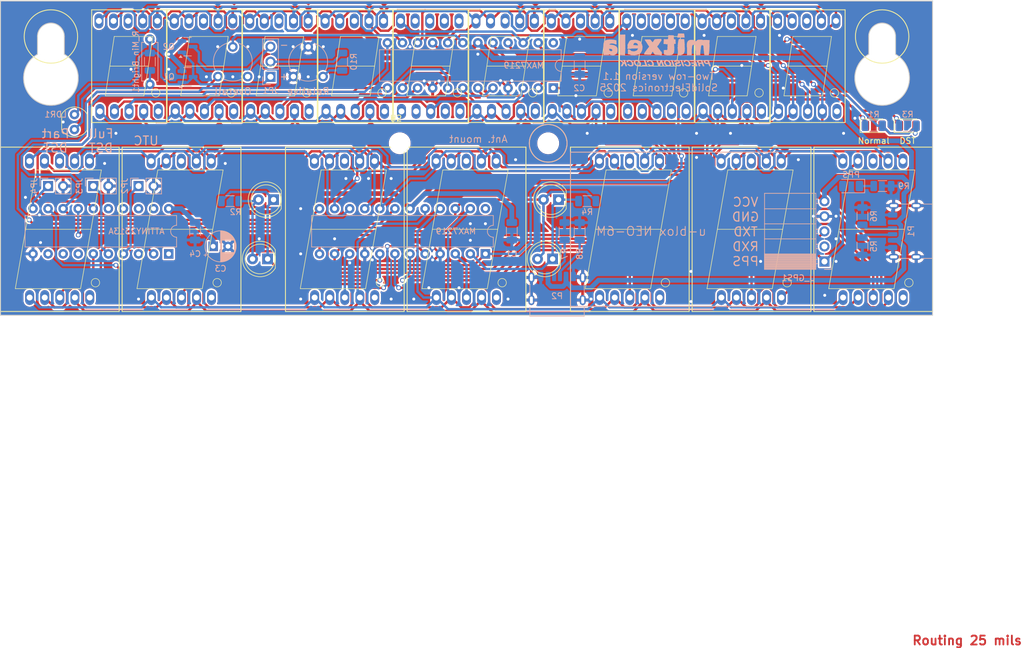
<source format=kicad_pcb>
(kicad_pcb (version 20240108) (generator "pcbnew") (generator_version "8.0")
  (layers (0 "F.Cu" signal) (31 "B.Cu" signal) (34 "B.Paste" user) (35 "F.Paste" user) (36 "B.SilkS" user "B.Silkscreen") (37 "F.SilkS" user "F.Silkscreen") (38 "B.Mask" user) (39 "F.Mask" user) (44 "Edge.Cuts" user))
  (net 0 "")
  (net 1 "GND")
  (net 2 "+5V")
  (net 3 "/dateE")
  (net 4 "/dateD")
  (net 5 "/dateC")
  (net 6 "/dateB")
  (net 7 "/dateA")
  (net 8 "/dateF")
  (net 9 "/dateG")
  (net 10 "/timeE")
  (net 11 "/timeD")
  (net 12 "/timeC")
  (net 13 "/timeB")
  (net 14 "/timeA")
  (net 15 "/timeF")
  (net 16 "/timeG")
  (net 17 "/timeDP")
  (net 18 "/dateDP")
  (net 19 "Net-(LDR1-Pad2)")
  (net 20 "/ISET_DATE")
  (net 21 "/ISET_TIME")
  (net 22 "/SPI_DATA")
  (net 23 "/SPI_CLK")
  (net 24 "/LD_TIME")
  (net 25 "Net-(DColonMS1-K)")
  (net 26 "/LD_DATE")
  (net 27 "Net-(UDateDrv1-DIG_6)")
  (net 28 "/DST_EN*")
  (net 31 "Net-(DColonHM1-K)")
  (net 34 "Net-(P1-CC2)")
  (net 37 "Net-(UDateDrv1-DIG_5)")
  (net 38 "/GPS_DATA")
  (net 40 "Net-(UTimeDrv1-DIG_6)")
  (net 46 "Net-(UDateDrv1-DIG_2)")
  (net 50 "Net-(UDateDrv1-DIG_4)")
  (net 61 "Net-(UDateDrv1-DIG_7)")
  (net 62 "Net-(UTimeDrv1-DIG_4)")
  (net 66 "Net-(UTimeDrv1-DIG_2)")
  (net 67 "Net-(D_BST1-K)")
  (net 69 "Net-(P1-CC1)")
  (net 71 "Net-(UTimeDrv1-DIG_7)")
  (net 72 "Net-(UTimeDrv1-DIG_5)")
  (net 76 "Net-(UDateDrv1-DIG_3)")
  (net 78 "Net-(UTimeDrv1-DIG_3)")
  (net 81 "Net-(D_PPS1-A)")
  (net 82 "Net-(D_PPS1-K)")
  (net 96 "Net-(D_GMT1-K)")
  (net 98 "Net-(P2-CC1)")
  (net 99 "Net-(JP1-A)")
  (net 100 "Net-(JP1-C)")
  (net 101 "Net-(R10-Pad2)")
  (net 102 "Net-(P2-CC2)")
  (net 109 "/UTC*")
  (net 110 "/PERM_DST*")
  (footprint "LED_THT:LED_D5.0mm" (layer "F.Cu") (at 119 95 180)
    (property "Reference" "DColonMS2")
    (property "Value" "LED")
  )
  (footprint "LED_THT:LED_D5.0mm" (layer "F.Cu") (at 118 105 180)
    (property "Reference" "DColonMS1")
    (property "Value" "LED")
  )
  (footprint "LED_THT:LED_D5.0mm" (layer "F.Cu") (at 71 95 180)
    (property "Reference" "DColonHM2")
    (property "Value" "LED")
  )
  (footprint "precision clock:7seg0.8CC" (layer "F.Cu") (at 131 100)
    (property "Reference" "DTenSec1")
    (property "Value" "KCSC02-105")
  )
  (footprint "OptoDevice:R_LDR_4.9x4.2mm_P2.54mm_Vertical" (layer "F.Cu") (at 37.465 80.645 -90)
    (property "Reference" "LDR1")
    (property "Value" "5537")
  )
  (footprint "LED_THT:LED_D5.0mm" (layer "F.Cu") (at 70 105 180)
    (property "Reference" "DColonHM1")
    (property "Value" "LED")
  )
  (footprint "precision clock:7seg0.56CC" (layer "F.Cu") (at 46.665 72.5)
    (property "Reference" "DMill1")
    (property "Value" "KCSC02-105")
  )
  (footprint "precision clock:7seg0.56CC" (layer "F.Cu") (at 110.165 72.5)
    (property "Reference" "DTenMonth1")
    (property "Value" "KCSC02-105")
  )
  (footprint "precision clock:7seg0.8CC" (layer "F.Cu") (at 35 100)
    (property "Reference" "DTenHr1")
    (property "Value" "KCSC02-105")
  )
  (footprint "precision clock:7seg0.8CC" (layer "F.Cu") (at 151.5 100)
    (property "Reference" "DSec1")
    (property "Value" "KCSC02-105")
  )
  (footprint "precision clock:7seg0.8CC" (layer "F.Cu") (at 103.5 100)
    (property "Reference" "DMin1")
    (property "Value" "KCSC02-105")
  )
  (footprint "precision clock:7seg0.56CC" (layer "F.Cu") (at 97.465 72.5)
    (property "Reference" "DHyphenYear1")
    (property "Value" "KCSC02-105")
  )
  (footprint "precision clock:7seg0.56CC" (layer "F.Cu") (at 135.565 72.5)
    (property "Reference" "DHyphenMonth1")
    (property "Value" "KCSC02-105")
  )
  (footprint "precision clock:7seg0.56CC" (layer "F.Cu") (at 72.065 72.5)
    (property "Reference" "DDecade1")
    (property "Value" "KCSC02-105")
  )
  (footprint "precision clock:7seg0.56CC" (layer "F.Cu") (at 160.965 72.5)
    (property "Reference" "DDay1")
    (property "Value" "KCSC02-105")
  )
  (footprint "precision clock:7seg0.56CC" (layer "F.Cu") (at 84.765 72.5)
    (property "Reference" "DYear1")
    (property "Value" "KCSC02-105")
  )
  (footprint "precision clock:7seg0.56CC" (layer "F.Cu") (at 59.365 72.5)
    (property "Reference" "DCentury1")
    (property "Value" "KCSC02-105")
  )
  (footprint "precision clock:7seg0.8CC" (layer "F.Cu") (at 55.5 100)
    (property "Reference" "DHr1")
    (property "Value" "KCSC02-105")
  )
  (footprint "precision clock:7seg0.56CC" (layer "F.Cu") (at 148.265 72.5)
    (property "Reference" "DTenDay1")
    (property "Value" "KCSC02-105")
  )
  (footprint "precision clock:7seg0.56CC" (layer "F.Cu") (at 122.865 72.5)
    (property "Reference" "DMonth1")
    (property "Value" "KCSC02-105")
  )
  (footprint "precision clock:7seg0.8CC" (layer "F.Cu") (at 83 100)
    (property "Reference" "DTenMin1")
    (property "Value" "KCSC02-105")
  )
  (footprint "MountingHole:MountingHole_3.2mm_M3" (layer "F.Cu") (at 117.25 85.5)
    (property "Reference" "H1" (hide yes))
    (property "Value" "MountingHole" (hide yes))
  )
  (footprint "LED_SMD:LED_1206_3216Metric" (layer "F.Cu") (at 177.8 82.55)
    (property "Reference" "D_BST1")
    (property "Value" "DST")
  )
  (footprint "MountingHole:MountingHole_3.2mm_M3" (layer "F.Cu") (at 92.25 85.5)
    (property "Reference" "H2")
    (property "Value" "MountingHole")
  )
  (footprint "precision clock:7seg0.8CC" (layer "F.Cu") (at 172 100)
    (property "Reference" "DDeciSec1")
    (property "Value" "KCSC02-105")
  )
  (footprint "LED_SMD:LED_1206_3216Metric" (layer "F.Cu") (at 172.085 82.55)
    (property "Reference" "D_GMT1")
    (property "Value" "Normal")
  )
  (footprint "LED_SMD:LED_1206_3216Metric" (layer "B.Cu") (at 168.275 92.71 180)
    (property "Reference" "D_PPS1")
    (property "Value" "PPS")
  )
  (footprint "Package_DIP:DIP-20_W7.62mm" (layer "B.Cu") (at 53.34 104.14 90)
    (property "Reference" "U_CONTROL1")
    (property "Value" "ATTINY2313A")
  )
  (footprint "Resistor_THT:R_Axial_DIN0207_L6.3mm_D2.5mm_P7.62mm_Horizontal" (layer "B.Cu") (at 50.165 67.945 -90)
    (property "Reference" "R_Min_Bright1")
    (property "Value" "100K")
  )
  (footprint "Package_TO_SOT_SMD:SOT-23" (layer "B.Cu") (at 56.515 74.295)
    (property "Reference" "Q1")
    (property "Value" "MMBT3906")
  )
  (footprint "Package_TO_SOT_SMD:SOT-23" (layer "B.Cu") (at 56.515 69.215)
    (property "Reference" "Q2")
    (property "Value" "MMBT3906")
  )
  (footprint "Potentiometer_THT:Potentiometer_Piher_PT-6-V_Vertical" (layer "B.Cu") (at 61.635 74.255 90)
    (property "Reference" "R_Max_Bright1")
    (property "Value" "100K")
  )
  (footprint "Resistor_SMD:R_1206_3216Metric" (layer "B.Cu") (at 173.5475 92.71)
    (property "Reference" "R9")
    (property "Value" "20K")
  )
  (footprint "Package_DIP:DIP-24_W7.62mm" (layer "B.Cu") (at 106.68 104.14 90)
    (property "Reference" "UTimeDrv1")
    (property "Value" "MAX7219")
  )
  (footprint "Package_DIP:DIP-24_W7.62mm" (layer "B.Cu") (at 118.115 76.19 90)
    (property "Reference" "UDateDrv1")
    (property "Value" "MAX7219")
  )
  (footprint "Connector_PinSocket_2.54mm:PinSocket_1x05_P2.54mm_Horizontal" (layer "B.Cu") (at 163.785 105.43)
    (property "Reference" "U_GPS1")
    (property "Value" "NEO-6M")
  )
  (footprint "Capacitor_THT:CP_Radial_D5.0mm_P2.50mm" (layer "B.Cu") (at 60.826346 102.87)
    (property "Reference" "C3")
    (property "Value" "100uF")
  )
  (footprint "Capacitor_SMD:C_1206_3216Metric" (layer "B.Cu") (at 57.785 100.33 90)
    (property "Reference" "C4")
    (property "Value" "0.1uF")
  )
  (footprint "Resistor_SMD:R_1206_3216Metric" (layer "B.Cu") (at 123.825 95.25)
    (property "Reference" "R4")
    (property "Value" "150")
  )
  (footprint "Resistor_SMD:R_1206_3216Metric" (layer "B.Cu") (at 63.675 95.25)
    (property "Reference" "R2")
    (property "Value" "150")
  )
  (footprint "Resistor_SMD:R_1206_3216Metric" (layer "B.Cu") (at 122.555 100.33 90)
    (property "Reference" "R8")
    (property "Value" "5.1k")
  )
  (footprint "Resistor_SMD:R_1206_3216Metric" (layer "B.Cu") (at 177.8 82.55)
    (property "Reference" "R3")
    (property "Value" "150")
  )
  (footprint "Resistor_SMD:R_1206_3216Metric" (layer "B.Cu") (at 50.165 71.755 -90)
    (property "Reference" "R_Min_Bright2")
    (property "Value" "100K")
  )
  (footprint "Capacitor_SMD:C_1206_3216Metric" (layer "B.Cu") (at 122.555 72.39 -90)
    (property "Reference" "C2")
    (property "Value" "0.1uF")
  )
  (footprint "Connector_USB:USB_C_Receptacle_HRO_TYPE-C-31-M-17" (layer "B.Cu") (at 118.745 111.125 180)
    (property "Reference" "P2")
    (property "Value" "USB_C_Plug_USB2.0")
  )
  (footprint "Connector_PinHeader_2.54mm:PinHeader_1x02_P2.54mm_Vertical" (layer "B.Cu") (at 48.255 92.71 -90)
    (property "Reference" "JP2")
    (property "Value" "UTC")
  )
  (footprint "Connector_PinHeader_2.54mm:PinHeader_1x03_P2.54mm_Vertical" (layer "B.Cu") (at 70.485 74.295)
    (property "Reference" "JP1")
    (property "Value" "Time_brt_mode")
  )
  (footprint "Connector_USB:USB_C_Receptacle_HRO_TYPE-C-31-M-17" (layer "B.Cu") (at 178.435 100.33 -90)
    (property "Reference" "P1")
    (property "Value" "USB_C_Plug_USB2.0")
  )
  (footprint "Resistor_SMD:R_1206_3216Metric" (layer "B.Cu") (at 82.55 71.755 -90)
    (property "Reference" "R10")
    (property "Value" "1k")
  )
  (footprint "Connector_PinHeader_2.54mm:PinHeader_1x02_P2.54mm_Vertical" (layer "B.Cu") (at 33.015 92.71 -90)
    (property "Reference" "JP4")
    (property "Value" "DST")
  )
  (footprint "Connector_PinHeader_2.54mm:PinHeader_1x02_P2.54mm_Vertical" (layer "B.Cu") (at 40.635 92.71 -90)
    (property "Reference" "JP3")
    (property "Value" "Perm_DST")
  )
  (footprint "Resistor_SMD:R_1206_3216Metric" (layer "B.Cu") (at 170.18 97.79 90)
    (property "Reference" "R6")
    (property "Value" "5.1k")
  )
  (footprint "Resistor_SMD:R_1206_3216Metric" (layer "B.Cu") (at 120.015 100.33 90)
    (property "Reference" "R7")
    (property "Value" "5.1k")
  )
  (footprint "Potentiometer_THT:Potentiometer_Piher_PT-6-V_Vertical" (layer "B.Cu") (at 74.335 74.255 90)
    (property "Reference" "R_Time_brt_adj1")
    (property "Value" "50K")
  )
  (footprint "Capacitor_SMD:C_1206_3216Metric" (layer "B.Cu") (at 111.125 100.33 -90)
    (property "Reference" "C1")
    (property "Value" "0.1uF")
  )
  (footprint "Resistor_SMD:R_1206_3216Metric" (layer "B.Cu") (at 172.085 82.55)
    (property "Reference" "R1")
    (property "Value" "150")
  )
  (footprint "Resistor_SMD:R_1206_3216Metric" (layer "B.Cu") (at 170.18 102.87 -90)
    (property "Reference" "R5")
    (property "Value" "5.1k")
  )
  (gr_line (start 176.53 81.915) (end 176.53 82.55) (stroke (width 0.3)) (layer "B.Cu") (net 67))
  (gr_poly (pts (xy 139.900472 72.495594) (xy 140.142538 72.495594) (xy 139.7781 71.472284) (xy 139.536035 71.472284)) (stroke (width 0.04)) (fill solid) (layer "B.SilkS"))
  (gr_poly (pts (xy 139.253439 67.937508) (xy 139.251937 67.937822) (xy 139.250468 67.938347) (xy 139.24903 67.939082) (xy 139.247626 67.940027) (xy 139.246253 67.941181) (xy 139.244913 67.942546) (xy 139.243605 67.94412) (xy 139.242329 67.945905) (xy 139.241085 67.947899) (xy 139.239874 67.950103) (xy 139.238696 67.952518) (xy 139.237549 67.955142) (xy 139.236435 67.957976) (xy 139.235353 67.96102) (xy 139.234303 67.964274) (xy 139.233286 67.967738) (xy 139.232301 67.971412) (xy 139.231348 67.975296) (xy 139.230428 67.97939) (xy 139.229539 67.983693) (xy 139.228684 67.988207) (xy 139.227069 67.997864) (xy 139.225583 68.008361) (xy 139.224227 68.019698) (xy 139.222999 68.031875) (xy 139.221901 68.044892) (xy 139.218898 68.048636) (xy 139.216088 68.052639) (xy 139.213472 68.056901) (xy 139.211049 68.061421) (xy 139.208821 68.066201) (xy 139.206786 68.071238) (xy 139.204945 68.076535) (xy 139.203298 68.08209) (xy 139.201845 68.087903) (xy 139.200585 68.093975) (xy 139.199519 68.100306) (xy 139.198647 68.106896) (xy 139.197969 68.113744) (xy 139.197485 68.120851) (xy 139.197194 68.128216) (xy 139.197097 68.13584) (xy 139.180561 68.210254) (xy 139.155757 68.235053) (xy 139.172293 68.259851) (xy 139.172293 68.268134) (xy 139.16929 68.272057) (xy 139.16648 68.276078) (xy 139.163864 68.280195) (xy 139.161442 68.28441) (xy 139.159213 68.288721) (xy 139.157178 68.293129) (xy 139.155337 68.297635) (xy 139.15369 68.302237) (xy 139.152237 68.306937) (xy 139.150977 68.311733) (xy 139.149912 68.316626) (xy 139.14904 68.321617) (xy 139.148361 68.326704) (xy 139.147877 68.331888) (xy 139.147586 68.33717) (xy 139.147489 68.342548) (xy 139.147489 68.408692) (xy 139.114417 68.491376) (xy 139.114417 68.507898) (xy 139.130953 68.532697) (xy 139.130953 68.59057) (xy 139.125947 68.590902) (xy 139.121264 68.591396) (xy 139.116904 68.592053) (xy 139.112866 68.592872) (xy 139.109152 68.593853) (xy 139.105761 68.594997) (xy 139.102693 68.596303) (xy 139.099947 68.597772) (xy 139.097525 68.599403) (xy 139.096435 68.600279) (xy 139.095426 68.601196) (xy 139.094497 68.602154) (xy 139.093649 68.603152) (xy 139.092882 68.604191) (xy 139.092196 68.605271) (xy 139.09159 68.606391) (xy 139.091065 68.607551) (xy 139.090621 68.608753) (xy 139.090258 68.609995) (xy 139.089975 68.611277) (xy 139.089773 68.612601) (xy 139.089652 68.613964) (xy 139.089612 68.615369) (xy 139.089612 68.623651) (xy 139.09788 68.755945) (xy 139.089612 68.780744) (xy 139.114416 68.838617) (xy 139.114359 68.839409) (xy 139.11419 68.840232) (xy 139.113907 68.841088) (xy 139.113512 68.841977) (xy 139.113003 68.842897) (xy 139.112381 68.84385) (xy 139.111646 68.844835) (xy 139.110799 68.845852) (xy 139.109838 68.846902) (xy 139.108764 68.847984) (xy 139.107577 68.849098) (xy 139.106277 68.850245) (xy 139.104864 68.851423) (xy 139.103338 68.852634) (xy 139.099947 68.855153) (xy 139.096103 68.857801) (xy 139.091808 68.860579) (xy 139.08706 68.863485) (xy 139.08186 68.866521) (xy 139.076208 68.869686) (xy 139.070104 68.87298) (xy 139.063547 68.876404) (xy 139.056539 68.879956) (xy 139.056539 69.045325) (xy 139.08961 69.086664) (xy 139.08961 69.161078) (xy 139.056539 69.218958) (xy 139.056539 69.301636) (xy 139.073075 69.326435) (xy 139.068068 69.327741) (xy 139.063385 69.329079) (xy 139.059025 69.330451) (xy 139.054988 69.331854) (xy 139.051273 69.333291) (xy 139.047882 69.33476) (xy 139.044814 69.336261) (xy 139.042068 69.337795) (xy 139.039646 69.339361) (xy 139.037547 69.34096) (xy 139.03577 69.342591) (xy 139.034317 69.344255) (xy 139.033187 69.345951) (xy 139.032379 69.347679) (xy 139.031895 69.34944) (xy 139.031733 69.351233) (xy 139.031733 69.376032) (xy 139.032658 69.376452) (xy 139.033622 69.377711) (xy 139.035673 69.38275) (xy 139.037885 69.391147) (xy 139.040259 69.402904) (xy 139.042794 69.418019) (xy 139.045491 69.436493) (xy 139.051369 69.483519) (xy 139.057894 69.543981) (xy 139.065064 69.617879) (xy 139.07288 69.705212) (xy 139.081343 69.805982) (xy 139.106146 70.235932) (xy 139.106146 70.33515) (xy 139.114414 70.368231) (xy 139.106146 70.401313) (xy 139.114414 70.450922) (xy 139.106146 70.459204) (xy 139.114414 70.517084) (xy 139.114414 70.632837) (xy 139.13095 70.649359) (xy 139.345925 70.649359) (xy 139.370728 70.665882) (xy 139.569166 70.665882) (xy 139.574366 70.661682) (xy 139.580664 70.657354) (xy 139.588061 70.652896) (xy 139.596555 70.648309) (xy 139.606147 70.643593) (xy 139.616838 70.638748) (xy 139.628627 70.633774) (xy 139.641513 70.628671) (xy 139.655498 70.623438) (xy 139.670581 70.618077) (xy 139.686763 70.612586) (xy 139.704042 70.606967) (xy 139.722419 70.601218) (xy 139.741895 70.59534) (xy 139.78414 70.583197) (xy 139.842018 70.566675) (xy 139.866821 70.558393) (xy 139.866902 70.55534) (xy 139.867144 70.552385) (xy 139.867548 70.549526) (xy 139.868113 70.546765) (xy 139.86884 70.5441) (xy 139.869728 70.541532) (xy 139.870778 70.539062) (xy 139.871989 70.536688) (xy 139.873362 70.534411) (xy 139.874896 70.532231) (xy 139.876591 70.530147) (xy 139.878449 70.528161) (xy 139.880467 70.526272) (xy 139.882647 70.524479) (xy 139.884989 70.522784) (xy 139.887492 70.521185) (xy 139.890156 70.519683) (xy 139.892982 70.518278) (xy 139.89597 70.51697) (xy 139.899119 70.515759) (xy 139.90243 70.514645) (xy 139.905902 70.513628) (xy 139.909535 70.512707) (xy 139.91333 70.511884) (xy 139.917286 70.511157) (xy 139.921404 70.510527) (xy 139.925684 70.509994) (xy 139.930125 70.509558) (xy 139.934727 70.509219) (xy 139.939491 70.508977) (xy 139.944417 70.508832) (xy 139.949504 70.508783) (xy 139.9496 70.505928) (xy 139.949891 70.503039) (xy 139.950376 70.500118) (xy 139.951054 70.497164) (xy 139.951926 70.494178) (xy 139.952992 70.491159) (xy 139.954251 70.488107) (xy 139.955705 70.485022) (xy 139.957352 70.481905) (xy 139.959193 70.478756) (xy 139.961227 70.475573) (xy 139.963456 70.472358) (xy 139.965878 70.469111) (xy 139.968494 70.465831) (xy 139.971304 70.462519) (xy 139.974307 70.459174) (xy 139.982575 70.467456) (xy 139.990843 70.467456) (xy 140.007864 70.455361) (xy 140.023787 70.443363) (xy 140.038612 70.431462) (xy 140.052338 70.419658) (xy 140.064967 70.40795) (xy 140.076497 70.39634) (xy 140.086929 70.384826) (xy 140.096263 70.373409) (xy 140.104499 70.362089) (xy 140.111637 70.350865) (xy 140.117676 70.339739) (xy 140.122618 70.328709) (xy 140.126461 70.317777) (xy 140.129207 70.306941) (xy 140.130854 70.296202) (xy 140.131403 70.285559) (xy 140.131693 70.279617) (xy 140.132566 70.273157) (xy 140.134019 70.266181) (xy 140.136054 70.258688) (xy 140.13867 70.250678) (xy 140.141867 70.242151) (xy 140.145646 70.233107) (xy 140.150006 70.223547) (xy 140.154948 70.21347) (xy 140.160471 70.202876) (xy 140.166575 70.191765) (xy 140.173261 70.180138) (xy 140.180528 70.167994) (xy 140.188376 70.155333) (xy 140.196806 70.142155) (xy 140.205817 70.128461) (xy 140.205817 70.045783) (xy 140.209919 70.041551) (xy 140.213956 70.037126) (xy 140.217928 70.032506) (xy 140.221836 70.027693) (xy 140.22568 70.022686) (xy 140.229458 70.017486) (xy 140.233173 70.012092) (xy 140.236822 70.006504) (xy 140.240407 70.000722) (xy 140.243928 69.994747) (xy 140.247384 69.988577) (xy 140.250775 69.982215) (xy 140.254102 69.975659) (xy 140.257364 69.968909) (xy 140.260561 69.961965) (xy 140.263694 69.954828) (xy 140.247158 69.93003) (xy 140.247158 69.905231) (xy 140.263694 69.880432) (xy 140.247158 69.855634) (xy 140.247158 69.764685) (xy 140.263694 69.739887) (xy 140.263694 69.640668) (xy 140.271962 69.607587) (xy 140.263694 69.574506) (xy 140.263694 69.483557) (xy 140.28023 69.458759) (xy 140.28023 69.442237) (xy 140.247158 69.400898) (xy 140.255426 69.392615) (xy 140.247158 69.334741) (xy 140.247158 69.185913) (xy 140.255426 69.136304) (xy 140.230622 69.086695) (xy 140.230622 69.037079) (xy 140.247158 69.012281) (xy 140.247158 68.995758) (xy 140.230622 68.97096) (xy 140.247158 68.954438) (xy 140.247158 68.846949) (xy 140.255426 68.813867) (xy 140.254328 68.806213) (xy 140.253101 68.798753) (xy 140.251744 68.791486) (xy 140.250259 68.784413) (xy 140.248644 68.777533) (xy 140.2469 68.770848) (xy 140.245027 68.764356) (xy 140.243024 68.758058) (xy 140.240893 68.751953) (xy 140.238632 68.746043) (xy 140.236242 68.740326) (xy 140.233723 68.734803) (xy 140.231074 68.729474) (xy 140.228297 68.724338) (xy 140.22539 68.719397) (xy 140.222354 68.714649) (xy 140.230622 68.67331) (xy 140.222354 68.483142) (xy 140.222354 68.450061) (xy 140.205818 68.425263) (xy 140.205818 68.292969) (xy 140.189282 68.276447) (xy 140.19755 68.268164) (xy 140.181014 68.111066) (xy 140.181014 68.044922) (xy 140.156211 67.953968) (xy 140.131405 67.937403) (xy 139.254973 67.937403)) (stroke (width -0.000001)) (fill solid) (layer "B.SilkS"))
  (gr_poly (pts (xy 137.574455 67.292462) (xy 137.500041 67.292462) (xy 137.499 67.292665) (xy 137.497942 67.29302) (xy 137.496868 67.29353) (xy 137.495778 67.294193) (xy 137.494672 67.29501) (xy 137.493549 67.29598) (xy 137.492411 67.297104) (xy 137.491256 67.298382) (xy 137.490086 67.299813) (xy 137.488899 67.301398) (xy 137.487696 67.303136) (xy 137.486476 67.305029) (xy 137.485241 67.307075) (xy 137.483989 67.309274) (xy 137.481438 67.314135) (xy 137.478822 67.319609) (xy 137.476141 67.325699) (xy 137.473396 67.332403) (xy 137.470586 67.339723) (xy 137.467712 67.347656) (xy 137.464773 67.356205) (xy 137.461769 67.365369) (xy 137.458701 67.375147) (xy 137.458701 67.540509) (xy 137.475237 67.565308) (xy 137.458701 67.590106) (xy 137.458701 67.689325) (xy 137.442165 67.714124) (xy 137.442165 67.722406) (xy 137.458701 67.747205) (xy 137.458701 67.788544) (xy 137.425629 67.862958) (xy 137.425629 67.904303) (xy 137.442165 67.929102) (xy 137.442165 67.937384) (xy 137.41736 67.962183) (xy 137.392555 67.945661) (xy 137.202387 67.945661) (xy 137.177582 67.962183) (xy 137.003949 67.962183) (xy 136.979144 67.945661) (xy 136.747634 67.945661) (xy 136.722829 67.970459) (xy 136.722829 68.218506) (xy 136.706293 68.243305) (xy 136.706293 68.499622) (xy 136.705267 68.500611) (xy 136.704258 68.50177) (xy 136.703265 68.503099) (xy 136.702288 68.504597) (xy 136.700382 68.508102) (xy 136.698542 68.512285) (xy 136.696765 68.517146) (xy 136.695053 68.522685) (xy 136.693406 68.528903) (xy 136.691824 68.535798) (xy 136.690306 68.543372) (xy 136.688852 68.551624) (xy 136.687464 68.560554) (xy 136.686139 68.570162) (xy 136.68488 68.580448) (xy 136.683685 68.591412) (xy 136.682554 68.603055) (xy 136.681488 68.615375) (xy 136.689757 68.747669) (xy 136.77244 68.78075) (xy 136.838585 68.78075) (xy 136.86339 68.764228) (xy 136.979148 68.764228) (xy 137.020488 68.797309) (xy 137.045293 68.797309) (xy 137.070098 68.780786) (xy 137.094902 68.780786) (xy 137.136243 68.822126) (xy 137.276802 68.822126) (xy 137.281065 68.819122) (xy 137.285587 68.816313) (xy 137.290367 68.813697) (xy 137.295405 68.811275) (xy 137.300702 68.809047) (xy 137.306257 68.807013) (xy 137.312071 68.805173) (xy 137.318143 68.803526) (xy 137.324473 68.802073) (xy 137.331062 68.800814) (xy 137.337909 68.799748) (xy 137.345015 68.798877) (xy 137.352379 68.798199) (xy 137.360001 68.797714) (xy 137.367882 68.797424) (xy 137.376021 68.797327) (xy 137.376021 68.813849) (xy 137.351216 68.896533) (xy 137.342948 68.904816) (xy 137.359484 68.929615) (xy 137.359484 68.954413) (xy 137.342948 68.979212) (xy 137.359484 69.00401) (xy 137.359484 69.012293) (xy 137.342948 69.037091) (xy 137.359484 69.06189) (xy 137.359484 69.070172) (xy 137.342948 69.094971) (xy 137.342948 69.103253) (xy 137.367752 69.194208) (xy 137.376021 69.202491) (xy 137.359485 69.219013) (xy 137.359485 69.276886) (xy 137.354479 69.277218) (xy 137.349796 69.277712) (xy 137.345436 69.278369) (xy 137.341399 69.279188) (xy 137.337684 69.280169) (xy 137.334293 69.281313) (xy 137.331225 69.282619) (xy 137.32848 69.284088) (xy 137.326057 69.285719) (xy 137.324967 69.286595) (xy 137.323958 69.287512) (xy 137.323029 69.28847) (xy 137.322182 69.289468) (xy 137.321415 69.290507) (xy 137.320728 69.291586) (xy 137.320123 69.292707) (xy 137.319598 69.293867) (xy 137.319154 69.295069) (xy 137.31879 69.296311) (xy 137.318508 69.297593) (xy 137.318306 69.298917) (xy 137.318185 69.30028) (xy 137.318144 69.301685) (xy 137.318144 69.392639) (xy 137.342949 69.425721) (xy 137.342949 69.450519) (xy 137.326413 69.475318) (xy 137.342949 69.500116) (xy 137.342949 69.607599) (xy 137.340156 69.611445) (xy 137.337459 69.615742) (xy 137.334859 69.620492) (xy 137.332356 69.625693) (xy 137.32995 69.631347) (xy 137.327641 69.637452) (xy 137.325429 69.644009) (xy 137.323314 69.651017) (xy 137.321295 69.658478) (xy 137.319373 69.66639) (xy 137.317548 69.674754) (xy 137.31582 69.68357) (xy 137.314189 69.692838) (xy 137.312655 69.702558) (xy 137.311218 69.712729) (xy 137.309877 69.723352) (xy 137.307051 69.727358) (xy 137.304258 69.731105) (xy 137.301497 69.734594) (xy 137.298768 69.737824) (xy 137.296071 69.740797) (xy 137.293407 69.74351) (xy 137.290775 69.745965) (xy 137.288175 69.748162) (xy 137.285607 69.750101) (xy 137.283072 69.751781) (xy 137.280568 69.753202) (xy 137.278098 69.754366) (xy 137.275659 69.75527) (xy 137.273253 69.755916) (xy 137.270878 69.756304) (xy 137.268537 69.756433) (xy 137.243732 69.748151) (xy 137.218927 69.814301) (xy 137.210658 69.814301) (xy 137.161049 69.772962) (xy 137.136244 69.789484) (xy 137.127976 69.789484) (xy 137.078366 69.748139) (xy 137.037026 69.772937) (xy 136.888198 69.772937) (xy 136.855126 69.78946) (xy 136.830321 69.781177) (xy 136.780712 69.78946) (xy 136.731102 69.78946) (xy 136.706297 69.814258) (xy 136.706297 69.83078) (xy 136.722833 69.855579) (xy 136.722833 70.004407) (xy 136.731102 70.136701) (xy 136.722833 70.144983) (xy 136.722833 70.153266) (xy 136.731102 70.24422) (xy 136.731102 70.310364) (xy 136.747638 70.335163) (xy 136.747638 70.508795) (xy 136.750077 70.515803) (xy 136.752741 70.522359) (xy 136.755632 70.528463) (xy 136.758749 70.534114) (xy 136.762091 70.539314) (xy 136.76566 70.544061) (xy 136.76753 70.546265) (xy 136.769455 70.548357) (xy 136.771438 70.550335) (xy 136.773476 70.5522) (xy 136.775572 70.553952) (xy 136.777724 70.555591) (xy 136.779932 70.557117) (xy 136.782197 70.55853) (xy 136.784518 70.55983) (xy 136.786896 70.561017) (xy 136.78933 70.562091) (xy 136.791821 70.563052) (xy 136.794369 70.563899) (xy 136.796973 70.564634) (xy 136.799633 70.565256) (xy 136.80235 70.565765) (xy 136.805124 70.56616) (xy 136.807954 70.566443) (xy 136.813783 70.566669) (xy 136.995685 70.59975) (xy 137.06183 70.608033) (xy 137.061919 70.609057) (xy 137.062186 70.610066) (xy 137.06263 70.611058) (xy 137.063251 70.612035) (xy 137.064051 70.612995) (xy 137.065028 70.613939) (xy 137.066182 70.614867) (xy 137.067515 70.615779) (xy 137.069025 70.616675) (xy 137.070712 70.617555) (xy 137.072577 70.618418) (xy 137.07462 70.619265) (xy 137.07684 70.620097) (xy 137.079239 70.620912) (xy 137.081814 70.621711) (xy 137.084568 70.622494) (xy 137.090607 70.624012) (xy 137.097357 70.625465) (xy 137.104818 70.626854) (xy 137.112989 70.628178) (xy 137.121871 70.629438) (xy 137.131464 70.630633) (xy 137.141767 70.631764) (xy 137.15278 70.632831) (xy 137.161049 70.641114) (xy 137.169318 70.632831) (xy 137.177587 70.632831) (xy 137.194123 70.649353) (xy 137.276804 70.649353) (xy 137.301608 70.665876) (xy 137.57446 70.665876) (xy 137.599265 70.649353) (xy 137.624069 70.665876) (xy 137.673679 70.665876) (xy 137.698483 70.649353) (xy 137.723288 70.665876) (xy 137.781166 70.665876) (xy 137.847312 70.632794) (xy 137.880384 70.641077) (xy 137.929994 70.624555) (xy 137.94653 70.641077) (xy 137.94661 70.64006) (xy 137.946853 70.639076) (xy 137.947256 70.638124) (xy 137.947821 70.637204) (xy 137.948548 70.636316) (xy 137.949436 70.635461) (xy 137.950486 70.634638) (xy 137.951697 70.633848) (xy 137.95307 70.633089) (xy 137.954604 70.632363) (xy 137.9563 70.631669) (xy 137.958157 70.631008) (xy 137.960175 70.630379) (xy 137.962355 70.629782) (xy 137.964697 70.629217) (xy 137.9672 70.628685) (xy 137.969865 70.628184) (xy 137.972691 70.627717) (xy 137.978827 70.626878) (xy 137.98561 70.626168) (xy 137.993038 70.625587) (xy 138.001113 70.625135) (xy 138.009833 70.624813) (xy 138.019199 70.624619) (xy 138.029212 70.624555) (xy 138.029333 70.62338) (xy 138.029696 70.622182) (xy 138.030302 70.620959) (xy 138.031149 70.619712) (xy 138.03224 70.618441) (xy 138.033572 70.617145) (xy 138.035146 70.615825) (xy 138.036963 70.614481) (xy 138.039022 70.613112) (xy 138.041323 70.611719) (xy 138.043867 70.610302) (xy 138.046652 70.608861) (xy 138.052951 70.605906) (xy 138.060218 70.602854) (xy 138.068454 70.599704) (xy 138.077658 70.596458) (xy 138.087832 70.593115) (xy 138.098975 70.589675) (xy 138.111087 70.586138) (xy 138.124167 70.582504) (xy 138.138217 70.578773) (xy 138.153235 70.574945) (xy 138.158532 70.567598) (xy 138.164087 70.560542) (xy 138.169901 70.553776) (xy 138.175973 70.5473) (xy 138.182303 70.541115) (xy 138.188892 70.535221) (xy 138.195739 70.529617) (xy 138.202845 70.524304) (xy 138.210209 70.519282) (xy 138.217831 70.514551) (xy 138.225712 70.51011) (xy 138.233851 70.50596) (xy 138.242248 70.5021) (xy 138.250904 70.498532) (xy 138.259818 70.495254) (xy 138.268991 70.492267) (xy 138.277258 70.434387) (xy 138.285526 70.44267) (xy 138.293794 70.44267) (xy 138.294812 70.442638) (xy 138.295797 70.442541) (xy 138.29675 70.442379) (xy 138.29767 70.442153) (xy 138.298558 70.441862) (xy 138.299414 70.441507) (xy 138.300238 70.441087) (xy 138.301029 70.440602) (xy 138.301788 70.440053) (xy 138.302514 70.439439) (xy 138.303209 70.438761) (xy 138.303871 70.438017) (xy 138.304501 70.43721) (xy 138.305098 70.436337) (xy 138.305663 70.4354) (xy 138.306196 70.434399) (xy 138.306697 70.433333) (xy 138.307165 70.432202) (xy 138.307601 70.431007) (xy 138.308005 70.429747) (xy 138.308376 70.428422) (xy 138.308716 70.427033) (xy 138.309022 70.425579) (xy 138.309297 70.424061) (xy 138.309539 70.422478) (xy 138.309749 70.420831) (xy 138.309927 70.419118) (xy 138.310072 70.417342) (xy 138.310185 70.4155) (xy 138.310266 70.413594) (xy 138.310314 70.411624) (xy 138.31033 70.409589) (xy 138.313334 70.409524) (xy 138.316144 70.409331) (xy 138.31876 70.409008) (xy 138.321182 70.408557) (xy 138.323411 70.407976) (xy 138.325445 70.407266) (xy 138.327286 70.406427) (xy 138.328134 70.405959) (xy 138.328933 70.405459) (xy 138.329684 70.404927) (xy 138.330387 70.404362) (xy 138.331041 70.403765) (xy 138.331646 70.403136) (xy 138.332203 70.402474) (xy 138.332712 70.40178) (xy 138.333172 70.401054) (xy 138.333584 70.400296) (xy 138.333947 70.399505) (xy 138.334262 70.398682) (xy 138.334529 70.397827) (xy 138.334747 70.39694) (xy 138.334916 70.39602) (xy 138.335037 70.395068) (xy 138.33511 70.394083) (xy 138.335134 70.393067) (xy 138.318598 70.368268) (xy 138.329257 70.362536) (xy 138.339527 70.356189) (xy 138.34941 70.34923) (xy 138.358906 70.341656) (xy 138.368014 70.333469) (xy 138.376734 70.324668) (xy 138.385067 70.315253) (xy 138.393012 70.305225) (xy 138.40057 70.294583) (xy 138.40774 70.283327) (xy 138.414523 70.271458) (xy 138.420918 70.258975) (xy 138.426925 70.245878) (xy 138.432545 70.232168) (xy 138.437777 70.217843) (xy 138.442622 70.202906) (xy 138.445625 70.196575) (xy 138.448435 70.189986) (xy 138.451051 70.183138) (xy 138.453474 70.176033) (xy 138.455702 70.168668) (xy 138.457737 70.161046) (xy 138.459578 70.153165) (xy 138.461225 70.145026) (xy 138.462678 70.136628) (xy 138.463938 70.127973) (xy 138.465003 70.119058) (xy 138.465875 70.109886) (xy 138.466554 70.100455) (xy 138.467038 70.090765) (xy 138.467329 70.080818) (xy 138.467426 70.070612) (xy 138.49223 70.029267) (xy 138.475694 70.004468) (xy 138.475694 69.971387) (xy 138.49223 69.946588) (xy 138.49223 69.84737) (xy 138.475694 69.822571) (xy 138.508766 69.772962) (xy 138.508766 69.698548) (xy 138.49223 69.673749) (xy 138.49223 69.657227) (xy 138.508766 69.632428) (xy 138.508766 69.615906) (xy 138.49223 69.591107) (xy 138.49223 69.524964) (xy 138.508766 69.500165) (xy 138.508766 69.491883) (xy 138.49223 69.467084) (xy 138.500498 69.442285) (xy 138.49223 69.434003) (xy 138.508766 69.417481) (xy 138.508766 69.392682) (xy 138.49223 69.367884) (xy 138.49223 69.359601) (xy 138.508766 69.334803) (xy 138.508766 69.301721) (xy 138.49223 69.276923) (xy 138.49223 69.202509) (xy 138.475694 69.17771) (xy 138.475694 68.954468) (xy 138.467426 68.904859) (xy 138.475694 68.896576) (xy 138.475694 68.888294) (xy 138.467426 68.789075) (xy 138.475694 68.780793) (xy 138.475694 68.77251) (xy 138.467426 68.739429) (xy 138.500498 68.739429) (xy 138.525302 68.755951) (xy 138.591447 68.755951) (xy 138.616251 68.739429) (xy 138.707202 68.739429) (xy 138.732006 68.71463) (xy 138.732006 68.532733) (xy 138.71547 68.507935) (xy 138.71547 68.41698) (xy 138.707202 68.334302) (xy 138.71547 68.301221) (xy 138.707202 68.094519) (xy 138.707202 68.020105) (xy 138.707121 68.018437) (xy 138.706879 68.016794) (xy 138.706475 68.015174) (xy 138.70591 68.013579) (xy 138.705183 68.012008) (xy 138.704295 68.010462) (xy 138.703245 68.008939) (xy 138.702034 68.007441) (xy 138.700661 68.005967) (xy 138.699127 68.004518) (xy 138.697432 68.003092) (xy 138.695574 68.001691) (xy 138.693556 68.000314) (xy 138.691376 67.998962) (xy 138.689034 67.997633) (xy 138.686531 67.996329) (xy 138.683867 67.995049) (xy 138.681041 67.993793) (xy 138.678053 67.992562) (xy 138.674904 67.991355) (xy 138.671594 67.990172) (xy 138.668122 67.989013) (xy 138.664488 67.987879) (xy 138.660693 67.986769) (xy 138.656737 67.985683) (xy 138.652619 67.984621) (xy 138.643898 67.98257) (xy 138.634532 67.980617) (xy 138.62452 67.97876) (xy 138.616252 67.970478) (xy 138.434351 67.970478) (xy 138.434351 67.82992) (xy 138.417815 67.805121) (xy 138.417815 67.325568) (xy 138.401279 67.309046) (xy 138.252451 67.309046) (xy 138.227647 67.292487) (xy 138.219379 67.292487) (xy 138.194575 67.309046) (xy 138.169771 67.292487) (xy 138.120162 67.292487) (xy 138.095358 67.309046) (xy 138.078822 67.309046) (xy 138.054018 67.292487) (xy 137.723288 67.292487) (xy 137.698479 67.27594) (xy 137.59926 67.27594)) (stroke (width -0.000001)) (fill solid) (layer "B.SilkS"))
  (gr_poly (pts (xy 133.647678 72.320124) (xy 133.084473 72.320124) (xy 133.146962 72.495594) (xy 133.952231 72.495594) (xy 133.587793 71.472284) (xy 133.345729 71.472284)) (stroke (width 0.04)) (fill solid) (layer "B.SilkS"))
  (gr_poly (pts (xy 130.159921 67.160193) (xy 130.035898 67.160193) (xy 130.011093 67.176715) (xy 129.589414 67.176715) (xy 129.564609 67.193238) (xy 129.523268 67.193238) (xy 129.498464 67.176715) (xy 129.324831 67.176715) (xy 129.300026 67.201514) (xy 129.300026 68.094483) (xy 129.28349 68.119281) (xy 129.28349 68.259839) (xy 129.266954 68.284638) (xy 129.266954 68.367322) (xy 129.28349 68.392121) (xy 129.28349 68.44173) (xy 129.266954 68.466529) (xy 129.266954 68.549207) (xy 129.28349 68.574005) (xy 129.28349 68.582288) (xy 129.266954 68.607086) (xy 129.266954 68.747644) (xy 129.28349 68.772443) (xy 129.28349 69.31814) (xy 129.300026 69.351221) (xy 129.308295 70.029212) (xy 129.324831 70.045771) (xy 129.324831 70.252472) (xy 129.341367 70.277271) (xy 129.341367 70.351685) (xy 129.349636 70.616266) (xy 129.37444 70.632788) (xy 129.65556 70.632788) (xy 129.680365 70.649311) (xy 130.011095 70.649311) (xy 130.0359 70.665833) (xy 130.176459 70.665833) (xy 130.201264 70.641034) (xy 130.201264 70.335108) (xy 130.2178 70.310309) (xy 130.2178 70.103607) (xy 130.234336 70.078809) (xy 130.234336 69.855567) (xy 130.242604 69.723273) (xy 130.234336 69.714991) (xy 130.234336 69.706708) (xy 130.25914 69.632294) (xy 130.25914 69.624012) (xy 130.242604 69.599213) (xy 130.242604 69.524799) (xy 130.25914 69.5) (xy 130.25914 69.442121) (xy 130.242604 69.417322) (xy 130.242604 69.367713) (xy 130.25914 69.342914) (xy 130.256137 69.339101) (xy 130.253327 69.3349) (xy 130.250711 69.330312) (xy 130.248288 69.325336) (xy 130.24606 69.319973) (xy 130.244025 69.314223) (xy 130.242184 69.308086) (xy 130.240537 69.301561) (xy 130.239083 69.294649) (xy 130.237824 69.28735) (xy 130.236758 69.279664) (xy 130.235886 69.271591) (xy 130.235208 69.26313) (xy 130.234723 69.254282) (xy 130.234432 69.245047) (xy 130.234336 69.235425) (xy 130.234432 69.228288) (xy 130.234723 69.221345) (xy 130.235208 69.214595) (xy 130.235886 69.208038) (xy 130.236758 69.201676) (xy 130.237824 69.195507) (xy 130.239083 69.189531) (xy 130.240537 69.18375) (xy 130.242184 69.178162) (xy 130.244025 69.172767) (xy 130.24606 69.167567) (xy 130.248288 69.16256) (xy 130.250711 69.157747) (xy 130.253327 69.153128) (xy 130.256137 69.148702) (xy 130.25914 69.144471) (xy 130.25914 69.103131) (xy 130.242604 69.078333) (xy 130.242604 69.045252) (xy 130.25914 69.020453) (xy 130.25914 69.003931) (xy 130.234336 68.954322) (xy 130.242604 68.755884) (xy 130.234336 68.350739) (xy 130.242604 68.259784) (xy 130.234336 67.986933) (xy 130.234336 67.945594) (xy 130.242604 67.39162) (xy 130.25914 67.375098) (xy 130.242604 67.350299) (xy 130.242604 67.201471) (xy 130.242398 67.20043) (xy 130.242037 67.199373) (xy 130.241524 67.1983) (xy 130.240857 67.197211) (xy 130.240037 67.196105) (xy 130.239064 67.194983) (xy 130.237937 67.193845) (xy 130.236656 67.192691) (xy 130.235223 67.191521) (xy 130.233636 67.190334) (xy 130.231896 67.189132) (xy 130.230002 67.187913) (xy 130.227955 67.186678) (xy 130.225754 67.185426) (xy 130.220893 67.182875) (xy 130.215419 67.180259) (xy 130.209331 67.177579) (xy 130.20263 67.174833) (xy 130.195315 67.172023) (xy 130.187387 67.169147) (xy 130.178845 67.166207) (xy 130.16969 67.163202) (xy 130.159921 67.160132)) (stroke (width -0.000001)) (fill solid) (layer "B.SilkS"))
  (gr_poly (pts (xy 134.244804 71.455811) (xy 134.220075 71.456946) (xy 134.196209 71.458838) (xy 134.173204 71.461486) (xy 134.151061 71.464892) (xy 134.12978 71.469054) (xy 134.109362 71.473973) (xy 134.089805 71.479648) (xy 134.071111 71.48608) (xy 134.053278 71.493269) (xy 134.036308 71.501215) (xy 134.020199 71.509918) (xy 134.004953 71.519377) (xy 133.990569 71.529593) (xy 133.977046 71.540566) (xy 133.964386 71.552295) (xy 133.952517 71.564687) (xy 133.947003 71.571097) (xy 133.941771 71.577649) (xy 133.936819 71.584344) (xy 133.932148 71.591182) (xy 133.927759 71.598162) (xy 133.92365 71.605285) (xy 133.919821 71.61255) (xy 133.916274 71.619958) (xy 133.913008 71.627508) (xy 133.910022 71.635201) (xy 133.907317 71.643037) (xy 133.904894 71.651015) (xy 133.900889 71.667399) (xy 133.898007 71.684353) (xy 133.896249 71.701878) (xy 133.895615 71.719973) (xy 133.896104 71.738638) (xy 133.897716 71.757873) (xy 133.900452 71.777679) (xy 133.904311 71.798055) (xy 133.909294 71.819001) (xy 134.140058 71.819007) (xy 134.13901 71.807693) (xy 134.138406 71.796739) (xy 134.138245 71.786145) (xy 134.138526 71.775909) (xy 134.139251 71.766032) (xy 134.140419 71.756515) (xy 134.14203 71.747356) (xy 134.144085 71.738557) (xy 134.146582 71.730117) (xy 134.149522 71.722036) (xy 134.152906 71.714314) (xy 134.156733 71.706952) (xy 134.161002 71.699948) (xy 134.165715 71.693304) (xy 134.170871 71.687018) (xy 134.17647 71.681092) (xy 134.182512 71.675525) (xy 134.188998 71.670318) (xy 134.195926 71.665469) (xy 134.203297 71.66098) (xy 134.211112 71.656849) (xy 134.219369 71.653078) (xy 134.22807 71.649666) (xy 134.237214 71.646613) (xy 134.246801 71.643919) (xy 134.256831 71.641585) (xy 134.267304 71.639609) (xy 134.27822 71.637993) (xy 134.289579 71.636736) (xy 134.301382 71.635838) (xy 134.313627 71.6353) (xy 134.326316 71.63512) (xy 134.344156 71.635493) (xy 134.36177 71.636611) (xy 134.379158 71.638476) (xy 134.396319 71.641086) (xy 134.413255 71.644441) (xy 134.429964 71.648543) (xy 134.446448 71.65339) (xy 134.462705 71.658982) (xy 134.478736 71.665321) (xy 134.494541 71.672405) (xy 134.51012 71.680234) (xy 134.525473 71.68881) (xy 134.540599 71.69813) (xy 134.5555 71.708197) (xy 134.570174 71.719009) (xy 134.584622 71.730567) (xy 134.598746 71.74279) (xy 134.612446 71.755594) (xy 134.625723 71.76898) (xy 134.638576 71.782946) (xy 134.651006 71.797494) (xy 134.663013 71.812623) (xy 134.674596 71.828332) (xy 134.685756 71.844623) (xy 134.696493 71.861495) (xy 134.706806 71.878948) (xy 134.716696 71.896982) (xy 134.726162 71.915597) (xy 134.735205 71.934793) (xy 134.743825 71.95457) (xy 134.752022 71.974929) (xy 134.759795 71.995868) (xy 134.766827 72.016463) (xy 134.773051 72.036487) (xy 134.778466 72.055942) (xy 134.783073 72.074826) (xy 134.786873 72.093139) (xy 134.789864 72.110883) (xy 134.792046 72.128056) (xy 134.793421 72.14466) (xy 134.793987 72.160693) (xy 134.793745 72.176156) (xy 134.792694 72.191048) (xy 134.790836 72.205371) (xy 134.788169 72.219123) (xy 134.784694 72.232305) (xy 134.780411 72.244917) (xy 134.775319 72.256958) (xy 134.772378 72.262745) (xy 134.769251 72.268347) (xy 134.76594 72.273766) (xy 134.762443 72.279002) (xy 134.758761 72.284053) (xy 134.754893 72.288921) (xy 134.750841 72.293605) (xy 134.746603 72.298106) (xy 134.74218 72.302422) (xy 134.737572 72.306555) (xy 134.732779 72.310505) (xy 134.727801 72.31427) (xy 134.722637 72.317852) (xy 134.717289 72.32125) (xy 134.711755 72.324465) (xy 134.706035 72.327496) (xy 134.700131 72.330343) (xy 134.694042 72.333006) (xy 134.687767 72.335486) (xy 134.681307 72.337782) (xy 134.674662 72.339895) (xy 134.667832 72.341823) (xy 134.660816 72.343568) (xy 134.653615 72.34513) (xy 134.64623 72.346507) (xy 134.638659 72.347701) (xy 134.630902 72.348711) (xy 134.622961 72.349538) (xy 134.614834 72.350181) (xy 134.606523 72.35064) (xy 134.589343 72.351007) (xy 134.575325 72.350799) (xy 134.561512 72.350174) (xy 134.547903 72.349132) (xy 134.534498 72.347674) (xy 134.521298 72.345799) (xy 134.508303 72.343507) (xy 134.495513 72.340798) (xy 134.482927 72.337673) (xy 134.470545 72.334131) (xy 134.458369 72.330172) (xy 134.446396 72.325797) (xy 134.434629 72.321004) (xy 134.423066 72.315796) (xy 134.411708 72.31017) (xy 134.400554 72.304128) (xy 134.389604 72.297669) (xy 134.378916 72.290826) (xy 134.368543 72.283632) (xy 134.358487 72.276087) (xy 134.348747 72.268191) (xy 134.339323 72.259944) (xy 134.330216 72.251346) (xy 134.321425 72.242397) (xy 134.31295 72.233097) (xy 134.304792 72.223446) (xy 134.29695 72.213445) (xy 134.289424 72.203092) (xy 134.282214 72.192388) (xy 134.275321 72.181333) (xy 134.268744 72.169928) (xy 134.262483 72.158171) (xy 134.256539 72.146064) (xy 134.020929 72.146064) (xy 134.030538 72.167718) (xy 134.040919 72.188812) (xy 134.052071 72.209348) (xy 134.063994 72.229324) (xy 134.07669 72.248741) (xy 134.090157 72.267598) (xy 134.104395 72.285896) (xy 134.119406 72.303635) (xy 134.135187 72.320814) (xy 134.151741 72.337434) (xy 134.169066 72.353495) (xy 134.187163 72.368997) (xy 134.206031 72.383939) (xy 134.225671 72.398322) (xy 134.246082 72.412145) (xy 134.267266 72.425409) (xy 134.288957 72.437817) (xy 134.311019 72.449425) (xy 134.333451 72.460232) (xy 134.356254 72.470238) (xy 134.379427 72.479444) (xy 134.402971 72.487849) (xy 134.426886 72.495454) (xy 134.451171 72.502259) (xy 134.475826 72.508262) (xy 134.500852 72.513466) (xy 134.526248 72.517869) (xy 134.552015 72.521471) (xy 134.578153 72.524273) (xy 134.604661 72.526274) (xy 134.631539 72.527475) (xy 134.658788 72.527875) (xy 134.688853 72.527316) (xy 134.717726 72.525638) (xy 134.745406 72.522841) (xy 134.771893 72.518926) (xy 134.797187 72.513892) (xy 134.821289 72.507739) (xy 134.844199 72.500468) (xy 134.865915 72.492079) (xy 134.88644 72.48257) (xy 134.905771 72.471944) (xy 134.92391 72.460198) (xy 134.940856 72.447334) (xy 134.956609 72.433352) (xy 134.97117 72.41825) (xy 134.984538 72.402031) (xy 134.996713 72.384693) (xy 135.007527 72.366221) (xy 135.016933 72.346948) (xy 135.024932 72.326875) (xy 135.031524 72.306001) (xy 135.036708 72.284326) (xy 135.040486 72.261851) (xy 135.042856 72.238575) (xy 135.043818 72.214498) (xy 135.043374 72.18962) (xy 135.041522 72.163942) (xy 135.038264 72.137463) (xy 135.033597 72.110184) (xy 135.027524 72.082104) (xy 135.020044 72.053223) (xy 135.011156 72.023542) (xy 135.000861 71.993061) (xy 134.989377 71.962408) (xy 134.977048 71.932568) (xy 134.963873 71.903539) (xy 134.949853 71.875321) (xy 134.934987 71.847916) (xy 134.919275 71.821322) (xy 134.902717 71.795539) (xy 134.885314 71.770568) (xy 134.867066 71.746409) (xy 134.847971 71.723062) (xy 134.828031 71.700525) (xy 134.807246 71.678801) (xy 134.785614 71.657888) (xy 134.763137 71.637787) (xy 134.739815 71.618497) (xy 134.715647 71.600019) (xy 134.690853 71.58251) (xy 134.665655 71.566131) (xy 134.640052 71.550881) (xy 134.614044 71.536761) (xy 134.587632 71.523771) (xy 134.560815 71.511911) (xy 134.533594 71.50118) (xy 134.505968 71.491578) (xy 134.477938 71.483106) (xy 134.449502 71.475764) (xy 134.420663 71.469552) (xy 134.391418 71.464469) (xy 134.361769 71.460515) (xy 134.331716 71.457691) (xy 134.301258 71.455997) (xy 134.270395 71.455432)) (stroke (width 0.04)) (fill solid) (layer "B.SilkS"))
  (gr_poly (pts (xy 131.654404 68.069684) (xy 131.621332 68.069684) (xy 131.596527 68.053162) (xy 131.571723 68.053162) (xy 131.480773 68.07796) (xy 131.472504 68.086243) (xy 131.249262 68.086243) (xy 131.241623 68.086566) (xy 131.233694 68.087535) (xy 131.225475 68.08915) (xy 131.216964 68.091411) (xy 131.208163 68.094318) (xy 131.199071 68.097871) (xy 131.189689 68.10207) (xy 131.180016 68.106915) (xy 131.170052 68.112406) (xy 131.159797 68.118542) (xy 131.149252 68.125325) (xy 131.138416 68.132754) (xy 131.127289 68.140828) (xy 131.115872 68.149549) (xy 131.104164 68.158915) (xy 131.092165 68.168927) (xy 131.092052 68.169735) (xy 131.091713 68.170607) (xy 131.091147 68.171544) (xy 131.090356 68.172545) (xy 131.089339 68.173611) (xy 131.088095 68.174741) (xy 131.086626 68.175936) (xy 131.08493 68.177196) (xy 131.080861 68.179909) (xy 131.075887 68.18288) (xy 131.070009 68.186109) (xy 131.063226 68.189597) (xy 131.055539 68.193343) (xy 131.046948 68.197347) (xy 131.037453 68.20161) (xy 131.027053 68.206131) (xy 131.015749 68.210911) (xy 131.00354 68.215949) (xy 130.990427 68.221246) (xy 130.97641 68.226801) (xy 130.976321 68.228297) (xy 130.976055 68.229947) (xy 130.975611 68.231751) (xy 130.974989 68.233708) (xy 130.973213 68.238082) (xy 130.970726 68.243071) (xy 130.967528 68.248673) (xy 130.96362 68.25489) (xy 130.959002 68.261721) (xy 130.953673 68.269165) (xy 130.947633 68.277224) (xy 130.940883 68.285897) (xy 130.933422 68.295183) (xy 130.925251 68.305084) (xy 130.916369 68.315598) (xy 130.906777 68.326726) (xy 130.896474 68.338468) (xy 130.88546 68.350824) (xy 130.885412 68.352288) (xy 130.885266 68.353841) (xy 130.884685 68.357214) (xy 130.883716 68.360942) (xy 130.88236 68.365026) (xy 130.880616 68.369466) (xy 130.878484 68.374261) (xy 130.875965 68.379412) (xy 130.873058 68.384919) (xy 130.869764 68.390781) (xy 130.866082 68.396998) (xy 130.862012 68.403572) (xy 130.857555 68.410501) (xy 130.85271 68.417785) (xy 130.847478 68.425425) (xy 130.841858 68.433421) (xy 130.835851 68.441773) (xy 130.835463 68.44573) (xy 130.8343 68.450883) (xy 130.832363 68.45723) (xy 130.829649 68.464772) (xy 130.826161 68.473509) (xy 130.821898 68.483441) (xy 130.816859 68.494568) (xy 130.811046 68.50689) (xy 130.797093 68.535118) (xy 130.78004 68.568126) (xy 130.759886 68.605913) (xy 130.736632 68.648481) (xy 130.736535 68.650629) (xy 130.736244 68.652938) (xy 130.73576 68.655409) (xy 130.735082 68.658042) (xy 130.733144 68.663791) (xy 130.730431 68.670187) (xy 130.726943 68.677228) (xy 130.722679 68.684915) (xy 130.717641 68.693248) (xy 130.711827 68.702227) (xy 130.705238 68.711851) (xy 130.697874 68.722122) (xy 130.689735 68.733038) (xy 130.680821 68.744601) (xy 130.671132 68.756809) (xy 130.660667 68.769663) (xy 130.649428 68.783163) (xy 130.637413 68.797309) (xy 130.637413 68.879987) (xy 130.620877 68.904785) (xy 130.620877 68.9792) (xy 130.604341 69.003998) (xy 130.604341 69.02052) (xy 130.620877 69.045319) (xy 130.620877 69.061841) (xy 130.604341 69.08664) (xy 130.604341 69.103162) (xy 130.629146 69.194117) (xy 130.637415 69.202399) (xy 130.637415 69.276813) (xy 130.587805 69.400836) (xy 130.587805 69.51659) (xy 130.629146 69.591004) (xy 130.687024 69.582721) (xy 130.802776 69.582721) (xy 130.82758 69.599243) (xy 130.844116 69.599243) (xy 130.868921 69.582721) (xy 130.951604 69.582721) (xy 130.96814 69.566199) (xy 130.976409 69.574481) (xy 131.075627 69.574481) (xy 131.083896 69.566199) (xy 131.092165 69.566199) (xy 131.108701 69.582721) (xy 131.191384 69.582721) (xy 131.202284 69.579833) (xy 131.212765 69.576848) (xy 131.222826 69.573766) (xy 131.232466 69.570586) (xy 131.241687 69.567309) (xy 131.250489 69.563935) (xy 131.25887 69.560464) (xy 131.266831 69.556895) (xy 131.274373 69.553229) (xy 131.281494 69.549466) (xy 131.288196 69.545606) (xy 131.294478 69.541649) (xy 131.30034 69.537594) (xy 131.305782 69.533442) (xy 131.310805 69.529194) (xy 131.315407 69.524848) (xy 131.431162 69.524848) (xy 131.455966 69.54137) (xy 131.588259 69.54137) (xy 131.613063 69.524848) (xy 131.753623 69.524848) (xy 131.778427 69.54137) (xy 131.786696 69.54137) (xy 131.811501 69.524848) (xy 132.32413 69.516565) (xy 132.357202 69.483484) (xy 132.373738 69.500006) (xy 132.373415 69.509259) (xy 132.372446 69.518932) (xy 132.370832 69.529025) (xy 132.368571 69.539538) (xy 132.365664 69.55047) (xy 132.362111 69.561823) (xy 132.357912 69.573595) (xy 132.353068 69.585787) (xy 132.347577 69.5984) (xy 132.341441 69.611432) (xy 132.334658 69.624884) (xy 132.327229 69.638756) (xy 132.319155 69.653048) (xy 132.310434 69.66776) (xy 132.301068 69.682892) (xy 132.291055 69.698444) (xy 132.290918 69.70211) (xy 132.290506 69.705873) (xy 132.28982 69.709732) (xy 132.288859 69.713689) (xy 132.287624 69.717742) (xy 132.286114 69.721893) (xy 132.284329 69.72614) (xy 132.28227 69.730484) (xy 132.279937 69.734925) (xy 132.277329 69.739463) (xy 132.271289 69.748829) (xy 132.264151 69.758583) (xy 132.255915 69.768724) (xy 132.246581 69.779253) (xy 132.236149 69.79017) (xy 132.224619 69.801474) (xy 132.211991 69.813165) (xy 132.198264 69.825244) (xy 132.18344 69.837711) (xy 132.167517 69.850565) (xy 132.150496 69.863806) (xy 131.918985 69.954761) (xy 131.761888 69.9961) (xy 131.546915 69.9961) (xy 131.545151 69.994574) (xy 131.543217 69.993097) (xy 131.541113 69.991668) (xy 131.53884 69.990287) (xy 131.533786 69.987672) (xy 131.528053 69.98525) (xy 131.521642 69.983022) (xy 131.514552 69.980988) (xy 131.506785 69.979147) (xy 131.498339 69.9775) (xy 131.489215 69.976048) (xy 131.479413 69.974788) (xy 131.468932 69.973723) (xy 131.457773 69.972851) (xy 131.445936 69.972173) (xy 131.433421 69.971689) (xy 131.420227 69.971398) (xy 131.406355 69.971302) (xy 131.373284 69.971302) (xy 131.20792 69.913428) (xy 131.202542 69.907889) (xy 131.197261 69.902124) (xy 131.192078 69.896133) (xy 131.186991 69.889916) (xy 131.182001 69.883473) (xy 131.177108 69.876804) (xy 131.172312 69.869908) (xy 131.167612 69.862786) (xy 131.16301 69.855439) (xy 131.158504 69.847865) (xy 131.154096 69.840065) (xy 131.149784 69.832039) (xy 131.145569 69.823787) (xy 131.141451 69.815309) (xy 131.13743 69.806605) (xy 131.133505 69.797675) (xy 131.127756 69.794639) (xy 131.121878 69.791733) (xy 131.11587 69.788955) (xy 131.109734 69.786307) (xy 131.103468 69.783788) (xy 131.097073 69.781398) (xy 131.090549 69.779137) (xy 131.083895 69.777005) (xy 131.077113 69.775002) (xy 131.070201 69.773129) (xy 131.06316 69.771384) (xy 131.05599 69.769768) (xy 131.048691 69.768281) (xy 131.041262 69.766923) (xy 131.033705 69.765694) (xy 131.026018 69.764594) (xy 130.984677 69.748072) (xy 130.984613 69.746664) (xy 130.984419 69.745281) (xy 130.984096 69.743921) (xy 130.983644 69.742586) (xy 130.983062 69.741275) (xy 130.982352 69.739988) (xy 130.981512 69.738725) (xy 130.980543 69.737486) (xy 130.979445 69.736271) (xy 130.978218 69.735081) (xy 130.976861 69.733914) (xy 130.975375 69.732772) (xy 130.973761 69.731653) (xy 130.972017 69.730559) (xy 130.970143 69.729489) (xy 130.968141 69.728443) (xy 130.966009 69.727422) (xy 130.963748 69.726424) (xy 130.961358 69.72545) (xy 130.958839 69.724501) (xy 130.956191 69.723576) (xy 130.953413 69.722675) (xy 130.950506 69.721798) (xy 130.94747 69.720945) (xy 130.944305 69.720116) (xy 130.941011 69.719311) (xy 130.934035 69.717775) (xy 130.926542 69.716334) (xy 130.918532 69.714991) (xy 130.918371 69.710405) (xy 130.917886 69.705949) (xy 130.917079 69.701622) (xy 130.915948 69.697424) (xy 130.914495 69.693355) (xy 130.912718 69.689415) (xy 130.910619 69.685604) (xy 130.908197 69.681922) (xy 130.905452 69.67837) (xy 130.902383 69.674946) (xy 130.898992 69.671652) (xy 130.895278 69.668487) (xy 130.891241 69.66545) (xy 130.886881 69.662543) (xy 130.882197 69.659766) (xy 130.877191 69.657117) (xy 130.811046 69.657117) (xy 130.769705 69.681916) (xy 130.761437 69.673633) (xy 130.753168 69.673633) (xy 130.744157 69.675378) (xy 130.735727 69.67751) (xy 130.727879 69.680029) (xy 130.720612 69.682936) (xy 130.717196 69.684535) (xy 130.713926 69.686231) (xy 130.710801 69.688023) (xy 130.707822 69.689913) (xy 130.704988 69.691899) (xy 130.702299 69.693982) (xy 130.699755 69.696162) (xy 130.697357 69.698439) (xy 130.695105 69.700813) (xy 130.692997 69.703284) (xy 130.691035 69.705852) (xy 130.689218 69.708516) (xy 130.687547 69.711278) (xy 130.686021 69.714136) (xy 130.68464 69.717091) (xy 130.683405 69.720143) (xy 130.682315 69.723292) (xy 130.68137 69.726538) (xy 130.680571 69.72988) (xy 130.679917 69.73332) (xy 130.679408 69.736857) (xy 130.679045 69.74049) (xy 130.678827 69.74422) (xy 130.678754 69.748047) (xy 130.678754 69.97956) (xy 130.662218 70.004358) (xy 130.662218 70.029157) (xy 130.687023 70.087036) (xy 130.678754 70.14491) (xy 130.687023 70.177991) (xy 130.678754 70.268946) (xy 130.678754 70.35163) (xy 130.662218 70.376429) (xy 130.662218 70.434302) (xy 130.663966 70.439389) (xy 130.665852 70.444314) (xy 130.667874 70.449078) (xy 130.670034 70.453681) (xy 130.672331 70.458122) (xy 130.674766 70.462401) (xy 130.677338 70.466519) (xy 130.680047 70.470476) (xy 130.682893 70.474271) (xy 130.685876 70.477904) (xy 130.688997 70.481376) (xy 130.692255 70.484687) (xy 130.695651 70.487836) (xy 130.699183 70.490824) (xy 130.702853 70.49365) (xy 130.70666 70.496315) (xy 130.710604 70.498818) (xy 130.714686 70.501159) (xy 130.718905 70.50334) (xy 130.723261 70.505358) (xy 130.727754 70.507216) (xy 130.732385 70.508911) (xy 130.737153 70.510446) (xy 130.742058 70.511818) (xy 130.747101 70.51303) (xy 130.75228 70.514079) (xy 130.757597 70.514968) (xy 130.763052 70.515694) (xy 130.768643 70.51626) (xy 130.774372 70.516663) (xy 130.786241 70.516986) (xy 130.877191 70.516986) (xy 130.878148 70.518003) (xy 130.87921 70.518987) (xy 130.880376 70.51994) (xy 130.881648 70.520859) (xy 130.883025 70.521747) (xy 130.884506 70.522602) (xy 130.886093 70.523425) (xy 130.887785 70.524216) (xy 130.891483 70.5257) (xy 130.895601 70.527055) (xy 130.900138 70.528282) (xy 130.905096 70.529379) (xy 130.910474 70.530347) (xy 130.916271 70.531186) (xy 130.922489 70.531896) (xy 130.929126 70.532476) (xy 130.936183 70.532928) (xy 130.94366 70.533251) (xy 130.951557 70.533444) (xy 130.959874 70.533509) (xy 130.959947 70.534409) (xy 130.960165 70.535302) (xy 130.960528 70.536186) (xy 130.961037 70.537063) (xy 130.961691 70.537931) (xy 130.96249 70.538791) (xy 130.963435 70.539643) (xy 130.964525 70.540487) (xy 130.96576 70.541323) (xy 130.967141 70.542151) (xy 130.968667 70.54297) (xy 130.970339 70.543782) (xy 130.972155 70.544585) (xy 130.974117 70.545381) (xy 130.976225 70.546168) (xy 130.978478 70.546947) (xy 130.980876 70.547718) (xy 130.983419 70.548481) (xy 130.988942 70.549982) (xy 130.995046 70.551451) (xy 131.001732 70.552887) (xy 131.008999 70.554291) (xy 131.016847 70.555662) (xy 131.025277 70.557001) (xy 131.034288 70.558307) (xy 131.034361 70.559208) (xy 131.034579 70.5601) (xy 131.034942 70.560985) (xy 131.035451 70.561861) (xy 131.036105 70.562729) (xy 131.036904 70.56359) (xy 131.037849 70.564442) (xy 131.038939 70.565286) (xy 131.040174 70.566121) (xy 131.041555 70.566949) (xy 131.043081 70.567769) (xy 131.044753 70.56858) (xy 131.046569 70.569384) (xy 131.048532 70.570179) (xy 131.050639 70.570966) (xy 131.052892 70.571746) (xy 131.05529 70.572517) (xy 131.057833 70.573279) (xy 131.063356 70.574781) (xy 131.06946 70.57625) (xy 131.076146 70.577686) (xy 131.083413 70.57909) (xy 131.091261 70.580461) (xy 131.099691 70.5818) (xy 131.108702 70.583106) (xy 131.10888 70.584288) (xy 131.109413 70.585511) (xy 131.110301 70.586774) (xy 131.111544 70.588078) (xy 131.113143 70.589422) (xy 131.115097 70.590806) (xy 131.117407 70.592231) (xy 131.120071 70.593696) (xy 131.126466 70.596748) (xy 131.134282 70.599961) (xy 131.143519 70.603336) (xy 131.154178 70.606873) (xy 131.166257 70.610571) (xy 131.179758 70.614431) (xy 131.194679 70.618453) (xy 131.211022 70.622636) (xy 131.228786 70.626981) (xy 131.247971 70.631487) (xy 131.268577 70.636156) (xy 131.290604 70.640985) (xy 131.298873 70.649268) (xy 131.646138 70.649268) (xy 131.670943 70.66579) (xy 131.811502 70.66579) (xy 131.836307 70.649268) (xy 131.91899 70.649268) (xy 131.943794 70.632746) (xy 132.043013 70.632746) (xy 132.167037 70.599665) (xy 132.175305 70.591382) (xy 132.249716 70.591382) (xy 132.250673 70.590365) (xy 132.251735 70.589381) (xy 132.252901 70.588429) (xy 132.254173 70.587509) (xy 132.25555 70.586622) (xy 132.257031 70.585766) (xy 132.258618 70.584943) (xy 132.26031 70.584153) (xy 132.264008 70.582668) (xy 132.268126 70.581313) (xy 132.272663 70.580087) (xy 132.277621 70.57899) (xy 132.282999 70.578022) (xy 132.288796 70.577183) (xy 132.295014 70.576473) (xy 132.301651 70.575892) (xy 132.308708 70.575441) (xy 132.316185 70.575118) (xy 132.324082 70.574924) (xy 132.332399 70.57486) (xy 132.33252 70.573819) (xy 132.332884 70.572762) (xy 132.333489 70.571689) (xy 132.334337 70.570599) (xy 132.335427 70.569494) (xy 132.336759 70.568372) (xy 132.338334 70.567234) (xy 132.340151 70.56608) (xy 132.34221 70.56491) (xy 132.344511 70.563723) (xy 132.347054 70.56252) (xy 132.34984 70.561301) (xy 132.356138 70.558815) (xy 132.363405 70.556264) (xy 132.371641 70.553648) (xy 132.380846 70.550967) (xy 132.391019 70.548222) (xy 132.402162 70.545411) (xy 132.414274 70.542536) (xy 132.427354 70.539596) (xy 132.441404 70.536591) (xy 132.456423 70.533521) (xy 132.621787 70.459107) (xy 132.83676 70.268939) (xy 132.92771 70.128382) (xy 132.932394 70.122585) (xy 132.937142 70.116045) (xy 132.941954 70.108762) (xy 132.946831 70.100736) (xy 132.951773 70.091968) (xy 132.956779 70.082456) (xy 132.96185 70.072202) (xy 132.966985 70.061205) (xy 132.972185 70.049465) (xy 132.97745 70.036982) (xy 132.982779 70.023756) (xy 132.988173 70.009788) (xy 132.993631 69.995076) (xy 132.999154 69.979622) (xy 133.010393 69.946485) (xy 133.011834 69.946323) (xy 133.013316 69.945839) (xy 133.014837 69.945031) (xy 133.0164 69.943901) (xy 133.018002 69.942447) (xy 133.019645 69.940671) (xy 133.021329 69.938572) (xy 133.023053 69.93615) (xy 133.024817 69.933404) (xy 133.026621 69.930336) (xy 133.028466 69.926945) (xy 133.030352 69.923231) (xy 133.034244 69.914833) (xy 133.038297 69.905144) (xy 133.042512 69.894163) (xy 133.046888 69.88189) (xy 133.051426 69.868325) (xy 133.056125 69.853468) (xy 133.060986 69.83732) (xy 133.066009 69.819879) (xy 133.071193 69.801146) (xy 133.076538 69.781122) (xy 133.079364 69.774291) (xy 133.082157 69.766716) (xy 133.084919 69.758399) (xy 133.087648 69.749339) (xy 133.090344 69.739537) (xy 133.093009 69.728992) (xy 133.098241 69.705673) (xy 133.103344 69.679383) (xy 133.108318 69.650121) (xy 133.113163 69.617889) (xy 133.117879 69.582685) (xy 133.126148 69.574402) (xy 133.126148 69.40904) (xy 133.142684 69.384241) (xy 133.142684 69.301557) (xy 133.126148 69.276758) (xy 133.167488 69.235419) (xy 133.167488 69.19408) (xy 133.163387 69.189848) (xy 133.15935 69.185423) (xy 133.155377 69.180803) (xy 133.151469 69.17599) (xy 133.147626 69.170984) (xy 133.143847 69.165783) (xy 133.140133 69.160389) (xy 133.136483 69.154801) (xy 133.132898 69.149019) (xy 133.129377 69.143044) (xy 133.125921 69.136875) (xy 133.12253 69.130512) (xy 133.119203 69.123956) (xy 133.115941 69.117206) (xy 133.112743 69.110262) (xy 133.10961 69.103125) (xy 133.10961 69.094843) (xy 133.109029 69.072832) (xy 133.107285 69.049692) (xy 133.104378 69.02542) (xy 133.100947 69.004004) (xy 132.37374 69.004004) (xy 132.348935 69.020526) (xy 132.348871 69.01951) (xy 132.348677 69.018525) (xy 132.348354 69.017573) (xy 132.347902 69.016653) (xy 132.34732 69.015766) (xy 132.34661 69.014911) (xy 132.34577 69.014088) (xy 132.344801 69.013297) (xy 132.343703 69.012539) (xy 132.342476 69.011813) (xy 132.341119 69.011119) (xy 132.339633 69.010457) (xy 132.338018 69.009828) (xy 132.336274 69.009231) (xy 132.334401 69.008666) (xy 132.332399 69.008134) (xy 132.330267 69.007634) (xy 132.328006 69.007166) (xy 132.325616 69.00673) (xy 132.323097 69.006327) (xy 132.320448 69.005956) (xy 132.317671 69.005617) (xy 132.314764 69.005311) (xy 132.311728 69.005037) (xy 132.305269 69.004585) (xy 132.298292 69.004262) (xy 132.2908 69.004069) (xy 132.28279 69.004004) (xy 132.266254 68.987482) (xy 132.257985 68.987482) (xy 132.009938 68.9792) (xy 131.993402 68.962677) (xy 131.877648 68.962677) (xy 131.852843 68.946155) (xy 131.737088 68.946155) (xy 131.712284 68.962677) (xy 131.654405 68.962677) (xy 131.596527 68.863459) (xy 131.596527 68.846936) (xy 131.601275 68.835938) (xy 131.606217 68.825167) (xy 131.611353 68.814621) (xy 131.616682 68.804301) (xy 131.622205 68.794208) (xy 131.627922 68.784341) (xy 131.633832 68.7747) (xy 131.639936 68.765285) (xy 131.646234 68.756096) (xy 131.652726 68.747134) (xy 131.659412 68.738397) (xy 131.666291 68.729887) (xy 131.673364 68.721603) (xy 131.680631 68.713545) (xy 131.688092 68.705714) (xy 131.695746 68.698108) (xy 131.695746 68.648499) (xy 131.723393 68.632996) (xy 131.748456 68.619559) (xy 131.770935 68.60819) (xy 131.79083 68.598887) (xy 131.808142 68.591652) (xy 131.815829 68.588809) (xy 131.82287 68.586484) (xy 131.829265 68.584675) (xy 131.835014 68.583383) (xy 131.840117 68.582607) (xy 131.844574 68.582349) (xy 131.918988 68.582349) (xy 131.946538 68.582963) (xy 131.973378 68.584804) (xy 131.999506 68.587872) (xy 132.024925 68.592168) (xy 132.049633 68.597691) (xy 132.07363 68.604441) (xy 132.096916 68.612419) (xy 132.119492 68.621624) (xy 132.141358 68.632057) (xy 132.162513 68.643716) (xy 132.182957 68.656603) (xy 132.202691 68.670718) (xy 132.221714 68.686059) (xy 132.240027 68.702628) (xy 132.257629 68.720424) (xy 132.274521 68.739447) (xy 132.357204 68.904816) (xy 132.37374 69.004004) (xy 133.100947 69.004004) (xy 133.100308 69.000018) (xy 133.095076 68.973486) (xy 133.088681 68.945823) (xy 133.081124 68.91703) (xy 133.072403 68.887106) (xy 133.06252 68.856052) (xy 133.051474 68.823867) (xy 133.039266 68.790552) (xy 133.025894 68.756106) (xy 133.01136 68.72053) (xy 132.995664 68.683823) (xy 132.978804 68.645987) (xy 132.960782 68.607019) (xy 132.960201 68.591969) (xy 132.958457 68.576789) (xy 132.95555 68.561479) (xy 132.95148 68.546041) (xy 132.946248 68.530473) (xy 132.939853 68.514776) (xy 132.932295 68.49895) (xy 132.923575 68.482994) (xy 132.913692 68.46691) (xy 132.902646 68.450696) (xy 132.890438 68.434353) (xy 132.877066 68.417881) (xy 132.862532 68.40128) (xy 132.846836 68.38455) (xy 132.829976 68.367691) (xy 132.811954 68.350702) (xy 132.811801 68.348219) (xy 132.81134 68.345679) (xy 132.810573 68.343082) (xy 132.809499 68.340429) (xy 132.808119 68.33772) (xy 132.806431 68.334954) (xy 132.804437 68.332131) (xy 132.802135 68.329252) (xy 132.799527 68.326317) (xy 132.796613 68.323325) (xy 132.793391 68.320277) (xy 132.789862 68.317172) (xy 132.786027 68.314011) (xy 132.781885 68.310793) (xy 132.777436 68.307519) (xy 132.77268 68.304188) (xy 132.762248 68.297357) (xy 132.750588 68.2903) (xy 132.737701 68.283017) (xy 132.723587 68.275509) (xy 132.708246 68.267774) (xy 132.691677 68.259813) (xy 132.673881 68.251626) (xy 132.654857 68.243213) (xy 132.646588 68.234931) (xy 132.596979 68.234931) (xy 132.58871 68.243213) (xy 132.580441 68.243213) (xy 132.580304 68.241264) (xy 132.579892 68.23929) (xy 132.579206 68.237292) (xy 132.578245 68.235269) (xy 132.57701 68.233223) (xy 132.5755 68.231152) (xy 132.573715 68.229057) (xy 132.571656 68.226937) (xy 132.569323 68.224794) (xy 132.566715 68.222626) (xy 132.563832 68.220434) (xy 132.560675 68.218218) (xy 132.557244 68.215977) (xy 132.553537 68.213712) (xy 132.549557 68.211423) (xy 132.545301 68.20911) (xy 132.540772 68.206772) (xy 132.535967 68.20441) (xy 132.525535 68.199614) (xy 132.514005 68.194721) (xy 132.501377 68.18973) (xy 132.48765 68.184643) (xy 132.472826 68.179459) (xy 132.456903 68.174177) (xy 132.439882 68.168799) (xy 132.390273 68.135718) (xy 132.382004 68.144001) (xy 132.373735 68.144001) (xy 132.373687 68.142984) (xy 132.373541 68.141999) (xy 132.373299 68.141047) (xy 132.37296 68.140128) (xy 132.372524 68.13924) (xy 132.371991 68.138385) (xy 132.371361 68.137562) (xy 132.370635 68.136771) (xy 132.369811 68.136013) (xy 132.368891 68.135287) (xy 132.367873 68.134593) (xy 132.366759 68.133931) (xy 132.365548 68.133302) (xy 132.36424 68.132705) (xy 132.362835 68.132141) (xy 132.361333 68.131608) (xy 132.359734 68.131108) (xy 132.358039 68.13064) (xy 132.356246 68.130205) (xy 132.354357 68.129801) (xy 132.35237 68.12943) (xy 132.350287 68.129091) (xy 132.348107 68.128785) (xy 132.34583 68.128511) (xy 132.343456 68.128269) (xy 132.340985 68.128059) (xy 132.338418 68.127882) (xy 132.335753 68.127736) (xy 132.332992 68.127623) (xy 132.330133 68.127543) (xy 132.327178 68.127494) (xy 132.324126 68.127478) (xy 132.32394 68.126055) (xy 132.323383 68.124623) (xy 132.322454 68.123183) (xy 132.321154 68.121734) (xy 132.319483 68.120278) (xy 132.31744 68.118813) (xy 132.315026 68.11734) (xy 132.31224 68.115859) (xy 132.309083 68.11437) (xy 132.305555 68.112873) (xy 132.297383 68.109854) (xy 132.287726 68.106802) (xy 132.276583 68.103717) (xy 132.263955 68.1006) (xy 132.249841 68.097451) (xy 132.234241 68.094268) (xy 132.217155 68.091053) (xy 132.198584 68.087806) (xy 132.178527 68.084526) (xy 132.156984 68.081214) (xy 132.133956 68.077869) (xy 132.125687 68.069586) (xy 132.043004 68.069586) (xy 132.018205 68.053162) (xy 131.679209 68.053162)) (stroke (width -0.000001)) (fill solid) (layer "B.SilkS"))
  (gr_poly (pts (xy 138.299314 72.495594) (xy 138.541379 72.495594) (xy 138.176941 71.472284) (xy 137.934876 71.472284)) (stroke (width 0.04)) (fill solid) (layer "B.SilkS"))
  (gr_circle (center 117.25 85.5) (end 120.425 85.5) (stroke (width 0.15)) (fill none) (layer "B.SilkS"))
  (gr_poly (pts (xy 130.082755 71.921472) (xy 129.462859 71.472284) (xy 129.177222 71.472284) (xy 129.803801 71.91305) (xy 129.491634 72.495587) (xy 129.780498 72.495587) (xy 130.005216 72.043592) (xy 130.165241 72.153089) (xy 130.287219 72.495594) (xy 130.529285 72.495594) (xy 130.164847 71.472284) (xy 129.922782 71.472284)) (stroke (width 0.04)) (fill solid) (layer "B.SilkS"))
  (gr_poly (pts (xy 132.051099 71.456025) (xy 132.021008 71.457785) (xy 131.992103 71.460719) (xy 131.964385 71.464826) (xy 131.937855 71.470107) (xy 131.912511 71.476561) (xy 131.888355 71.484188) (xy 131.865385 71.492989) (xy 131.843602 71.502963) (xy 131.823007 71.514111) (xy 131.803598 71.526432) (xy 131.785376 71.539927) (xy 131.768342 71.554595) (xy 131.752494 71.570436) (xy 131.737833 71.587451) (xy 131.724359 71.60564) (xy 131.71216 71.624612) (xy 131.70145 71.644329) (xy 131.692228 71.664793) (xy 131.684494 71.686002) (xy 131.67825 71.707956) (xy 131.673493 71.730657) (xy 131.670225 71.754103) (xy 131.668446 71.778295) (xy 131.668155 71.803233) (xy 131.669353 71.828917) (xy 131.672039 71.855347) (xy 131.676214 71.882522) (xy 131.681877 71.910443) (xy 131.689029 71.93911) (xy 131.69767 71.968523) (xy 131.707799 71.998682) (xy 131.718422 72.026811) (xy 131.730044 72.054347) (xy 131.742666 72.081292) (xy 131.756287 72.107644) (xy 131.770908 72.133405) (xy 131.786528 72.158573) (xy 131.803148 72.183149) (xy 131.820767 72.207133) (xy 131.839385 72.230525) (xy 131.859003 72.253324) (xy 131.87962 72.275532) (xy 131.901237 72.297147) (xy 131.923853 72.31817) (xy 131.947468 72.338601) (xy 131.972083 72.358439) (xy 131.997698 72.377686) (xy 132.023748 72.395873) (xy 132.0502 72.412887) (xy 132.077054 72.428728) (xy 132.104309 72.443395) (xy 132.131966 72.456889) (xy 132.160025 72.46921) (xy 132.188485 72.480358) (xy 132.217346 72.490332) (xy 132.24661 72.499132) (xy 132.276275 72.506759) (xy 132.306341 72.513213) (xy 132.33681 72.518494) (xy 132.367679 72.522601) (xy 132.398951 72.525534) (xy 132.430624 72.527294) (xy 132.462699 72.527881) (xy 132.494166 72.527294) (xy 132.524421 72.525534) (xy 132.553464 72.522601) (xy 132.581295 72.518494) (xy 132.607914 72.513213) (xy 132.633321 72.506759) (xy 132.657515 72.499132) (xy 132.680498 72.490332) (xy 132.702268 72.480358) (xy 132.722826 72.46921) (xy 132.742172 72.456889) (xy 132.760306 72.443395) (xy 132.777227 72.428728) (xy 132.792936 72.412887) (xy 132.807434 72.395873) (xy 132.820719 72.377686) (xy 132.820722 72.377686) (xy 132.832676 72.358577) (xy 132.843182 72.3388) (xy 132.85224 72.318353) (xy 132.859849 72.297237) (xy 132.866009 72.275453) (xy 132.870721 72.252999) (xy 132.873984 72.229876) (xy 132.875798 72.206084) (xy 132.876164 72.181623) (xy 132.875082 72.156493) (xy 132.873198 72.137297) (xy 132.625777 72.137297) (xy 132.625575 72.15328) (xy 132.624504 72.16877) (xy 132.622564 72.183767) (xy 132.619754 72.19827) (xy 132.616075 72.21228) (xy 132.611527 72.225796) (xy 132.60611 72.23882) (xy 132.599823 72.251349) (xy 132.596341 72.257308) (xy 132.592678 72.263078) (xy 132.588835 72.268658) (xy 132.58481 72.274049) (xy 132.580605 72.279252) (xy 132.576219 72.284265) (xy 132.571652 72.289088) (xy 132.566904 72.293723) (xy 132.561975 72.298169) (xy 132.556866 72.302425) (xy 132.551576 72.306492) (xy 132.546104 72.31037) (xy 132.540453 72.314059) (xy 132.53462 72.317559) (xy 132.528606 72.32087) (xy 132.522412 72.323991) (xy 132.516036 72.326923) (xy 132.50948 72.329666) (xy 132.502743 72.33222) (xy 132.495826 72.334585) (xy 132.488727 72.33676) (xy 132.481448 72.338747) (xy 132.473987 72.340544) (xy 132.466346 72.342152) (xy 132.458524 72.343571) (xy 132.450522 72.344801) (xy 132.442338 72.345841) (xy 132.433974 72.346692) (xy 132.416702 72.347827) (xy 132.398708 72.348206) (xy 132.380639 72.347827) (xy 132.362742 72.346692) (xy 132.345016 72.344801) (xy 132.327462 72.342152) (xy 132.31008 72.338747) (xy 132.29287 72.334585) (xy 132.275832 72.329666) (xy 132.258965 72.323991) (xy 132.242271 72.317559) (xy 132.225748 72.31037) (xy 132.209396 72.302425) (xy 132.193217 72.293723) (xy 132.177209 72.284265) (xy 132.161373 72.274049) (xy 132.145709 72.263078) (xy 132.130217 72.251349) (xy 132.114878 72.239006) (xy 132.100077 72.22619) (xy 132.085814 72.212904) (xy 132.072089 72.199146) (xy 132.058902 72.184916) (xy 132.046253 72.170215) (xy 132.034143 72.155043) (xy 132.02257 72.139399) (xy 132.011536 72.123284) (xy 132.00104 72.106697) (xy 131.991082 72.089639) (xy 131.981662 72.07211) (xy 131.97278 72.054109) (xy 131.964436 72.035637) (xy 131.95663 72.016693) (xy 131.949362 71.997278) (xy 131.942429 71.976836) (xy 131.936376 71.95692) (xy 131.931204 71.93753) (xy 131.926914 71.918667) (xy 131.923504 71.900331) (xy 131.920975 71.882521) (xy 131.919327 71.865238) (xy 131.918559 71.848481) (xy 131.918673 71.83225) (xy 131.919668 71.816546) (xy 131.921543 71.801368) (xy 131.9243 71.786717) (xy 131.927937 71.772592) (xy 131.932455 71.758993) (xy 131.937855 71.74592) (xy 131.944135 71.733374) (xy 131.947488 71.727329) (xy 131.95103 71.721476) (xy 131.954759 71.715815) (xy 131.958677 71.710346) (xy 131.962783 71.705069) (xy 131.967077 71.699983) (xy 131.971559 71.69509) (xy 131.97623 71.690388) (xy 131.981088 71.685878) (xy 131.986135 71.68156) (xy 131.991369 71.677435) (xy 131.996792 71.673501) (xy 132.002403 71.669758) (xy 132.008202 71.666208) (xy 132.014189 71.66285) (xy 132.020364 71.659684) (xy 132.026727 71.656709) (xy 132.033279 71.653926) (xy 132.040018 71.651336) (xy 132.046946 71.648937) (xy 132.054062 71.64673) (xy 132.061366 71.644715) (xy 132.068858 71.642892) (xy 132.076538 71.641261) (xy 132.084406 71.639822) (xy 132.092462 71.638574) (xy 132.100707 71.637519) (xy 132.10914 71.636655) (xy 132.11776 71.635983) (xy 132.126569 71.635504) (xy 132.144751 71.63512) (xy 132.144757 71.63512) (xy 132.163024 71.635504) (xy 132.18111 71.636655) (xy 132.199015 71.638574) (xy 132.21674 71.641261) (xy 132.234284 71.644715) (xy 132.251648 71.648937) (xy 132.268831 71.653926) (xy 132.285834 71.659684) (xy 132.302657 71.666208) (xy 132.319299 71.673501) (xy 132.33576 71.68156) (xy 132.352041 71.690388) (xy 132.368141 71.699983) (xy 132.384061 71.710346) (xy 132.399801 71.721476) (xy 132.41536 71.733374) (xy 132.430509 71.745734) (xy 132.445145 71.758599) (xy 132.459268 71.771968) (xy 132.472876 71.785841) (xy 132.485971 71.800219) (xy 132.498552 71.815101) (xy 132.510619 71.830487) (xy 132.522172 71.846378) (xy 132.533212 71.862773) (xy 132.543737 71.879673) (xy 132.553749 71.897077) (xy 132.563248 71.914985) (xy 132.572232 71.933398) (xy 132.580703 71.952315) (xy 132.58866 71.971737) (xy 132.596103 71.991663) (xy 132.602855 72.011594) (xy 132.608737 72.031032) (xy 132.61375 72.049977) (xy 132.617894 72.068428) (xy 132.621168 72.086385) (xy 132.623574 72.103849) (xy 132.62511 72.12082) (xy 132.625777 72.137297) (xy 132.873198 72.137297) (xy 132.872551 72.130694) (xy 132.868571 72.104226) (xy 132.863142 72.077089) (xy 132.856265 72.049282) (xy 132.84794 72.020807) (xy 132.838165 71.991663) (xy 132.827181 71.962519) (xy 132.815224 71.934043) (xy 132.802296 71.906237) (xy 132.788395 71.8791) (xy 132.773522 71.852632) (xy 132.757678 71.826833) (xy 132.740861 71.801703) (xy 132.723072 71.777242) (xy 132.704311 71.75345) (xy 132.684578 71.730327) (xy 132.663873 71.707873) (xy 132.642196 71.686088) (xy 132.619546 71.664973) (xy 132.595925 71.644526) (xy 132.571331 71.624748) (xy 132.545766 71.60564) (xy 132.519343 71.587451) (xy 132.492582 71.570436) (xy 132.465482 71.554595) (xy 132.438044 71.539927) (xy 132.410267 71.526432) (xy 132.382152 71.514111) (xy 132.353698 71.502963) (xy 132.324905 71.492989) (xy 132.295774 71.484188) (xy 132.266305 71.476561) (xy 132.236497 71.470107) (xy 132.20635 71.464826) (xy 132.175865 71.460719) (xy 132.145041 71.457785) (xy 132.113879 71.456025) (xy 132.082378 71.455439)) (stroke (width 0.04)) (fill solid) (layer "B.SilkS"))
  (gr_poly (pts (xy 143.730513 71.472602) (xy 143.708878 71.473556) (xy 143.68815 71.475146) (xy 143.66833 71.477372) (xy 143.649417 71.480234) (xy 143.631411 71.483733) (xy 143.614312 71.487867) (xy 143.598121 71.492637) (xy 143.582837 71.498044) (xy 143.568461 71.504086) (xy 143.554991 71.510765) (xy 143.54243 71.518079) (xy 143.530775 71.52603) (xy 143.520028 71.534617) (xy 143.510188 71.54384) (xy 143.501255 71.553699) (xy 143.497037 71.558859) (xy 143.493061 71.564161) (xy 143.489328 71.569606) (xy 143.485839 71.575194) (xy 143.482592 71.580924) (xy 143.479588 71.586797) (xy 143.476828 71.592813) (xy 143.47431 71.598971) (xy 143.472036 71.605271) (xy 143.470005 71.611714) (xy 143.468216 71.6183) (xy 143.466671 71.625028) (xy 143.464309 71.638912) (xy 143.46292 71.653366) (xy 143.462503 71.668391) (xy 143.463058 71.683986) (xy 143.464585 71.70015) (xy 143.467084 71.716885) (xy 143.470556 71.734191) (xy 143.474999 71.752066) (xy 143.480415 71.770511) (xy 143.486803 71.789527) (xy 143.494029 71.808757) (xy 143.501837 71.827493) (xy 143.510225 71.845736) (xy 143.519193 71.863485) (xy 143.528743 71.880741) (xy 143.538873 71.897504) (xy 143.549584 71.913773) (xy 143.560875 71.929548) (xy 143.572748 71.94483) (xy 143.585201 71.959619) (xy 143.598234 71.973914) (xy 143.611849 71.987716) (xy 143.626044 72.001024) (xy 143.64082 72.013839) (xy 143.656177 72.02616) (xy 143.672114 72.037989) (xy 143.688465 72.049207) (xy 143.705062 72.059701) (xy 143.721906 72.069472) (xy 143.738996 72.078519) (xy 143.756333 72.086842) (xy 143.773916 72.094441) (xy 143.791746 72.101317) (xy 143.809823 72.107469) (xy 143.828146 72.112897) (xy 143.846715 72.117601) (xy 143.865531 72.121581) (xy 143.884594 72.124838) (xy 143.903903 72.127371) (xy 143.923459 72.12918) (xy 143.943261 72.130266) (xy 143.96331 72.130628) (xy 144.265083 72.130628) (xy 144.395061 72.495594) (xy 144.637126 72.495594) (xy 144.444662 71.95517) (xy 144.202595 71.95517) (xy 143.976668 71.95517) (xy 143.953591 71.954572) (xy 143.931564 71.952779) (xy 143.910586 71.949791) (xy 143.890658 71.945607) (xy 143.871778 71.940228) (xy 143.853949 71.933654) (xy 143.837168 71.925884) (xy 143.821437 71.916918) (xy 143.806755 71.906758) (xy 143.793123 71.895402) (xy 143.78054 71.88285) (xy 143.769006 71.869103) (xy 143.758522 71.854161) (xy 143.749087 71.838023) (xy 143.740702 71.82069) (xy 143.733366 71.802161) (xy 143.730106 71.792494) (xy 143.727325 71.783145) (xy 143.725024 71.774114) (xy 143.7232 71.765401) (xy 143.721856 71.757006) (xy 143.720991 71.74893) (xy 143.720604 71.741171) (xy 143.720697 71.73373) (xy 143.721268 71.726607) (xy 143.722318 71.719802) (xy 143.723847 71.713315) (xy 143.725854 71.707146) (xy 143.728341 71.701295) (xy 143.731306 71.695763) (xy 143.734751 71.690548) (xy 143.738674 71.685651) (xy 143.740718 71.683321) (xy 143.74289 71.681064) (xy 143.745189 71.678882) (xy 143.747615 71.676774) (xy 143.750169 71.674739) (xy 143.752849 71.672779) (xy 143.755657 71.670892) (xy 143.758592 71.66908) (xy 143.764844 71.665677) (xy 143.771605 71.66257) (xy 143.778874 71.659758) (xy 143.786652 71.657243) (xy 143.794939 71.655023) (xy 143.803735 71.6531) (xy 143.813039 71.651472) (xy 143.822853 71.65014) (xy 143.833175 71.649104) (xy 143.844006 71.648364) (xy 143.855346 71.64792) (xy 143.867195 71.647773) (xy 144.093122 71.647773) (xy 144.202595 71.95517) (xy 144.444662 71.95517) (xy 144.272688 71.472284) (xy 143.753056 71.472284)) (stroke (width 0.04)) (fill solid) (layer "B.SilkS"))
  (gr_poly (pts (xy 127.470679 68.028376) (xy 127.363191 68.028376) (xy 127.346655 68.044898) (xy 127.338387 68.036615) (xy 127.280509 68.036615) (xy 127.240524 68.050179) (xy 127.204286 68.061934) (xy 127.171794 68.071881) (xy 127.143049 68.08002) (xy 127.118051 68.08635) (xy 127.096799 68.090871) (xy 127.079294 68.093584) (xy 127.071946 68.094263) (xy 127.065535 68.094489) (xy 126.916707 68.152362) (xy 126.88927 68.171322) (xy 126.863287 68.189958) (xy 126.838756 68.208271) (xy 126.81568 68.226261) (xy 126.794056 68.243928) (xy 126.773886 68.261273) (xy 126.755169 68.278294) (xy 126.737906 68.294992) (xy 126.722096 68.311366) (xy 126.70774 68.327418) (xy 126.694837 68.343147) (xy 126.683387 68.358553) (xy 126.673391 68.373635) (xy 126.664848 68.388394) (xy 126.657759 68.402831) (xy 126.652123 68.416944) (xy 126.610782 68.565772) (xy 126.608747 68.56721) (xy 126.606777 68.568938) (xy 126.604872 68.570958) (xy 126.603031 68.573267) (xy 126.601255 68.575868) (xy 126.599543 68.578759) (xy 126.597896 68.581941) (xy 126.596313 68.585413) (xy 126.594795 68.589176) (xy 126.593342 68.59323) (xy 126.590629 68.602209) (xy 126.588175 68.612351) (xy 126.585978 68.623656) (xy 126.58404 68.636123) (xy 126.582361 68.649753) (xy 126.58094 68.664545) (xy 126.579777 68.6805) (xy 126.578873 68.697617) (xy 126.578227 68.715897) (xy 126.577839 68.73534) (xy 126.57771 68.755945) (xy 126.561174 68.772467) (xy 126.561174 68.921295) (xy 126.544638 68.946094) (xy 126.544638 69.23548) (xy 126.53637 69.285089) (xy 126.544638 69.326435) (xy 126.544638 69.417383) (xy 126.561174 69.442182) (xy 126.561174 69.458704) (xy 126.544638 69.483502) (xy 126.544638 69.516584) (xy 126.561174 69.541382) (xy 126.561174 69.557904) (xy 126.544638 69.582703) (xy 126.544638 69.615784) (xy 126.561174 69.640583) (xy 126.561174 69.739801) (xy 126.544638 69.7646) (xy 126.544638 69.872083) (xy 126.561174 69.896881) (xy 126.561174 70.293756) (xy 126.544638 70.318555) (xy 126.544638 70.368164) (xy 126.561174 70.392963) (xy 126.561174 70.58313) (xy 126.602515 70.63274) (xy 126.776148 70.63274) (xy 126.800952 70.616217) (xy 127.098609 70.616217) (xy 127.222632 70.607935) (xy 127.272241 70.616217) (xy 127.470679 70.607935) (xy 127.495484 70.574854) (xy 127.495484 70.492176) (xy 127.51202 70.492176) (xy 127.693921 70.574854) (xy 127.694058 70.57653) (xy 127.69447 70.578198) (xy 127.695156 70.579857) (xy 127.696117 70.581509) (xy 127.697353 70.583152) (xy 127.698863 70.584788) (xy 127.700647 70.586415) (xy 127.702706 70.588034) (xy 127.70504 70.589645) (xy 127.707648 70.591248) (xy 127.71053 70.592843) (xy 127.713687 70.59443) (xy 127.717119 70.596008) (xy 127.720825 70.597579) (xy 127.724806 70.599141) (xy 127.729061 70.600695) (xy 127.733591 70.602242) (xy 127.738395 70.60378) (xy 127.748827 70.606832) (xy 127.760358 70.609851) (xy 127.772986 70.612838) (xy 127.786712 70.615793) (xy 127.801537 70.618715) (xy 127.81746 70.621605) (xy 127.83448 70.624463) (xy 127.88409 70.640985) (xy 127.892359 70.649268) (xy 127.966773 70.649268) (xy 127.991577 70.66579) (xy 128.289234 70.66579) (xy 128.314038 70.649268) (xy 128.388452 70.649268) (xy 128.397641 70.64234) (xy 128.407121 70.635509) (xy 128.416891 70.628775) (xy 128.426951 70.622137) (xy 128.437303 70.615597) (xy 128.447945 70.609154) (xy 128.458878 70.602807) (xy 128.470101 70.596557) (xy 128.481616 70.590404) (xy 128.49342 70.584348) (xy 128.517902 70.572528) (xy 128.543547 70.561094) (xy 128.570354 70.550049) (xy 128.570427 70.549) (xy 128.570645 70.547919) (xy 128.571008 70.546805) (xy 128.571517 70.545659) (xy 128.572171 70.544481) (xy 128.57297 70.54327) (xy 128.573915 70.542027) (xy 128.575005 70.540752) (xy 128.57624 70.539444) (xy 128.577621 70.538104) (xy 128.579147 70.536732) (xy 128.580818 70.535327) (xy 128.582635 70.53389) (xy 128.584597 70.532421) (xy 128.586705 70.530919) (xy 128.588957 70.529385) (xy 128.593899 70.52622) (xy 128.599422 70.522925) (xy 128.605526 70.519501) (xy 128.612212 70.515948) (xy 128.619479 70.512265) (xy 128.627327 70.508453) (xy 128.635757 70.504511) (xy 128.644768 70.50044) (xy 128.77706 70.384687) (xy 128.901084 70.177979) (xy 128.942424 70.029151) (xy 128.950693 69.797644) (xy 128.94797 69.789478) (xy 128.057724 69.789478) (xy 128.057579 69.79754) (xy 128.057143 69.805449) (xy 128.056416 69.813205) (xy 128.055399 69.820807) (xy 128.054091 69.828255) (xy 128.052492 69.83555) (xy 128.050603 69.842692) (xy 128.048422 69.849681) (xy 128.045952 69.856516) (xy 128.04319 69.863197) (xy 128.040138 69.869725) (xy 128.036795 69.8761) (xy 128.033162 69.882321) (xy 128.029238 69.888389) (xy 128.025023 69.894303) (xy 128.020517 69.900064) (xy 128.015721 69.905672) (xy 128.010634 69.911126) (xy 128.005256 69.916427) (xy 127.999588 69.921574) (xy 127.993629 69.926568) (xy 127.98738 69.931408) (xy 127.974008 69.940629) (xy 127.959474 69.949236) (xy 127.943778 69.957229) (xy 127.926918 69.964609) (xy 127.908896 69.971375) (xy 127.793141 69.971375) (xy 127.660849 69.913501) (xy 127.660801 69.911584) (xy 127.660655 69.909707) (xy 127.660413 69.90787) (xy 127.660074 69.906074) (xy 127.659638 69.904318) (xy 127.659105 69.902602) (xy 127.658475 69.900927) (xy 127.657749 69.899292) (xy 127.656925 69.897698) (xy 127.656005 69.896143) (xy 127.654987 69.89463) (xy 127.653873 69.893156) (xy 127.652662 69.891723) (xy 127.651354 69.89033) (xy 127.649949 69.888977) (xy 127.648447 69.887665) (xy 127.646848 69.886393) (xy 127.645153 69.885162) (xy 127.64336 69.883971) (xy 127.641471 69.88282) (xy 127.639484 69.881709) (xy 127.637401 69.880639) (xy 127.635221 69.879609) (xy 127.632944 69.87862) (xy 127.63057 69.877671) (xy 127.628099 69.876762) (xy 127.622867 69.875065) (xy 127.617247 69.87353) (xy 127.61124 69.872156) (xy 127.536826 69.797742) (xy 127.536826 69.681989) (xy 127.528557 69.648908) (xy 127.545093 69.607563) (xy 127.536824 69.574481) (xy 127.55336 69.557959) (xy 127.561629 69.566242) (xy 127.60297 69.557959) (xy 127.627774 69.557959) (xy 127.631618 69.56075) (xy 127.635913 69.563445) (xy 127.640661 69.566043) (xy 127.645861 69.568545) (xy 127.651513 69.57095) (xy 127.657618 69.573259) (xy 127.664174 69.575472) (xy 127.671183 69.577587) (xy 127.678644 69.579607) (xy 127.686556 69.58153) (xy 127.694922 69.583356) (xy 127.703739 69.585086) (xy 127.713008 69.586719) (xy 127.72273 69.588256) (xy 127.732903 69.589697) (xy 127.743529 69.59104) (xy 127.751799 69.599317) (xy 127.826213 69.599317) (xy 127.827311 69.600843) (xy 127.828539 69.60232) (xy 127.829895 69.603749) (xy 127.831381 69.605129) (xy 127.832996 69.606461) (xy 127.83474 69.607745) (xy 127.836613 69.60898) (xy 127.838616 69.610167) (xy 127.840747 69.611305) (xy 127.843008 69.612395) (xy 127.845398 69.613436) (xy 127.847917 69.614429) (xy 127.853343 69.61627) (xy 127.859286 69.617916) (xy 127.865745 69.619369) (xy 127.872722 69.620629) (xy 127.880215 69.621694) (xy 127.888225 69.622566) (xy 127.896751 69.623244) (xy 127.905795 69.623728) (xy 127.915355 69.624018) (xy 127.925432 69.624115) (xy 127.940483 69.636146) (xy 127.954629 69.64795) (xy 127.967871 69.659528) (xy 127.980209 69.67088) (xy 127.991643 69.682007) (xy 128.002172 69.692907) (xy 128.011796 69.703581) (xy 128.020517 69.714029) (xy 128.028333 69.724251) (xy 128.035245 69.734247) (xy 128.041252 69.744018) (xy 128.046355 69.753562) (xy 128.050554 69.76288) (xy 128.053848 69.771972) (xy 128.056238 69.780838) (xy 128.057724 69.789478) (xy 128.94797 69.789478) (xy 128.942424 69.772846) (xy 128.950693 69.748047) (xy 128.942424 69.574414) (xy 128.942424 69.557892) (xy 128.934544 69.539289) (xy 128.927439 69.520685) (xy 128.921109 69.502082) (xy 128.915553 69.483478) (xy 128.910773 69.464875) (xy 128.906768 69.446271) (xy 128.903538 69.427668) (xy 128.901084 69.409064) (xy 128.858838 69.348343) (xy 128.818918 69.29434) (xy 128.79983 69.269858) (xy 128.781324 69.247056) (xy 128.763398 69.225933) (xy 128.746054 69.20649) (xy 128.729292 69.188726) (xy 128.71311 69.172642) (xy 128.697511 69.158237) (xy 128.682492 69.145512) (xy 128.668055 69.134467) (xy 128.654199 69.125101) (xy 128.640925 69.117415) (xy 128.628232 69.111408) (xy 128.627521 69.109928) (xy 128.626423 69.108326) (xy 128.624937 69.106603) (xy 128.623064 69.104759) (xy 128.618155 69.100708) (xy 128.611695 69.096171) (xy 128.603685 69.09115) (xy 128.594125 69.085644) (xy 128.583015 69.079653) (xy 128.570354 69.073177) (xy 128.556143 69.066216) (xy 128.540382 69.058771) (xy 128.523071 69.050841) (xy 128.504209 69.042426) (xy 128.483797 69.033526) (xy 128.461834 69.024142) (xy 128.413259 69.003919) (xy 128.377731 68.990677) (xy 128.343495 68.978856) (xy 128.310551 68.968457) (xy 128.278899 68.959478) (xy 128.248539 68.951921) (xy 128.219472 68.945785) (xy 128.191696 68.941069) (xy 128.165212 68.937775) (xy 128.156943 68.929492) (xy 128.148674 68.937775) (xy 128.140405 68.937775) (xy 128.140349 68.936758) (xy 128.140179 68.935774) (xy 128.139897 68.934822) (xy 128.139501 68.933902) (xy 128.138992 68.933014) (xy 128.138371 68.932159) (xy 128.137636 68.931336) (xy 128.136788 68.930546) (xy 128.135827 68.929787) (xy 128.134753 68.929061) (xy 128.133566 68.928367) (xy 128.132266 68.927706) (xy 128.130853 68.927077) (xy 128.129327 68.92648) (xy 128.127688 68.925915) (xy 128.125936 68.925383) (xy 128.124071 68.924882) (xy 128.122092 68.924415) (xy 128.120001 68.923979) (xy 128.117797 68.923576) (xy 128.115479 68.923205) (xy 128.113049 68.922866) (xy 128.110505 68.922559) (xy 128.107849 68.922285) (xy 128.105079 68.922043) (xy 128.102197 68.921833) (xy 128.096092 68.921511) (xy 128.089536 68.921317) (xy 128.082527 68.921253) (xy 128.065991 68.904731) (xy 127.941968 68.904731) (xy 127.917163 68.888208) (xy 127.726995 68.879926) (xy 127.710459 68.863404) (xy 127.578166 68.863404) (xy 127.56163 68.846881) (xy 127.56914 68.833865) (xy 127.576681 68.821688) (xy 127.584255 68.810351) (xy 127.591861 68.799854) (xy 127.599499 68.790197) (xy 127.60717 68.781379) (xy 127.614873 68.773402) (xy 127.622608 68.766264) (xy 127.630376 68.759966) (xy 127.638176 68.754507) (xy 127.646008 68.749889) (xy 127.653872 68.74611) (xy 127.661769 68.743171) (xy 127.669699 68.741072) (xy 127.67766 68.739812) (xy 127.685654 68.739392) (xy 127.867555 68.681519) (xy 128.016384 68.681519) (xy 128.036618 68.68181) (xy 128.057531 68.682682) (xy 128.079122 68.684135) (xy 128.101391 68.68617) (xy 128.124338 68.688786) (xy 128.147964 68.691983) (xy 128.197251 68.700122) (xy 128.24925 68.710587) (xy 128.303963 68.723377) (xy 128.361388 68.738492) (xy 128.421527 68.755933) (xy 128.421823 68.757381) (xy 128.422449 68.758885) (xy 128.423407 68.760447) (xy 128.424695 68.762064) (xy 128.426315 68.763739) (xy 128.428265 68.76547) (xy 128.430547 68.767257) (xy 128.433159 68.769102) (xy 128.436103 68.771002) (xy 128.439377 68.77296) (xy 128.446919 68.777045) (xy 128.455785 68.781356) (xy 128.465975 68.785894) (xy 128.477489 68.790658) (xy 128.490327 68.795648) (xy 128.504489 68.800865) (xy 128.519976 68.806309) (xy 128.536786 68.811979) (xy 128.55492 68.817875) (xy 128.574378 68.823998) (xy 128.59516 68.830347) (xy 128.735719 68.830347) (xy 128.768791 68.797266) (xy 128.768791 68.631903) (xy 128.752255 68.607105) (xy 128.752255 68.177155) (xy 128.710915 68.13581) (xy 128.702646 68.144092) (xy 128.694377 68.144092) (xy 128.693796 68.143127) (xy 128.692568 68.142041) (xy 128.688176 68.139505) (xy 128.681199 68.136484) (xy 128.671639 68.13298) (xy 128.659495 68.128991) (xy 128.644767 68.124518) (xy 128.60756 68.114118) (xy 128.560018 68.10178) (xy 128.502141 68.087506) (xy 128.433928 68.071293) (xy 128.35538 68.053144) (xy 128.349308 68.053079) (xy 128.343495 68.052886) (xy 128.33794 68.052563) (xy 128.332643 68.052111) (xy 128.327604 68.051531) (xy 128.322824 68.050821) (xy 128.318303 68.049982) (xy 128.314039 68.049014) (xy 128.310035 68.047917) (xy 128.306288 68.046691) (xy 128.3028 68.045335) (xy 128.29957 68.043851) (xy 128.296599 68.042237) (xy 128.293886 68.040494) (xy 128.291431 68.038622) (xy 128.289235 68.036621) (xy 128.198284 68.036621) (xy 128.190015 68.044904) (xy 128.181746 68.044904) (xy 128.16521 68.028382) (xy 128.016382 68.028382) (xy 127.991577 68.011817) (xy 127.495484 68.011817)) (stroke (width -0.000001)) (fill solid) (layer "B.SilkS"))
  (gr_poly (pts (xy 139.668386 66.994806) (xy 139.536094 66.994806) (xy 139.494753 66.986524) (xy 139.445143 66.994806) (xy 139.155755 66.994806) (xy 139.130951 66.978284) (xy 139.114415 67.003083) (xy 139.114415 67.094037) (xy 139.073074 67.176721) (xy 139.08961 67.20152) (xy 139.08961 67.209803) (xy 139.031732 67.358631) (xy 139.031732 67.366913) (xy 139.048268 67.391712) (xy 139.048268 67.41651) (xy 138.998659 67.449591) (xy 138.998659 67.47439) (xy 139.031731 67.515729) (xy 139.023463 67.524012) (xy 139.023463 67.540534) (xy 139.031731 67.548816) (xy 139.031731 67.557099) (xy 138.990389 67.598444) (xy 138.990389 67.623242) (xy 139.023461 67.689386) (xy 140.230624 67.689386) (xy 140.24716 67.672864) (xy 140.24716 67.639783) (xy 140.222356 67.606702) (xy 140.230624 67.557093) (xy 140.228428 67.535518) (xy 140.225973 67.516269) (xy 140.22326 67.499346) (xy 140.220289 67.484748) (xy 140.218706 67.478321) (xy 140.217059 67.472475) (xy 140.215347 67.467211) (xy 140.213571 67.462528) (xy 140.21173 67.458426) (xy 140.209825 67.454906) (xy 140.207855 67.451967) (xy 140.20582 67.44961) (xy 140.20582 67.342121) (xy 140.189284 67.317322) (xy 140.20582 67.292523) (xy 140.20582 67.284241) (xy 140.204786 67.283103) (xy 140.203753 67.281755) (xy 140.201686 67.27843) (xy 140.199619 67.274265) (xy 140.197552 67.269259) (xy 140.195485 67.263414) (xy 140.193418 67.256729) (xy 140.191351 67.249204) (xy 140.189284 67.24084) (xy 140.187217 67.231635) (xy 140.18515 67.22159) (xy 140.183083 67.210706) (xy 140.181016 67.198981) (xy 140.178949 67.186417) (xy 140.176882 67.173012) (xy 140.174815 67.158768) (xy 140.172748 67.143683) (xy 140.147944 67.110602) (xy 140.147944 67.019654) (xy 140.12314 66.994855) (xy 139.990849 66.994855) (xy 139.924703 67.003137) (xy 139.858557 66.994855) (xy 139.734533 66.994855) (xy 139.709725 66.978284) (xy 139.693189 66.978284)) (stroke (width -0.000001)) (fill solid) (layer "B.SilkS"))
  (gr_poly (pts (xy 135.948099 72.168531) (xy 135.700141 71.472284) (xy 135.458075 71.472284) (xy 135.822513 72.495594) (xy 136.064577 72.495594) (xy 136.285454 71.788123) (xy 136.53741 72.495594) (xy 136.779476 72.495594) (xy 136.415038 71.472284) (xy 136.166518 71.472284)) (stroke (width 0.04)) (fill solid) (layer "B.SilkS"))
  (gr_poly (pts (xy 141.224821 71.64776) (xy 141.83321 71.64776) (xy 141.915695 71.87937) (xy 141.352491 71.87937) (xy 141.414981 72.054834) (xy 141.978186 72.054828) (xy 142.07267 72.32013) (xy 141.435233 72.32013) (xy 141.497722 72.4956) (xy 142.377223 72.4956) (xy 142.012786 71.47229) (xy 141.162332 71.47229)) (stroke (width 0.04)) (fill solid) (layer "B.SilkS"))
  (gr_poly (pts (xy 140.435109 71.455811) (xy 140.410381 71.456946) (xy 140.386514 71.458838) (xy 140.363509 71.461486) (xy 140.341366 71.464892) (xy 140.320085 71.469054) (xy 140.299667 71.473973) (xy 140.28011 71.479648) (xy 140.261416 71.48608) (xy 140.243583 71.493269) (xy 140.226613 71.501215) (xy 140.210504 71.509918) (xy 140.195258 71.519377) (xy 140.180874 71.529593) (xy 140.167352 71.540566) (xy 140.154692 71.552295) (xy 140.142822 71.564687) (xy 140.137309 71.571097) (xy 140.132076 71.577649) (xy 140.127125 71.584344) (xy 140.122454 71.591182) (xy 140.118064 71.598162) (xy 140.113955 71.605285) (xy 140.110127 71.61255) (xy 140.106579 71.619958) (xy 140.103313 71.627508) (xy 140.100327 71.635201) (xy 140.097623 71.643037) (xy 140.095199 71.651015) (xy 140.091194 71.667399) (xy 140.088312 71.684353) (xy 140.086554 71.701878) (xy 140.08592 71.719973) (xy 140.086409 71.738638) (xy 140.088021 71.757873) (xy 140.090757 71.777679) (xy 140.094616 71.798055) (xy 140.099599 71.819001) (xy 140.330361 71.819007) (xy 140.329314 71.807693) (xy 140.32871 71.796739) (xy 140.328548 71.786145) (xy 140.32883 71.775909) (xy 140.329555 71.766032) (xy 140.330723 71.756515) (xy 140.332334 71.747356) (xy 140.334388 71.738557) (xy 140.336886 71.730117) (xy 140.339826 71.722036) (xy 140.34321 71.714314) (xy 140.347036 71.706952) (xy 140.351306 71.699948) (xy 140.356019 71.693304) (xy 140.361175 71.687018) (xy 140.366774 71.681092) (xy 140.372816 71.675525) (xy 140.379301 71.670318) (xy 140.386229 71.665469) (xy 140.393601 71.66098) (xy 140.401415 71.656849) (xy 140.409673 71.653078) (xy 140.418374 71.649666) (xy 140.427517 71.646613) (xy 140.437104 71.643919) (xy 140.447134 71.641585) (xy 140.457607 71.639609) (xy 140.468524 71.637993) (xy 140.479883 71.636736) (xy 140.491685 71.635838) (xy 140.503931 71.6353) (xy 140.516619 71.63512) (xy 140.534459 71.635493) (xy 140.552073 71.636611) (xy 140.569461 71.638476) (xy 140.586623 71.641086) (xy 140.603558 71.644441) (xy 140.620268 71.648543) (xy 140.636751 71.65339) (xy 140.653008 71.658982) (xy 140.669039 71.665321) (xy 140.684844 71.672405) (xy 140.700423 71.680234) (xy 140.715776 71.68881) (xy 140.730903 71.69813) (xy 140.745803 71.708197) (xy 140.760478 71.719009) (xy 140.774926 71.730567) (xy 140.78905 71.74279) (xy 140.80275 71.755594) (xy 140.816027 71.76898) (xy 140.82888 71.782946) (xy 140.841311 71.797494) (xy 140.853317 71.812623) (xy 140.864901 71.828332) (xy 140.876061 71.844623) (xy 140.886798 71.861495) (xy 140.897111 71.878948) (xy 140.907001 71.896982) (xy 140.916468 71.915597) (xy 140.925511 71.934793) (xy 140.934131 71.95457) (xy 140.942327 71.974929) (xy 140.9501 71.995868) (xy 140.957132 72.016463) (xy 140.963356 72.036487) (xy 140.968771 72.055942) (xy 140.973379 72.074826) (xy 140.977178 72.093139) (xy 140.980169 72.110883) (xy 140.982351 72.128056) (xy 140.983726 72.14466) (xy 140.984292 72.160693) (xy 140.98405 72.176156) (xy 140.982999 72.191048) (xy 140.981141 72.205371) (xy 140.978474 72.219123) (xy 140.974999 72.232305) (xy 140.970716 72.244917) (xy 140.965624 72.256958) (xy 140.962683 72.262745) (xy 140.959557 72.268347) (xy 140.956245 72.273766) (xy 140.952748 72.279002) (xy 140.949066 72.284053) (xy 140.945199 72.288921) (xy 140.941146 72.293605) (xy 140.936909 72.298106) (xy 140.932486 72.302422) (xy 140.927878 72.306555) (xy 140.923085 72.310505) (xy 140.918106 72.31427) (xy 140.912943 72.317852) (xy 140.907594 72.321251) (xy 140.90206 72.324465) (xy 140.896341 72.327496) (xy 140.890436 72.330343) (xy 140.884347 72.333006) (xy 140.878072 72.335486) (xy 140.871612 72.337782) (xy 140.864967 72.339895) (xy 140.858137 72.341823) (xy 140.851121 72.343568) (xy 140.843921 72.34513) (xy 140.836535 72.346507) (xy 140.828964 72.347701) (xy 140.821208 72.348711) (xy 140.813266 72.349538) (xy 140.80514 72.350181) (xy 140.796828 72.35064) (xy 140.779649 72.351007) (xy 140.765631 72.350799) (xy 140.751817 72.350174) (xy 140.738208 72.349132) (xy 140.724804 72.347674) (xy 140.711604 72.345799) (xy 140.698609 72.343507) (xy 140.685818 72.340798) (xy 140.673232 72.337673) (xy 140.660851 72.334131) (xy 140.648674 72.330172) (xy 140.636702 72.325797) (xy 140.624934 72.321004) (xy 140.613371 72.315796) (xy 140.602013 72.31017) (xy 140.590859 72.304128) (xy 140.57991 72.297669) (xy 140.569221 72.290826) (xy 140.558849 72.283632) (xy 140.548792 72.276087) (xy 140.539053 72.268191) (xy 140.529629 72.259944) (xy 140.520522 72.251346) (xy 140.511731 72.242397) (xy 140.503256 72.233097) (xy 140.495097 72.223446) (xy 140.487255 72.213445) (xy 140.479729 72.203092) (xy 140.47252 72.192388) (xy 140.465626 72.181333) (xy 140.459049 72.169928) (xy 140.452788 72.158171) (xy 140.446844 72.146064) (xy 140.211234 72.146064) (xy 140.220843 72.167718) (xy 140.231224 72.188812) (xy 140.242376 72.209348) (xy 140.2543 72.229324) (xy 140.266995 72.248741) (xy 140.280462 72.267598) (xy 140.294701 72.285896) (xy 140.309711 72.303635) (xy 140.325493 72.320814) (xy 140.342046 72.337434) (xy 140.359371 72.353495) (xy 140.377468 72.368997) (xy 140.396336 72.383939) (xy 140.415976 72.398322) (xy 140.436388 72.412145) (xy 140.457571 72.425409) (xy 140.479262 72.437817) (xy 140.501324 72.449425) (xy 140.523757 72.460232) (xy 140.546559 72.470238) (xy 140.569733 72.479444) (xy 140.593277 72.487849) (xy 140.617191 72.495454) (xy 140.641476 72.502259) (xy 140.666131 72.508262) (xy 140.691157 72.513466) (xy 140.716553 72.517869) (xy 140.74232 72.521471) (xy 140.768457 72.524273) (xy 140.794965 72.526274) (xy 140.821843 72.527475) (xy 140.849092 72.527875) (xy 140.879157 72.527316) (xy 140.90803 72.525638) (xy 140.93571 72.522841) (xy 140.962197 72.518926) (xy 140.987492 72.513892) (xy 141.011594 72.507739) (xy 141.034503 72.500468) (xy 141.056219 72.492079) (xy 141.076744 72.48257) (xy 141.096075 72.471944) (xy 141.114214 72.460198) (xy 141.13116 72.447334) (xy 141.146913 72.433352) (xy 141.161474 72.41825) (xy 141.174842 72.402031) (xy 141.187018 72.384693) (xy 141.197831 72.366221) (xy 141.207237 72.346948) (xy 141.215236 72.326875) (xy 141.221828 72.306001) (xy 141.227013 72.284326) (xy 141.23079 72.261851) (xy 141.23316 72.238575) (xy 141.234123 72.214498) (xy 141.233679 72.18962) (xy 141.231827 72.163942) (xy 141.228568 72.137463) (xy 141.223902 72.110184) (xy 141.217829 72.082104) (xy 141.210349 72.053223) (xy 141.201461 72.023542) (xy 141.191166 71.993061) (xy 141.179683 71.962408) (xy 141.167354 71.932568) (xy 141.154179 71.903539) (xy 141.140158 71.875321) (xy 141.125292 71.847916) (xy 141.10958 71.821322) (xy 141.093023 71.795539) (xy 141.07562 71.770568) (xy 141.057371 71.746409) (xy 141.038277 71.723062) (xy 141.018337 71.700525) (xy 140.997551 71.678801) (xy 140.975919 71.657888) (xy 140.953442 71.637787) (xy 140.93012 71.618497) (xy 140.905951 71.600019) (xy 140.881157 71.58251) (xy 140.855959 71.566131) (xy 140.830356 71.550881) (xy 140.804348 71.536761) (xy 140.777936 71.523771) (xy 140.75112 71.511911) (xy 140.723898 71.50118) (xy 140.696272 71.491578) (xy 140.668242 71.483106) (xy 140.639807 71.475764) (xy 140.610967 71.469552) (xy 140.581723 71.464469) (xy 140.552074 71.460515) (xy 140.522021 71.457691) (xy 140.491563 71.455997) (xy 140.4607 71.455432)) (stroke (width 0.04)) (fill solid) (layer "B.SilkS"))
  (gr_poly (pts (xy 138.853892 71.455548) (xy 138.838905 71.455876) (xy 138.824147 71.456422) (xy 138.809619 71.457188) (xy 138.79532 71.458172) (xy 138.78125 71.459376) (xy 138.767409 71.460798) (xy 138.753798 71.462439) (xy 138.739883 71.464432) (xy 138.725938 71.466908) (xy 138.711964 71.469868) (xy 138.69796 71.473311) (xy 138.683926 71.477238) (xy 138.669863 71.481648) (xy 138.65577 71.486542) (xy 138.641648 71.491919) (xy 138.634605 71.494609) (xy 138.627741 71.497409) (xy 138.621054 71.500317) (xy 138.614545 71.503335) (xy 138.608214 71.506462) (xy 138.60206 71.509698) (xy 138.596084 71.513043) (xy 138.590286 71.516498) (xy 138.584665 71.520062) (xy 138.579222 71.523735) (xy 138.573957 71.527518) (xy 138.568869 71.53141) (xy 138.563959 71.535411) (xy 138.559227 71.539522) (xy 138.554672 71.543742) (xy 138.550295 71.548072) (xy 138.546047 71.552392) (xy 138.542003 71.556931) (xy 138.538163 71.56169) (xy 138.534527 71.566668) (xy 138.531096 71.571866) (xy 138.527869 71.577283) (xy 138.524846 71.58292) (xy 138.522027 71.588776) (xy 138.519413 71.594851) (xy 138.517003 71.601146) (xy 138.514797 71.607661) (xy 138.512795 71.614395) (xy 138.510997 71.621348) (xy 138.509404 71.628521) (xy 138.508015 71.635913) (xy 138.50683 71.643524) (xy 138.505636 71.651146) (xy 138.504749 71.658922) (xy 138.504168 71.66685) (xy 138.503895 71.674933) (xy 138.503928 71.683169) (xy 138.504268 71.691558) (xy 138.504915 71.700101) (xy 138.505869 71.708797) (xy 138.507129 71.717647) (xy 138.508697 71.72665) (xy 138.510571 71.735807) (xy 138.512753 71.745117) (xy 138.515241 71.754581) (xy 138.518036 71.764198) (xy 138.521138 71.773969) (xy 138.524546 71.783893) (xy 138.524565 71.783905) (xy 138.750492 71.783905) (xy 138.748009 71.774061) (xy 138.746069 71.764528) (xy 138.744671 71.755309) (xy 138.743817 71.746402) (xy 138.743506 71.737807) (xy 138.743739 71.729525) (xy 138.744514 71.721555) (xy 138.745832 71.713898) (xy 138.747694 71.706554) (xy 138.750099 71.699522) (xy 138.753046 71.692803) (xy 138.756537 71.686396) (xy 138.760571 71.680301) (xy 138.765148 71.674519) (xy 138.770269 71.66905) (xy 138.775932 71.663893) (xy 138.782138 71.659049) (xy 138.788888 71.654517) (xy 138.796181 71.650298) (xy 138.804016 71.646392) (xy 138.812395 71.642798) (xy 138.821317 71.639516) (xy 138.830783 71.636547) (xy 138.840791 71.63389) (xy 138.851342 71.631546) (xy 138.862437 71.629515) (xy 138.874074 71.627796) (xy 138.886255 71.62639) (xy 138.898979 71.625296) (xy 138.912246 71.624515) (xy 138.926056 71.624046) (xy 138.940409 71.623889) (xy 138.952007 71.624026) (xy 138.963399 71.624438) (xy 138.974586 71.625123) (xy 138.985568 71.626082) (xy 138.996346 71.627316) (xy 139.006918 71.628823) (xy 139.017285 71.630605) (xy 139.027448 71.63266) (xy 139.037405 71.63499) (xy 139.047158 71.637594) (xy 139.056705 71.640472) (xy 139.066048 71.643624) (xy 139.075185 71.64705) (xy 139.084118 71.65075) (xy 139.092846 71.654724) (xy 139.101368 71.658972) (xy 139.109545 71.663276) (xy 139.117359 71.667766) (xy 139.124811 71.672442) (xy 139.131901 71.677305) (xy 139.138629 71.682354) (xy 139.144995 71.68759) (xy 139.150998 71.693012) (xy 139.156639 71.698621) (xy 139.161918 71.704416) (xy 139.166835 71.710398) (xy 139.17139 71.716566) (xy 139.175582 71.722921) (xy 139.179412 71.729463) (xy 139.18288 71.736191) (xy 139.185986 71.743106) (xy 139.188729 71.750208) (xy 139.191007 71.757117) (xy 139.192841 71.763806) (xy 139.194231 71.770276) (xy 139.195178 71.776527) (xy 139.19568 71.782558) (xy 139.195739 71.78837) (xy 139.195355 71.793963) (xy 139.194526 71.799337) (xy 139.193254 71.804491) (xy 139.191538 71.809425) (xy 139.189379 71.814141) (xy 139.186776 71.818637) (xy 139.183729 71.822914) (xy 139.180238 71.826972) (xy 139.176304 71.830811) (xy 139.171926 71.83443) (xy 139.166936 71.837749) (xy 139.161292 71.841034) (xy 139.154993 71.844286) (xy 139.148039 71.847505) (xy 139.140431 71.850691) (xy 139.132167 71.853844) (xy 139.123249 71.856964) (xy 139.113676 71.860051) (xy 139.103449 71.863105) (xy 139.092566 71.866126) (xy 139.081029 71.869114) (xy 139.068837 71.872069) (xy 139.05599 71.87499) (xy 139.042489 71.877879) (xy 139.028333 71.880735) (xy 139.013522 71.883557) (xy 138.840547 71.914435) (xy 138.821825 71.918098) (xy 138.803905 71.922069) (xy 138.786788 71.926346) (xy 138.770473 71.930931) (xy 138.754962 71.935822) (xy 138.740253 71.94102) (xy 138.726347 71.946525) (xy 138.713243 71.952337) (xy 138.700943 71.958456) (xy 138.689445 71.964882) (xy 138.67875 71.971615) (xy 138.668858 71.978654) (xy 138.659769 71.986001) (xy 138.651482 71.993654) (xy 138.643998 72.001615) (xy 138.637317 72.009882) (xy 138.631341 72.018343) (xy 138.626097 72.027233) (xy 138.621586 72.036549) (xy 138.617807 72.046294) (xy 138.61476 72.056465) (xy 138.612445 72.067065) (xy 138.610863 72.078092) (xy 138.610013 72.089546) (xy 138.609895 72.101429) (xy 138.610509 72.113738) (xy 138.611856 72.126476) (xy 138.613935 72.139641) (xy 138.616746 72.153233) (xy 138.620289 72.167253) (xy 138.624565 72.181701) (xy 138.629573 72.196576) (xy 138.636914 72.21579) (xy 138.645063 72.234477) (xy 138.65402 72.252637) (xy 138.663786 72.270272) (xy 138.674361 72.287379) (xy 138.685744 72.303961) (xy 138.697935 72.320016) (xy 138.710936 72.335544) (xy 138.724744 72.350546) (xy 138.739362 72.365022) (xy 138.754787 72.378971) (xy 138.771022 72.392394) (xy 138.788065 72.40529) (xy 138.805916 72.41766) (xy 138.824576 72.429504) (xy 138.844045 72.440821) (xy 138.864125 72.451359) (xy 138.884745 72.461218) (xy 138.905904 72.470397) (xy 138.927603 72.478896) (xy 138.949841 72.486715) (xy 138.972619 72.493855) (xy 138.995936 72.500314) (xy 139.019793 72.506093) (xy 139.044189 72.511193) (xy 139.069125 72.515612) (xy 139.0946 72.519352) (xy 139.120615 72.522411) (xy 139.147169 72.524791) (xy 139.174263 72.526491) (xy 139.201896 72.527511) (xy 139.230068 72.527851) (xy 139.257797 72.527511) (xy 139.284503 72.526491) (xy 139.310184 72.524791) (xy 139.334842 72.522411) (xy 139.358476 72.519352) (xy 139.381085 72.515612) (xy 139.402672 72.511193) (xy 139.423234 72.506093) (xy 139.442772 72.500314) (xy 139.461287 72.493855) (xy 139.478778 72.486715) (xy 139.495244 72.478896) (xy 139.510688 72.470397) (xy 139.525107 72.461218) (xy 139.538502 72.451359) (xy 139.550874 72.440821) (xy 139.556566 72.435306) (xy 139.561983 72.42964) (xy 139.567127 72.423824) (xy 139.571995 72.417857) (xy 139.57659 72.411739) (xy 139.58091 72.40547) (xy 139.584956 72.399051) (xy 139.588728 72.392481) (xy 139.592225 72.38576) (xy 139.595447 72.378888) (xy 139.598396 72.371866) (xy 139.60107 72.364692) (xy 139.60347 72.357368) (xy 139.605595 72.349893) (xy 139.607446 72.342268) (xy 139.609023 72.334491) (xy 139.610325 72.326564) (xy 139.611353 72.318486) (xy 139.612107 72.310257) (xy 139.612586 72.301878) (xy 139.612721 72.284667) (xy 139.611759 72.266852) (xy 139.6097 72.248435) (xy 139.606543 72.229414) (xy 139.602289 72.20979) (xy 139.596937 72.189563) (xy 139.361328 72.189563) (xy 139.363913 72.199762) (xy 139.365911 72.209654) (xy 139.36732 72.219238) (xy 139.36814 72.228516) (xy 139.368372 72.237486) (xy 139.368015 72.246149) (xy 139.36707 72.254505) (xy 139.365537 72.262554) (xy 139.363415 72.270296) (xy 139.360704 72.277731) (xy 139.357405 72.284859) (xy 139.353518 72.29168) (xy 139.349042 72.298194) (xy 139.343978 72.304401) (xy 139.338325 72.310301) (xy 139.332083 72.315894) (xy 139.325274 72.321165) (xy 139.317915 72.326097) (xy 139.310006 72.330688) (xy 139.301547 72.334939) (xy 139.292539 72.33885) (xy 139.282981 72.342421) (xy 139.272873 72.345652) (xy 139.262215 72.348542) (xy 139.251008 72.351093) (xy 139.239251 72.353303) (xy 139.226944 72.355174) (xy 139.214087 72.356704) (xy 139.200681 72.357894) (xy 139.186724 72.358744) (xy 139.172218 72.359254) (xy 139.157163 72.359424) (xy 139.143578 72.359282) (xy 139.130257 72.358854) (xy 139.1172 72.358142) (xy 139.104408 72.357144) (xy 139.091879 72.355862) (xy 139.079615 72.354295) (xy 139.067615 72.352442) (xy 139.055878 72.350305) (xy 139.044406 72.347882) (xy 139.033199 72.345175) (xy 139.022255 72.342182) (xy 139.011575 72.338905) (xy 139.00116 72.335342) (xy 138.991009 72.331494) (xy 138.981121 72.327361) (xy 138.971498 72.322943) (xy 138.962019 72.318273) (xy 138.952965 72.313384) (xy 138.944338 72.308274) (xy 138.936136 72.302946) (xy 138.928361 72.297398) (xy 138.921012 72.29163) (xy 138.914089 72.285643) (xy 138.907592 72.279437) (xy 138.901521 72.273011) (xy 138.895876 72.266365) (xy 138.890657 72.2595) (xy 138.885865 72.252415) (xy 138.881498 72.245111) (xy 138.877558 72.237588) (xy 138.874043 72.229844) (xy 138.870955 72.221881) (xy 138.86844 72.21427) (xy 138.866394 72.206878) (xy 138.864816 72.199705) (xy 138.863708 72.192752) (xy 138.863068 72.186018) (xy 138.862898 72.179503) (xy 138.863196 72.173208) (xy 138.863963 72.167132) (xy 138.865199 72.161276) (xy 138.866904 72.155639) (xy 138.869077 72.150221) (xy 138.87172 72.145023) (xy 138.874831 72.140044) (xy 138.878412 72.135284) (xy 138.882461 72.130743) (xy 138.886979 72.126422) (xy 138.89203 72.122267) (xy 138.897675 72.118221) (xy 138.903913 72.114285) (xy 138.910745 72.110458) (xy 138.918171 72.106741) (xy 138.92619 72.103133) (xy 138.934804 72.099635) (xy 138.944011 72.096247) (xy 138.953811 72.092968) (xy 138.964206 72.089798) (xy 138.975194 72.086739) (xy 138.986776 72.083789) (xy 138.998952 72.080948) (xy 139.011721 72.078217) (xy 139.025084 72.075596) (xy 139.039041 72.073084) (xy 139.193649 72.045002) (xy 139.214277 72.041185) (xy 139.234005 72.037105) (xy 139.252832 72.032762) (xy 139.270759 72.028156) (xy 139.287785 72.023287) (xy 139.303911 72.018154) (xy 139.319135 72.012758) (xy 139.333459 72.007099) (xy 139.346883 72.001177) (xy 139.359406 71.994992) (xy 139.371028 71.988544) (xy 139.381749 71.981833) (xy 139.39157 71.974858) (xy 139.40049 71.967621) (xy 139.40851 71.96012) (xy 139.415629 71.952356) (xy 139.41887 71.948354) (xy 139.421924 71.944242) (xy 139.42479 71.94002) (xy 139.427469 71.935688) (xy 139.429961 71.931247) (xy 139.432266 71.926696) (xy 139.434384 71.922036) (xy 139.436314 71.917265) (xy 139.438058 71.912385) (xy 139.439614 71.907396) (xy 139.440983 71.902296) (xy 139.442165 71.897087) (xy 139.443967 71.88634) (xy 139.44502 71.875154) (xy 139.445324 71.86353) (xy 139.44488 71.851467) (xy 139.443686 71.838965) (xy 139.441744 71.826024) (xy 139.439054 71.812644) (xy 139.435614 71.798826) (xy 139.431426 71.784569) (xy 139.426489 71.769873) (xy 139.419444 71.751368) (xy 139.411683 71.7334) (xy 139.403206 71.715969) (xy 139.394012 71.699076) (xy 139.384103 71.682719) (xy 139.373476 71.666901) (xy 139.362134 71.651619) (xy 139.350075 71.636875) (xy 139.337299 71.622668) (xy 139.323807 71.608998) (xy 139.309599 71.595866) (xy 139.294675 71.583271) (xy 139.279034 71.571213) (xy 139.262677 71.559692) (xy 139.245603 71.548709) (xy 139.227813 71.538263) (xy 139.20915 71.528233) (xy 139.189986 71.518851) (xy 139.170321 71.510115) (xy 139.150156 71.502027) (xy 139.129489 71.494585) (xy 139.108322 71.487791) (xy 139.086654 71.481644) (xy 139.064486 71.476144) (xy 139.041816 71.471291) (xy 139.018646 71.467085) (xy 138.994975 71.463526) (xy 138.970803 71.460615) (xy 138.946131 71.45835) (xy 138.920957 71.456733) (xy 138.895283 71.455762) (xy 138.869108 71.455439)) (stroke (width 0.04)) (fill solid) (layer "B.SilkS"))
  (gr_poly (pts (xy 130.821857 71.455811) (xy 130.797128 71.456946) (xy 130.773261 71.458838) (xy 130.750256 71.461486) (xy 130.728113 71.464892) (xy 130.706833 71.469054) (xy 130.686414 71.473973) (xy 130.666858 71.479648) (xy 130.648163 71.48608) (xy 130.63033 71.493269) (xy 130.61336 71.501215) (xy 130.597252 71.509918) (xy 130.582005 71.519377) (xy 130.567621 71.529593) (xy 130.554099 71.540566) (xy 130.541438 71.552295) (xy 130.529569 71.564687) (xy 130.524056 71.571097) (xy 130.518823 71.577649) (xy 130.513872 71.584344) (xy 130.509201 71.591182) (xy 130.504811 71.598162) (xy 130.500702 71.605285) (xy 130.496874 71.61255) (xy 130.493326 71.619958) (xy 130.49006 71.627508) (xy 130.487074 71.635201) (xy 130.48437 71.643037) (xy 130.481946 71.651015) (xy 130.477941 71.667399) (xy 130.475059 71.684353) (xy 130.473301 71.701878) (xy 130.472667 71.719973) (xy 130.473156 71.738638) (xy 130.474768 71.757873) (xy 130.477504 71.777679) (xy 130.481364 71.798055) (xy 130.486347 71.819001) (xy 130.717108 71.819007) (xy 130.716061 71.807693) (xy 130.715457 71.796739) (xy 130.715295 71.786145) (xy 130.715577 71.775909) (xy 130.716302 71.766032) (xy 130.71747 71.756515) (xy 130.719081 71.747356) (xy 130.721136 71.738557) (xy 130.723633 71.730117) (xy 130.726573 71.722036) (xy 130.729957 71.714314) (xy 130.733783 71.706952) (xy 130.738053 71.699948) (xy 130.742766 71.693304) (xy 130.747922 71.687018) (xy 130.753521 71.681092) (xy 130.759563 71.675525) (xy 130.766048 71.670318) (xy 130.772977 71.665469) (xy 130.780348 71.66098) (xy 130.788163 71.656849) (xy 130.79642 71.653078) (xy 130.805121 71.649666) (xy 130.814265 71.646613) (xy 130.823851 71.643919) (xy 130.833881 71.641585) (xy 130.844355 71.639609) (xy 130.855271 71.637993) (xy 130.86663 71.636736) (xy 130.878432 71.635838) (xy 130.890678 71.6353) (xy 130.903366 71.63512) (xy 130.921206 71.635493) (xy 130.93882 71.636611) (xy 130.956208 71.638476) (xy 130.97337 71.641086) (xy 130.990306 71.644441) (xy 131.007015 71.648543) (xy 131.023499 71.65339) (xy 131.039756 71.658982) (xy 131.055787 71.665321) (xy 131.071592 71.672405) (xy 131.087171 71.680234) (xy 131.102524 71.68881) (xy 131.11765 71.69813) (xy 131.132551 71.708197) (xy 131.147225 71.719009) (xy 131.161673 71.730567) (xy 131.175797 71.74279) (xy 131.189497 71.755594) (xy 131.202774 71.76898) (xy 131.215628 71.782946) (xy 131.228058 71.797494) (xy 131.240065 71.812623) (xy 131.251648 71.828332) (xy 131.262808 71.844623) (xy 131.273545 71.861495) (xy 131.283858 71.878948) (xy 131.293748 71.896982) (xy 131.303215 71.915597) (xy 131.312258 71.934793) (xy 131.320878 71.95457) (xy 131.329074 71.974929) (xy 131.336847 71.995868) (xy 131.343879 72.016463) (xy 131.350103 72.036487) (xy 131.355518 72.055942) (xy 131.360126 72.074826) (xy 131.363925 72.093139) (xy 131.366916 72.110883) (xy 131.369098 72.128056) (xy 131.370473 72.14466) (xy 131.371039 72.160693) (xy 131.370797 72.176156) (xy 131.369747 72.191048) (xy 131.367888 72.205371) (xy 131.365221 72.219123) (xy 131.361746 72.232305) (xy 131.357463 72.244917) (xy 131.352371 72.256958) (xy 131.34943 72.262745) (xy 131.346304 72.268347) (xy 131.342992 72.273766) (xy 131.339495 72.279002) (xy 131.335813 72.284053) (xy 131.331946 72.288921) (xy 131.327893 72.293605) (xy 131.323656 72.298106) (xy 131.319233 72.302422) (xy 131.314625 72.306555) (xy 131.309832 72.310505) (xy 131.304853 72.31427) (xy 131.29969 72.317852) (xy 131.294341 72.32125) (xy 131.288807 72.324465) (xy 131.283088 72.327496) (xy 131.277183 72.330343) (xy 131.271094 72.333006) (xy 131.264819 72.335486) (xy 131.258359 72.337782) (xy 131.251714 72.339895) (xy 131.244884 72.341823) (xy 131.237868 72.343568) (xy 131.230668 72.34513) (xy 131.223282 72.346507) (xy 131.215711 72.347701) (xy 131.207955 72.348711) (xy 131.200013 72.349538) (xy 131.191887 72.350181) (xy 131.183575 72.35064) (xy 131.166396 72.351007) (xy 131.152378 72.350799) (xy 131.138564 72.350174) (xy 131.124955 72.349132) (xy 131.11155 72.347674) (xy 131.098351 72.345799) (xy 131.085356 72.343507) (xy 131.072565 72.340798) (xy 131.059979 72.337673) (xy 131.047598 72.334131) (xy 131.035421 72.330172) (xy 131.023449 72.325797) (xy 131.011681 72.321004) (xy 131.000118 72.315796) (xy 130.98876 72.31017) (xy 130.977606 72.304128) (xy 130.966657 72.297669) (xy 130.955968 72.290826) (xy 130.945595 72.283632) (xy 130.935539 72.276087) (xy 130.925799 72.268191) (xy 130.916376 72.259944) (xy 130.907268 72.251346) (xy 130.898477 72.242397) (xy 130.890003 72.233097) (xy 130.881844 72.223446) (xy 130.874002 72.213445) (xy 130.866476 72.203092) (xy 130.859267 72.192388) (xy 130.852373 72.181333) (xy 130.845796 72.169928) (xy 130.839535 72.158171) (xy 130.833591 72.146064) (xy 130.597981 72.146064) (xy 130.60759 72.167718) (xy 130.617971 72.188812) (xy 130.629123 72.209348) (xy 130.641047 72.229324) (xy 130.653742 72.248741) (xy 130.667209 72.267598) (xy 130.681448 72.285896) (xy 130.696458 72.303635) (xy 130.71224 72.320814) (xy 130.728793 72.337434) (xy 130.746118 72.353495) (xy 130.764215 72.368997) (xy 130.783083 72.383939) (xy 130.802723 72.398322) (xy 130.823135 72.412145) (xy 130.844318 72.425409) (xy 130.866009 72.437817) (xy 130.888071 72.449425) (xy 130.910503 72.460232) (xy 130.933306 72.470238) (xy 130.95648 72.479444) (xy 130.980023 72.487849) (xy 131.003938 72.495454) (xy 131.028223 72.502259) (xy 131.052878 72.508262) (xy 131.077904 72.513466) (xy 131.103301 72.517869) (xy 131.129068 72.521471) (xy 131.155205 72.524273) (xy 131.181713 72.526274) (xy 131.208591 72.527475) (xy 131.23584 72.527875) (xy 131.265905 72.527316) (xy 131.294778 72.525638) (xy 131.322458 72.522841) (xy 131.348945 72.518926) (xy 131.37424 72.513892) (xy 131.398342 72.507739) (xy 131.421251 72.500468) (xy 131.442968 72.492079) (xy 131.463492 72.48257) (xy 131.482823 72.471944) (xy 131.500962 72.460198) (xy 131.517908 72.447334) (xy 131.533661 72.433352) (xy 131.548222 72.41825) (xy 131.56159 72.402031) (xy 131.573766 72.384693) (xy 131.584579 72.366221) (xy 131.593985 72.346948) (xy 131.601984 72.326875) (xy 131.608576 72.306001) (xy 131.613761 72.284326) (xy 131.617538 72.261851) (xy 131.619908 72.238575) (xy 131.620871 72.214498) (xy 131.620426 72.18962) (xy 131.618575 72.163942) (xy 131.615316 72.137463) (xy 131.61065 72.110184) (xy 131.604576 72.082104) (xy 131.597096 72.053223) (xy 131.588208 72.023542) (xy 131.577913 71.993061) (xy 131.56643 71.962408) (xy 131.554101 71.932568) (xy 131.540926 71.903539) (xy 131.526906 71.875321) (xy 131.51204 71.847916) (xy 131.496328 71.821322) (xy 131.479771 71.795539) (xy 131.462368 71.770568) (xy 131.444119 71.746409) (xy 131.425025 71.723062) (xy 131.405085 71.700525) (xy 131.384299 71.678801) (xy 131.362667 71.657888) (xy 131.34019 71.637787) (xy 131.316867 71.618497) (xy 131.292699 71.600019) (xy 131.267905 71.58251) (xy 131.242707 71.566131) (xy 131.217104 71.550881) (xy 131.191097 71.536761) (xy 131.164684 71.523771) (xy 131.137868 71.511911) (xy 131.110646 71.50118) (xy 131.08302 71.491578) (xy 131.05499 71.483106) (xy 131.026555 71.475764) (xy 130.997715 71.469552) (xy 130.968471 71.464469) (xy 130.938822 71.460515) (xy 130.908768 71.457691) (xy 130.87831 71.455997) (xy 130.847447 71.455432)) (stroke (width 0.04)) (fill solid) (layer "B.SilkS"))
  (gr_line (start 121 87) (end 156 87) (stroke (width 0.15)) (layer "B.SilkS"))
  (gr_line (start 121 113) (end 156 113) (stroke (width 0.15)) (layer "B.SilkS"))
  (gr_poly (pts (xy 136.096511 67.912586) (xy 136.046901 67.912586) (xy 136.022096 67.896064) (xy 136.013828 67.896064) (xy 135.989023 67.912586) (xy 135.914609 67.912586) (xy 135.889804 67.896064) (xy 135.873268 67.912586) (xy 135.650026 67.912586) (xy 135.625221 67.929108) (xy 135.451589 67.929108) (xy 135.426784 67.94563) (xy 135.220078 67.94563) (xy 135.212262 67.950732) (xy 135.204317 67.956739) (xy 135.196242 67.96365) (xy 135.188039 67.971465) (xy 135.179706 67.980185) (xy 135.171244 67.989809) (xy 135.162653 68.000338) (xy 135.153932 68.011772) (xy 135.145083 68.024109) (xy 135.136104 68.037352) (xy 135.126996 68.051498) (xy 135.117759 68.066549) (xy 135.108392 68.082505) (xy 135.098897 68.099365) (xy 135.089272 68.117129) (xy 135.079518 68.135797) (xy 135.075982 68.138558) (xy 135.07209 68.14219) (xy 135.067842 68.146695) (xy 135.06324 68.152072) (xy 135.058282 68.158321) (xy 135.052969 68.165442) (xy 135.047301 68.173436) (xy 135.041278 68.182302) (xy 135.034899 68.192039) (xy 135.028165 68.20265) (xy 135.021075 68.214132) (xy 135.013631 68.226486) (xy 135.005831 68.239713) (xy 134.997676 68.253811) (xy 134.9803 68.284626) (xy 134.969286 68.295591) (xy 134.958983 68.306266) (xy 134.949391 68.31665) (xy 134.940509 68.326743) (xy 134.932337 68.336546) (xy 134.924877 68.346057) (xy 134.918127 68.355278) (xy 134.912087 68.364209) (xy 134.906758 68.372848) (xy 134.902139 68.381197) (xy 134.898231 68.389254) (xy 134.895034 68.397022) (xy 134.892547 68.404498) (xy 134.890771 68.411684) (xy 134.889705 68.418579) (xy 134.88935 68.425183) (xy 134.887315 68.425224) (xy 134.885345 68.425345) (xy 134.883439 68.425547) (xy 134.881598 68.425829) (xy 134.879822 68.426193) (xy 134.87811 68.426637) (xy 134.876463 68.427162) (xy 134.874881 68.427767) (xy 134.873363 68.428454) (xy 134.87191 68.429221) (xy 134.870521 68.430069) (xy 134.869197 68.430998) (xy 134.867937 68.432007) (xy 134.866742 68.433097) (xy 134.865612 68.434268) (xy 134.864546 68.43552) (xy 134.863545 68.436852) (xy 134.862608 68.438265) (xy 134.861736 68.439759) (xy 134.860929 68.441334) (xy 134.860186 68.442989) (xy 134.859507 68.444725) (xy 134.858894 68.446542) (xy 134.858345 68.44844) (xy 134.85786 68.450419) (xy 134.85744 68.452478) (xy 134.857085 68.454618) (xy 134.856794 68.456838) (xy 134.856568 68.45914) (xy 134.856407 68.461522) (xy 134.85631 68.463985) (xy 134.856278 68.466529) (xy 134.814937 68.466529) (xy 134.814053 68.463319) (xy 134.812692 68.459633) (xy 134.808542 68.450832) (xy 134.802486 68.440125) (xy 134.794524 68.427512) (xy 134.784657 68.412994) (xy 134.772885 68.396571) (xy 134.759207 68.378241) (xy 134.743623 68.358007) (xy 134.726134 68.335866) (xy 134.706739 68.31182) (xy 134.662232 68.258012) (xy 134.610104 68.196581) (xy 134.550353 68.127527) (xy 134.545572 68.114512) (xy 134.540534 68.102336) (xy 134.535237 68.091) (xy 134.529681 68.080503) (xy 134.523867 68.070847) (xy 134.517795 68.06203) (xy 134.511465 68.054052) (xy 134.504876 68.046915) (xy 134.498029 68.040617) (xy 134.490924 68.035159) (xy 134.48356 68.030541) (xy 134.479781 68.028546) (xy 134.475937 68.026762) (xy 134.472029 68.025187) (xy 134.468057 68.023823) (xy 134.46402 68.022668) (xy 134.459918 68.021724) (xy 134.455752 68.020989) (xy 134.451521 68.020464) (xy 134.442865 68.020044) (xy 134.41806 67.995246) (xy 133.541629 67.995246) (xy 133.516825 68.020044) (xy 133.516825 68.061383) (xy 133.516881 68.063475) (xy 133.517051 68.065615) (xy 133.517729 68.07004) (xy 133.518859 68.074659) (xy 133.520442 68.079472) (xy 133.522477 68.084478) (xy 133.524964 68.089678) (xy 133.527903 68.095072) (xy 133.531294 68.100659) (xy 133.535138 68.106441) (xy 133.539433 68.112415) (xy 133.544181 68.118584) (xy 133.549381 68.124946) (xy 133.555033 68.131502) (xy 133.561138 68.138252) (xy 133.567694 68.145195) (xy 133.574703 68.152332) (xy 133.580048 68.164879) (xy 133.586266 68.178234) (xy 133.593355 68.192396) (xy 133.601317 68.207365) (xy 133.61015 68.223143) (xy 133.619856 68.239727) (xy 133.641883 68.275319) (xy 133.667398 68.314141) (xy 133.696401 68.356193) (xy 133.728892 68.401476) (xy 133.764871 68.449988) (xy 133.938504 68.72284) (xy 133.938722 68.725415) (xy 133.939376 68.728491) (xy 133.941992 68.736145) (xy 133.946353 68.745801) (xy 133.952457 68.75746) (xy 133.960305 68.771122) (xy 133.969898 68.786786) (xy 133.981234 68.804453) (xy 133.994315 68.824123) (xy 134.009139 68.845795) (xy 134.025708 68.86947) (xy 134.064078 68.922827) (xy 134.109424 68.984194) (xy 134.161746 69.053571) (xy 134.161803 69.055904) (xy 134.161973 69.058253) (xy 134.162255 69.060618) (xy 134.162651 69.063) (xy 134.163159 69.065398) (xy 134.163781 69.067812) (xy 134.165364 69.072688) (xy 134.167399 69.077629) (xy 134.169886 69.082635) (xy 134.172825 69.087706) (xy 134.176216 69.092841) (xy 134.18006 69.098041) (xy 134.184355 69.103305) (xy 134.189103 69.108634) (xy 134.194303 69.114028) (xy 134.199955 69.119487) (xy 134.206059 69.12501) (xy 134.212616 69.130597) (xy 134.219625 69.136249) (xy 134.252696 69.218933) (xy 134.0956 69.417371) (xy 134.093916 69.417452) (xy 134.092224 69.417694) (xy 134.090525 69.418098) (xy 134.088817 69.418663) (xy 134.087101 69.41939) (xy 134.085377 69.420278) (xy 134.083645 69.421328) (xy 134.081905 69.422539) (xy 134.080157 69.423912) (xy 134.078401 69.425446) (xy 134.076636 69.427142) (xy 134.074864 69.428999) (xy 134.073084 69.431018) (xy 134.071295 69.433198) (xy 134.069499 69.43554) (xy 134.067694 69.438043) (xy 134.065881 69.440707) (xy 134.06406 69.443534) (xy 134.062232 69.446521) (xy 134.060395 69.44967) (xy 134.056697 69.456453) (xy 134.052966 69.463882) (xy 134.049203 69.471956) (xy 134.045408 69.480677) (xy 134.041581 69.490043) (xy 134.037721 69.500055) (xy 133.822748 69.748102) (xy 133.822554 69.752881) (xy 133.821973 69.757919) (xy 133.821004 69.763215) (xy 133.819647 69.76877) (xy 133.817903 69.774583) (xy 133.815772 69.780655) (xy 133.813253 69.786986) (xy 133.810346 69.793575) (xy 133.807051 69.800422) (xy 133.80337 69.807528) (xy 133.7993 69.814893) (xy 133.794843 69.822516) (xy 133.789998 69.830397) (xy 133.784766 69.838537) (xy 133.779146 69.846935) (xy 133.773139 69.855591) (xy 133.770397 69.856605) (xy 133.7676 69.857836) (xy 133.764745 69.859286) (xy 133.761835 69.860954) (xy 133.758867 69.862839) (xy 133.755843 69.864943) (xy 133.752763 69.867265) (xy 133.749626 69.869804) (xy 133.743183 69.875538) (xy 133.736513 69.882143) (xy 133.729618 69.88962) (xy 133.722496 69.897969) (xy 133.715149 69.90719) (xy 133.707575 69.917283) (xy 133.699775 69.928248) (xy 133.691749 69.940085) (xy 133.683497 69.952793) (xy 133.675019 69.966373) (xy 133.666314 69.980825) (xy 133.657384 69.996149) (xy 133.618045 70.04466) (xy 133.581678 70.092009) (xy 133.548282 70.138195) (xy 133.517857 70.183219) (xy 133.490404 70.227079) (xy 133.477792 70.248574) (xy 133.465922 70.269777) (xy 133.454796 70.29069) (xy 133.444412 70.311312) (xy 133.434771 70.331644) (xy 133.425873 70.351685) (xy 133.417604 70.533582) (xy 133.442409 70.550104) (xy 133.5747 70.550104) (xy 133.599504 70.566626) (xy 133.640845 70.566626) (xy 133.66565 70.550104) (xy 133.806209 70.550104) (xy 133.831014 70.566626) (xy 133.913695 70.566626) (xy 133.988109 70.574909) (xy 133.996378 70.566626) (xy 134.054256 70.574909) (xy 134.112132 70.574909) (xy 134.136937 70.591431) (xy 134.170009 70.591431) (xy 134.194814 70.574909) (xy 134.434592 70.574909) (xy 134.459397 70.591431) (xy 134.533811 70.591431) (xy 134.535337 70.591358) (xy 134.536814 70.59114) (xy 134.538243 70.590777) (xy 134.539624 70.590268) (xy 134.540956 70.589614) (xy 134.54224 70.588815) (xy 134.543476 70.58787) (xy 134.544662 70.58678) (xy 134.545801 70.585545) (xy 134.546891 70.584164) (xy 134.547933 70.582638) (xy 134.548926 70.580966) (xy 134.54987 70.57915) (xy 134.550767 70.577188) (xy 134.551615 70.57508) (xy 134.552414 70.572827) (xy 134.553165 70.570429) (xy 134.553867 70.567886) (xy 134.554521 70.565197) (xy 134.555127 70.562363) (xy 134.555684 70.559383) (xy 134.556193 70.556259) (xy 134.556653 70.552989) (xy 134.557065 70.549573) (xy 134.557428 70.546012) (xy 134.557743 70.542306) (xy 134.55801 70.538455) (xy 134.558228 70.534458) (xy 134.558397 70.530315) (xy 134.558518 70.526028) (xy 134.558591 70.521595) (xy 134.558615 70.517017) (xy 134.560331 70.516912) (xy 134.56212 70.516597) (xy 134.563981 70.516072) (xy 134.565915 70.515337) (xy 134.567921 70.514393) (xy 134.570001 70.513238) (xy 134.572152 70.511874) (xy 134.574377 70.510299) (xy 134.576674 70.508515) (xy 134.579044 70.50652) (xy 134.581487 70.504316) (xy 134.584002 70.501902) (xy 134.58925 70.496443) (xy 134.594789 70.490145) (xy 134.600619 70.483008) (xy 134.606739 70.47503) (xy 134.61315 70.466212) (xy 134.619852 70.456555) (xy 134.626844 70.446058) (xy 134.634127 70.434721) (xy 134.641701 70.422544) (xy 134.649565 70.409528) (xy 134.654556 70.403117) (xy 134.659707 70.395769) (xy 134.66502 70.387484) (xy 134.670495 70.378263) (xy 134.676131 70.368105) (xy 134.681929 70.35701) (xy 134.687888 70.344979) (xy 134.694008 70.332012) (xy 134.70029 70.318107) (xy 134.706734 70.303267) (xy 134.713338 70.287489) (xy 134.720105 70.270776) (xy 134.734121 70.234539) (xy 134.748784 70.194556) (xy 134.752321 70.187806) (xy 134.756213 70.180991) (xy 134.76046 70.174112) (xy 134.765062 70.167168) (xy 134.77002 70.160159) (xy 134.775333 70.153086) (xy 134.781001 70.145949) (xy 134.787025 70.138746) (xy 134.793404 70.131479) (xy 134.800138 70.124148) (xy 134.807227 70.116752) (xy 134.814672 70.109291) (xy 134.822471 70.101766) (xy 134.830627 70.094176) (xy 134.839137 70.086522) (xy 134.848003 70.078803) (xy 134.864539 70.078803) (xy 134.914148 70.111884) (xy 134.914148 70.153223) (xy 134.91418 70.15424) (xy 134.914277 70.155224) (xy 134.914439 70.156176) (xy 134.914665 70.157096) (xy 134.914956 70.157983) (xy 134.915311 70.158839) (xy 134.915731 70.159662) (xy 134.916215 70.160452) (xy 134.916764 70.161211) (xy 134.917378 70.161937) (xy 134.918056 70.162631) (xy 134.918799 70.163292) (xy 134.919606 70.163921) (xy 134.920478 70.164518) (xy 134.921415 70.165083) (xy 134.922416 70.165615) (xy 134.923482 70.166116) (xy 134.924613 70.166583) (xy 134.925807 70.167019) (xy 134.927067 70.167422) (xy 134.928391 70.167793) (xy 134.92978 70.168132) (xy 134.931233 70.168439) (xy 134.932751 70.168713) (xy 134.934334 70.168955) (xy 134.935981 70.169164) (xy 134.937693 70.169342) (xy 134.939469 70.169487) (xy 134.94131 70.1696) (xy 134.943215 70.169681) (xy 134.945185 70.169729) (xy 134.94722 70.169745) (xy 134.94722 70.21109) (xy 134.963756 70.227613) (xy 134.972025 70.21933) (xy 134.980293 70.21933) (xy 134.980487 70.226499) (xy 134.981069 70.23354) (xy 134.982038 70.240451) (xy 134.983394 70.247233) (xy 134.985138 70.253886) (xy 134.98727 70.26041) (xy 134.989789 70.266805) (xy 134.992696 70.273071) (xy 134.99599 70.279208) (xy 134.999672 70.285215) (xy 135.003741 70.291094) (xy 135.008199 70.296843) (xy 135.013043 70.302463) (xy 135.018275 70.307954) (xy 135.023895 70.313316) (xy 135.029903 70.318549) (xy 135.03 70.321617) (xy 135.03029 70.32462) (xy 135.030775 70.327559) (xy 135.031453 70.330434) (xy 135.032325 70.333243) (xy 135.033391 70.335989) (xy 135.034651 70.33867) (xy 135.036104 70.341286) (xy 135.037751 70.343838) (xy 135.039592 70.346325) (xy 135.041627 70.348748) (xy 135.043856 70.351106) (xy 135.046278 70.3534) (xy 135.048894 70.355629) (xy 135.051704 70.357794) (xy 135.054708 70.359894) (xy 135.054804 70.361774) (xy 135.055095 70.3638) (xy 135.05558 70.365971) (xy 135.056258 70.368288) (xy 135.05713 70.37075) (xy 135.058196 70.373357) (xy 135.060909 70.379008) (xy 135.064397 70.385241) (xy 135.06866 70.392055) (xy 135.073699 70.399451) (xy 135.079512 70.407428) (xy 135.086101 70.415987) (xy 135.093465 70.425128) (xy 135.101604 70.434851) (xy 135.110518 70.445155) (xy 135.120208 70.456041) (xy 135.130672 70.467508) (xy 135.141912 70.479557) (xy 135.153926 70.492188) (xy 135.155961 70.492252) (xy 135.157931 70.492446) (xy 135.159836 70.492769) (xy 135.161677 70.493221) (xy 135.163454 70.493803) (xy 135.165165 70.494513) (xy 135.166812 70.495353) (xy 135.168395 70.496321) (xy 135.169913 70.49742) (xy 135.171366 70.498647) (xy 135.172755 70.500003) (xy 135.174079 70.501489) (xy 135.175339 70.503104) (xy 135.176534 70.504847) (xy 135.177664 70.506721) (xy 135.17873 70.508723) (xy 135.179731 70.510855) (xy 135.180668 70.513115) (xy 135.18154 70.515505) (xy 135.182347 70.518024) (xy 135.18309 70.520673) (xy 135.183768 70.52345) (xy 135.184382 70.526357) (xy 135.184931 70.529393) (xy 135.185416 70.532558) (xy 135.185835 70.535852) (xy 135.186191 70.539276) (xy 135.186481 70.542829) (xy 135.186707 70.54651) (xy 135.186869 70.550322) (xy 135.186966 70.554262) (xy 135.186998 70.558332) (xy 135.211803 70.574854) (xy 135.311028 70.574854) (xy 135.335832 70.591376) (xy 135.352368 70.574854) (xy 135.38544 70.574854) (xy 135.410245 70.591376) (xy 135.534268 70.591376) (xy 135.559073 70.607898) (xy 135.600417 70.607898) (xy 135.625221 70.591376) (xy 135.674831 70.591376) (xy 135.699636 70.607898) (xy 135.840195 70.607898) (xy 135.873267 70.632697) (xy 135.881536 70.632697) (xy 135.914607 70.607898) (xy 135.917983 70.607995) (xy 135.92139 70.608286) (xy 135.92483 70.60877) (xy 135.928302 70.609448) (xy 135.931806 70.61032) (xy 135.935343 70.611385) (xy 135.938912 70.612644) (xy 135.942513 70.614097) (xy 135.946147 70.615744) (xy 135.949812 70.617584) (xy 135.95351 70.619619) (xy 135.957241 70.621847) (xy 135.961004 70.624268) (xy 135.964799 70.626884) (xy 135.968626 70.629694) (xy 135.972486 70.632697) (xy 136.079973 70.632697) (xy 136.080829 70.633597) (xy 136.081846 70.63449) (xy 136.083025 70.635374) (xy 136.084366 70.636251) (xy 136.087531 70.637979) (xy 136.091342 70.639675) (xy 136.095799 70.641339) (xy 136.100902 70.64297) (xy 136.106651 70.644569) (xy 136.113046 70.646135) (xy 136.120087 70.647669) (xy 136.127774 70.64917) (xy 136.136107 70.650639) (xy 136.145086 70.652076) (xy 136.154711 70.653479) (xy 136.164981 70.654851) (xy 136.175898 70.656189) (xy 136.187461 70.657495) (xy 136.195729 70.665778) (xy 136.245339 70.665778) (xy 136.270143 70.649256) (xy 136.278412 70.649256) (xy 136.303217 70.665778) (xy 136.361089 70.665778) (xy 136.394161 70.632697) (xy 136.402429 70.335041) (xy 136.394161 70.186206) (xy 136.361089 70.153125) (xy 136.361089 70.111786) (xy 136.377625 70.086988) (xy 136.344553 70.070465) (xy 136.319748 70.078748) (xy 136.286676 70.020868) (xy 136.245336 70.029151) (xy 136.230285 70.016812) (xy 136.217172 70.005636) (xy 136.205997 69.995624) (xy 136.19676 69.986775) (xy 136.192868 69.982786) (xy 136.18946 69.979088) (xy 136.186538 69.975681) (xy 136.184099 69.972565) (xy 136.182145 69.969739) (xy 136.180676 69.967205) (xy 136.179691 69.96496) (xy 136.17919 69.963007) (xy 136.17919 69.954724) (xy 136.187459 69.913385) (xy 136.185275 69.912562) (xy 136.183115 69.911641) (xy 136.180979 69.910623) (xy 136.178868 69.909509) (xy 136.176781 69.908298) (xy 136.174718 69.906989) (xy 136.172679 69.905584) (xy 136.170664 69.904082) (xy 136.168674 69.902484) (xy 136.166708 69.900788) (xy 136.164766 69.898995) (xy 136.162848 69.897106) (xy 136.159086 69.893036) (xy 136.15542 69.888579) (xy 136.151851 69.883734) (xy 136.148379 69.878502) (xy 136.145004 69.872883) (xy 136.141725 69.866875) (xy 136.138544 69.860481) (xy 136.135459 69.853698) (xy 136.132472 69.846529) (xy 136.129581 69.838971) (xy 136.125576 69.838874) (xy 136.12183 69.838584) (xy 136.118342 69.8381) (xy 136.115112 69.837422) (xy 136.112141 69.83655) (xy 136.110752 69.836041) (xy 136.109428 69.835484) (xy 136.108168 69.834879) (xy 136.106973 69.834225) (xy 136.105843 69.833523) (xy 136.104777 69.832772) (xy 136.103776 69.831973) (xy 136.102839 69.831126) (xy 136.101967 69.83023) (xy 136.10116 69.829285) (xy 136.100417 69.828292) (xy 136.099739 69.827251) (xy 136.099125 69.826161) (xy 136.098576 69.825023) (xy 136.098092 69.823836) (xy 136.097672 69.822601) (xy 136.097316 69.821317) (xy 136.097026 69.819985) (xy 136.0968 69.818605) (xy 136.096638 69.817176) (xy 136.096541 69.815699) (xy 136.096509 69.814173) (xy 136.096469 69.813156) (xy 136.096347 69.812172) (xy 136.096146 69.811219) (xy 136.095863 69.8103) (xy 136.0955 69.809412) (xy 136.095056 69.808557) (xy 136.094531 69.807734) (xy 136.093925 69.806943) (xy 136.093239 69.806185) (xy 136.092472 69.805459) (xy 136.091624 69.804765) (xy 136.090695 69.804104) (xy 136.089686 69.803474) (xy 136.088596 69.802877) (xy 136.087425 69.802313) (xy 136.086174 69.80178) (xy 136.084842 69.80128) (xy 136.083429 69.800812) (xy 136.081935 69.800377) (xy 136.08036 69.799973) (xy 136.078705 69.799602) (xy 136.076969 69.799264) (xy 136.075152 69.798957) (xy 136.073255 69.798683) (xy 136.071277 69.798441) (xy 136.069218 69.798231) (xy 136.067078 69.798054) (xy 136.064858 69.797909) (xy 136.062556 69.797796) (xy 136.060174 69.797715) (xy 136.057712 69.797667) (xy 136.055168 69.79765) (xy 136.0469 69.789368) (xy 136.0469 69.781085) (xy 136.063436 69.748004) (xy 136.055167 69.739722) (xy 136.046898 69.739722) (xy 136.022093 69.772803) (xy 136.022093 69.739722) (xy 136.030362 69.698383) (xy 135.980753 69.681861) (xy 135.980753 69.632251) (xy 135.975747 69.632187) (xy 135.971064 69.631993) (xy 135.966703 69.631671) (xy 135.962666 69.631219) (xy 135.958952 69.630638) (xy 135.955561 69.629928) (xy 135.952493 69.629089) (xy 135.949747 69.628121) (xy 135.947325 69.627024) (xy 135.945226 69.625798) (xy 135.943449 69.624443) (xy 135.941996 69.622958) (xy 135.94139 69.622168) (xy 135.940866 69.621345) (xy 135.940421 69.62049) (xy 135.940058 69.619602) (xy 135.939775 69.618682) (xy 135.939574 69.61773) (xy 135.939452 69.616746) (xy 135.939412 69.615729) (xy 135.898071 69.574384) (xy 135.898039 69.573367) (xy 135.897942 69.572383) (xy 135.897781 69.571431) (xy 135.897555 69.570511) (xy 135.897264 69.569623) (xy 135.896909 69.568768) (xy 135.896489 69.567945) (xy 135.896004 69.567155) (xy 135.895455 69.566396) (xy 135.894842 69.56567) (xy 135.894163 69.564976) (xy 135.893421 69.564315) (xy 135.892613 69.563685) (xy 135.891741 69.563089) (xy 135.890805 69.562524) (xy 135.889803 69.561991) (xy 135.888738 69.561491) (xy 135.887607 69.561023) (xy 135.886412 69.560588) (xy 135.885153 69.560185) (xy 135.883828 69.559813) (xy 135.88244 69.559475) (xy 135.880986 69.559168) (xy 135.879468 69.558894) (xy 135.877886 69.558652) (xy 135.876239 69.558442) (xy 135.874527 69.558265) (xy 135.872751 69.55812) (xy 135.87091 69.558007) (xy 135.869004 69.557926) (xy 135.867034 69.557878) (xy 135.865 69.557862) (xy 135.848464 69.516523) (xy 135.865 69.5) (xy 135.848464 69.475202) (xy 135.848464 69.433856) (xy 135.740976 69.400775) (xy 135.740976 69.359436) (xy 135.72444 69.342914) (xy 135.722906 69.342874) (xy 135.721404 69.342753) (xy 135.719935 69.342551) (xy 135.718498 69.342268) (xy 135.717093 69.341905) (xy 135.71572 69.341461) (xy 135.71438 69.340936) (xy 135.713072 69.34033) (xy 135.711796 69.339644) (xy 135.710552 69.338876) (xy 135.709341 69.338029) (xy 135.708162 69.3371) (xy 135.707016 69.336091) (xy 135.705902 69.335) (xy 135.70482 69.333829) (xy 135.70377 69.332578) (xy 135.702753 69.331245) (xy 135.701768 69.329832) (xy 135.700815 69.328338) (xy 135.699894 69.326764) (xy 135.699006 69.325108) (xy 135.69815 69.323372) (xy 135.697327 69.321555) (xy 135.696536 69.319657) (xy 135.695777 69.317679) (xy 135.69505 69.31562) (xy 135.693694 69.311259) (xy 135.692466 69.306576) (xy 135.691368 69.301569) (xy 135.689842 69.301537) (xy 135.688365 69.30144) (xy 135.686936 69.301278) (xy 135.685555 69.301052) (xy 135.684223 69.300761) (xy 135.682939 69.300406) (xy 135.681703 69.299986) (xy 135.680516 69.299501) (xy 135.679378 69.298952) (xy 135.678288 69.298338) (xy 135.677246 69.297659) (xy 135.676253 69.296916) (xy 135.675308 69.296109) (xy 135.674412 69.295236) (xy 135.673564 69.294299) (xy 135.672765 69.293298) (xy 135.672014 69.292232) (xy 135.671312 69.291101) (xy 135.670658 69.289906) (xy 135.670052 69.288646) (xy 135.669495 69.287321) (xy 135.668986 69.285932) (xy 135.668526 69.284478) (xy 135.668114 69.28296) (xy 135.667751 69.281377) (xy 135.667436 69.279729) (xy 135.667169 69.278017) (xy 135.666951 69.276241) (xy 135.666782 69.274399) (xy 135.666661 69.272493) (xy 135.666588 69.270523) (xy 135.666564 69.268488) (xy 135.633492 69.218878) (xy 135.608687 69.235401) (xy 135.600418 69.235401) (xy 135.600418 69.227118) (xy 135.600451 69.225842) (xy 135.600547 69.224598) (xy 135.600709 69.223386) (xy 135.600935 69.222207) (xy 135.601226 69.22106) (xy 135.601581 69.219945) (xy 135.602001 69.218863) (xy 135.602485 69.217813) (xy 135.603034 69.216795) (xy 135.603648 69.21581) (xy 135.604326 69.214857) (xy 135.605069 69.213937) (xy 135.605877 69.213049) (xy 135.606749 69.212193) (xy 135.607685 69.21137) (xy 135.608686 69.210578) (xy 135.609752 69.20982) (xy 135.610883 69.209093) (xy 135.612078 69.208399) (xy 135.613337 69.207738) (xy 135.614661 69.207108) (xy 135.61605 69.206511) (xy 135.617504 69.205947) (xy 135.619021 69.205414) (xy 135.620604 69.204914) (xy 135.622251 69.204447) (xy 135.623963 69.204011) (xy 135.625739 69.203608) (xy 135.629485 69.202899) (xy 135.63349 69.20232) (xy 135.63349 69.194037) (xy 135.625221 69.185755) (xy 135.625221 69.177472) (xy 135.627765 69.177432) (xy 135.630228 69.177311) (xy 135.632609 69.177109) (xy 135.634911 69.176826) (xy 135.637131 69.176463) (xy 135.639271 69.176019) (xy 135.64133 69.175494) (xy 135.643308 69.174888) (xy 135.645205 69.174202) (xy 135.647022 69.173435) (xy 135.648758 69.172587) (xy 135.650413 69.171658) (xy 135.651988 69.170649) (xy 135.653482 69.169558) (xy 135.654895 69.168388) (xy 135.656227 69.167136) (xy 135.657478 69.165803) (xy 135.658649 69.16439) (xy 135.659739 69.162896) (xy 135.660749 69.161322) (xy 135.661677 69.159666) (xy 135.662525 69.15793) (xy 135.663292 69.156113) (xy 135.663978 69.154216) (xy 135.664584 69.152237) (xy 135.665109 69.150178) (xy 135.665553 69.148038) (xy 135.665916 69.145817) (xy 135.666199 69.143516) (xy 135.666401 69.141134) (xy 135.666522 69.138671) (xy 135.666562 69.136127) (xy 135.666724 69.129119) (xy 135.667208 69.122563) (xy 135.668015 69.11646) (xy 135.669146 69.110808) (xy 135.670599 69.105609) (xy 135.672376 69.100861) (xy 135.673385 69.098657) (xy 135.674475 69.096566) (xy 135.675646 69.094588) (xy 135.676897 69.092723) (xy 135.67823 69.090971) (xy 135.679643 69.089331) (xy 135.681136 69.087805) (xy 135.682711 69.086392) (xy 135.684366 69.085093) (xy 135.686102 69.083906) (xy 135.687919 69.082832) (xy 135.689816 69.081871) (xy 135.691794 69.081023) (xy 135.693853 69.080288) (xy 135.695993 69.079667) (xy 135.698214 69.079158) (xy 135.700515 69.078762) (xy 135.702897 69.07848) (xy 135.705359 69.07831) (xy 135.707903 69.078253) (xy 135.71194 69.074472) (xy 135.715783 69.070368) (xy 135.719432 69.065942) (xy 135.722888 69.061193) (xy 135.72615 69.056121) (xy 135.729218 69.050726) (xy 135.732093 69.045009) (xy 135.734773 69.038969) (xy 135.73726 69.032606) (xy 135.739554 69.025921) (xy 135.741653 69.018913) (xy 135.743559 69.011583) (xy 135.74527 69.00393) (xy 135.746788 68.995954) (xy 135.748113 68.987656) (xy 135.749243 68.979035) (xy 135.774048 68.962512) (xy 135.798853 68.979035) (xy 135.807121 68.979035) (xy 135.823657 68.962512) (xy 135.823657 68.921173) (xy 135.829972 68.92098) (xy 135.835995 68.920398) (xy 135.841728 68.919429) (xy 135.84717 68.918073) (xy 135.849783 68.91725) (xy 135.852322 68.916329) (xy 135.854789 68.915312) (xy 135.857183 68.914198) (xy 135.859504 68.912986) (xy 135.861753 68.911678) (xy 135.863929 68.910274) (xy 135.866032 68.908772) (xy 135.868063 68.907173) (xy 135.870021 68.905478) (xy 135.871907 68.903685) (xy 135.873719 68.901796) (xy 135.875459 68.899809) (xy 135.877127 68.897726) (xy 135.878721 68.895546) (xy 135.880243 68.893269) (xy 135.883069 68.888424) (xy 135.885604 68.883192) (xy 135.887849 68.877572) (xy 135.889803 68.871564) (xy 135.881534 68.846765) (xy 135.997289 68.664868) (xy 135.997289 68.623529) (xy 135.999323 68.623497) (xy 136.001293 68.6234) (xy 136.003199 68.623239) (xy 136.00504 68.623012) (xy 136.006816 68.622722) (xy 136.008528 68.622366) (xy 136.010175 68.621946) (xy 136.011757 68.621461) (xy 136.013275 68.620912) (xy 136.014729 68.620298) (xy 136.016118 68.61962) (xy 136.017442 68.618877) (xy 136.018701 68.618069) (xy 136.019896 68.617197) (xy 136.021027 68.61626) (xy 136.022092 68.615258) (xy 136.023094 68.614192) (xy 136.02403 68.613061) (xy 136.024902 68.611866) (xy 136.02571 68.610606) (xy 136.026453 68.609282) (xy 136.027131 68.607892) (xy 136.027744 68.606439) (xy 136.028294 68.60492) (xy 136.028778 68.603337) (xy 136.029198 68.60169) (xy 136.029553 68.599978) (xy 136.029844 68.598201) (xy 136.03007 68.59636) (xy 136.030231 68.594454) (xy 136.030328 68.592483) (xy 136.030361 68.590448) (xy 136.035738 68.590255) (xy 136.041019 68.589673) (xy 136.046202 68.588704) (xy 136.051289 68.587348) (xy 136.056279 68.585604) (xy 136.061172 68.583473) (xy 136.065969 68.580953) (xy 136.070668 68.578047) (xy 136.07527 68.574752) (xy 136.079776 68.571071) (xy 136.084185 68.567001) (xy 136.088496 68.562544) (xy 136.092711 68.557699) (xy 136.096829 68.552467) (xy 136.10085 68.546847) (xy 136.104775 68.540839) (xy 136.096506 68.4995) (xy 136.096506 68.482978) (xy 136.098932 68.482897) (xy 136.101302 68.482655) (xy 136.103616 68.482251) (xy 136.105873 68.481686) (xy 136.108073 68.480959) (xy 136.110217 68.480071) (xy 136.112304 68.479021) (xy 136.114335 68.47781) (xy 136.116309 68.476437) (xy 136.118227 68.474903) (xy 136.120088 68.473207) (xy 136.121893 68.47135) (xy 136.123641 68.469331) (xy 136.125333 68.467151) (xy 136.126968 68.464809) (xy 136.128546 68.462306) (xy 136.130068 68.459641) (xy 136.131534 68.456815) (xy 136.132943 68.453827) (xy 136.134295 68.450678) (xy 136.135591 68.447368) (xy 136.13683 68.443895) (xy 136.138013 68.440262) (xy 136.13914 68.436467) (xy 136.140209 68.43251) (xy 136.141223 68.428392) (xy 136.142179 68.424113) (xy 136.14308 68.419672) (xy 136.144711 68.410305) (xy 136.146115 68.400293) (xy 136.167432 68.389441) (xy 136.185906 68.379623) (xy 136.201538 68.370838) (xy 136.214328 68.363087) (xy 136.219657 68.359599) (xy 136.224276 68.356369) (xy 136.228184 68.353398) (xy 136.231381 68.350686) (xy 136.233868 68.348231) (xy 136.235644 68.346036) (xy 136.23671 68.344098) (xy 136.237065 68.34242) (xy 136.237065 68.325898) (xy 136.220529 68.301099) (xy 136.22954 68.296932) (xy 136.23797 68.2927) (xy 136.245819 68.288404) (xy 136.253086 68.284044) (xy 136.259771 68.279619) (xy 136.265875 68.275129) (xy 136.271398 68.270575) (xy 136.27634 68.265956) (xy 136.2807 68.261273) (xy 136.284479 68.256526) (xy 136.287676 68.251713) (xy 136.290293 68.246837) (xy 136.292327 68.241896) (xy 136.293781 68.23689) (xy 136.294653 68.23182) (xy 136.294943 68.226685) (xy 136.29995 68.22662) (xy 136.304633 68.226427) (xy 136.308993 68.226104) (xy 136.31303 68.225653) (xy 136.316744 68.225072) (xy 136.320135 68.224362) (xy 136.323204 68.223523) (xy 136.325949 68.222555) (xy 136.328371 68.221458) (xy 136.330471 68.220232) (xy 136.332247 68.218876) (xy 136.3337 68.217392) (xy 136.334306 68.216601) (xy 136.334831 68.215778) (xy 136.335275 68.214923) (xy 136.335638 68.214036) (xy 136.335921 68.213116) (xy 136.336123 68.212164) (xy 136.336244 68.211179) (xy 136.336284 68.210163) (xy 136.336284 68.086139) (xy 136.319748 68.061341) (xy 136.319748 68.036542) (xy 136.336284 68.011743) (xy 136.336284 67.995221) (xy 136.286679 67.896064) (xy 136.121315 67.896064)) (stroke (width -0.000001)) (fill solid) (layer "B.SilkS"))
  (gr_poly (pts (xy 142.94467 68.028369) (xy 142.820646 68.028369) (xy 142.795842 68.044892) (xy 142.737965 68.044892) (xy 142.713161 68.028369) (xy 142.704893 68.028369) (xy 142.680089 68.044892) (xy 142.655285 68.044892) (xy 142.630481 68.028369) (xy 142.589141 68.028369) (xy 142.49819 68.053168) (xy 142.440312 68.086249) (xy 142.365898 68.086249) (xy 142.360585 68.08969) (xy 142.355498 68.093292) (xy 142.350638 68.097055) (xy 142.346003 68.10098) (xy 142.341594 68.105066) (xy 142.337412 68.109313) (xy 142.333455 68.113722) (xy 142.329725 68.118293) (xy 142.32622 68.123024) (xy 142.322942 68.127917) (xy 142.31989 68.132971) (xy 142.317064 68.138187) (xy 142.314464 68.143564) (xy 142.31209 68.149102) (xy 142.309943 68.154802) (xy 142.308021 68.160663) (xy 142.305849 68.160817) (xy 142.303467 68.161277) (xy 142.300875 68.162044) (xy 142.298073 68.163118) (xy 142.295062 68.164499) (xy 142.29184 68.166186) (xy 142.284767 68.170482) (xy 142.276854 68.176005) (xy 142.268101 68.182756) (xy 142.258509 68.190733) (xy 142.248077 68.199938) (xy 142.236805 68.210371) (xy 142.224693 68.222031) (xy 142.211742 68.234918) (xy 142.197951 68.249032) (xy 142.18332 68.264373) (xy 142.167849 68.280942) (xy 142.151538 68.298738) (xy 142.134388 68.317762) (xy 142.119903 68.304745) (xy 142.105901 68.292568) (xy 142.092385 68.281231) (xy 142.079353 68.270734) (xy 142.066805 68.261077) (xy 142.054742 68.25226) (xy 142.043163 68.244282) (xy 142.032069 68.237144) (xy 142.021459 68.230846) (xy 142.011334 68.225388) (xy 142.001693 68.220769) (xy 141.992536 68.21699) (xy 141.983864 68.214051) (xy 141.975677 68.211952) (xy 141.967974 68.210692) (xy 141.960755 68.210273) (xy 141.945156 68.196256) (xy 141.929362 68.183143) (xy 141.913375 68.170935) (xy 141.897193 68.159631) (xy 141.880818 68.149232) (xy 141.86425 68.139736) (xy 141.847487 68.131145) (xy 141.830531 68.123458) (xy 141.813381 68.116676) (xy 141.796037 68.110798) (xy 141.778499 68.105824) (xy 141.760768 68.101754) (xy 141.742842 68.098589) (xy 141.724723 68.096328) (xy 141.70641 68.094972) (xy 141.687904 68.094519) (xy 141.6631 68.069721) (xy 141.158738 68.069721) (xy 141.157781 68.070737) (xy 141.15672 68.071722) (xy 141.155553 68.072674) (xy 141.154281 68.073594) (xy 141.152905 68.074481) (xy 141.151423 68.075336) (xy 141.149837 68.076159) (xy 141.148145 68.07695) (xy 141.144447 68.078435) (xy 141.140329 68.07979) (xy 141.135792 68.081016) (xy 141.130834 68.082113) (xy 141.125456 68.083081) (xy 141.119659 68.08392) (xy 141.113442 68.08463) (xy 141.106804 68.085211) (xy 141.099747 68.085662) (xy 141.09227 68.085985) (xy 141.084373 68.086178) (xy 141.076056 68.086243) (xy 141.075951 68.087667) (xy 141.075636 68.089099) (xy 141.075111 68.090539) (xy 141.074377 68.091987) (xy 141.073432 68.093443) (xy 141.072277 68.094908) (xy 141.070913 68.096381) (xy 141.069338 68.097862) (xy 141.067554 68.099351) (xy 141.065559 68.100848) (xy 141.063355 68.102354) (xy 141.060941 68.103868) (xy 141.058316 68.105389) (xy 141.055482 68.106919) (xy 141.052438 68.108458) (xy 141.049184 68.110004) (xy 141.04572 68.111558) (xy 141.042046 68.113121) (xy 141.034069 68.116271) (xy 141.025251 68.119453) (xy 141.015594 68.122668) (xy 141.005098 68.125915) (xy 140.993761 68.129195) (xy 140.981585 68.132507) (xy 140.968569 68.135852) (xy 140.960301 68.160651) (xy 140.910691 68.160651) (xy 140.886113 68.180611) (xy 140.86302 68.200184) (xy 140.841413 68.219369) (xy 140.821291 68.238166) (xy 140.802655 68.256576) (xy 140.785505 68.274598) (xy 140.769841 68.292233) (xy 140.755662 68.30948) (xy 140.742969 68.326339) (xy 140.731762 68.342811) (xy 140.72204 68.358895) (xy 140.713804 68.374592) (xy 140.707054 68.389901) (xy 140.70179 68.404822) (xy 140.698011 68.419356) (xy 140.695718 68.433502) (xy 140.694934 68.433575) (xy 140.694135 68.433793) (xy 140.693319 68.434157) (xy 140.692488 68.434665) (xy 140.69164 68.435319) (xy 140.690776 68.436119) (xy 140.689896 68.437063) (xy 140.688999 68.438153) (xy 140.688087 68.439389) (xy 140.687158 68.440769) (xy 140.686214 68.442296) (xy 140.685253 68.443967) (xy 140.684276 68.445784) (xy 140.683283 68.447746) (xy 140.681248 68.452106) (xy 140.679149 68.457048) (xy 140.676985 68.46257) (xy 140.674756 68.468675) (xy 140.672463 68.47536) (xy 140.670106 68.482627) (xy 140.667684 68.490476) (xy 140.665197 68.498905) (xy 140.662646 68.507917) (xy 140.661863 68.508022) (xy 140.661063 68.508336) (xy 140.660247 68.508861) (xy 140.659416 68.509596) (xy 140.658568 68.510541) (xy 140.657704 68.511695) (xy 140.656824 68.51306) (xy 140.655927 68.514634) (xy 140.655015 68.516419) (xy 140.654086 68.518413) (xy 140.652181 68.523032) (xy 140.650211 68.52849) (xy 140.648176 68.534788) (xy 140.646077 68.541926) (xy 140.643913 68.549904) (xy 140.641684 68.558721) (xy 140.639391 68.568378) (xy 140.637034 68.578875) (xy 140.634612 68.590212) (xy 140.632125 68.602389) (xy 140.629574 68.615406) (xy 140.621306 68.623688) (xy 140.621306 68.714637) (xy 140.60477 68.739435) (xy 140.60477 69.276874) (xy 140.637842 69.351288) (xy 140.637842 70.641132) (xy 140.662646 70.66593) (xy 140.70398 70.66593) (xy 140.728784 70.649408) (xy 141.406778 70.641126) (xy 141.431582 70.608045) (xy 141.431582 69.690271) (xy 141.431744 69.679419) (xy 141.432228 69.668567) (xy 141.433035 69.657715) (xy 141.434166 69.646863) (xy 141.435619 69.636011) (xy 141.437396 69.625159) (xy 141.439495 69.614307) (xy 141.441917 69.603455) (xy 141.444663 69.592603) (xy 141.447731 69.581751) (xy 141.451122 69.570899) (xy 141.454836 69.560047) (xy 141.458873 69.549195) (xy 141.463233 69.538343) (xy 141.467917 69.527491) (xy 141.472923 69.516638) (xy 141.472923 69.458759) (xy 141.473246 69.428366) (xy 141.474215 69.398168) (xy 141.475829 69.368163) (xy 141.47809 69.338352) (xy 141.480997 69.308735) (xy 141.48455 69.279312) (xy 141.488748 69.250082) (xy 141.493593 69.221047) (xy 141.499084 69.192205) (xy 141.50522 69.163557) (xy 141.512003 69.135103) (xy 141.519431 69.106843) (xy 141.527506 69.078776) (xy 141.536226 69.050904) (xy 141.545592 69.023225) (xy 141.555605 68.99574) (xy 141.557377 68.992014) (xy 141.559335 68.988328) (xy 141.561479 68.984683) (xy 141.563808 68.981078) (xy 141.566324 68.977513) (xy 141.569025 68.973989) (xy 141.571911 68.970505) (xy 141.574983 68.967061) (xy 141.578241 68.963658) (xy 141.581685 68.960295) (xy 141.585315 68.956972) (xy 141.58913 68.95369) (xy 141.593131 68.950448) (xy 141.597317 68.947247) (xy 141.606248 68.940965) (xy 141.615921 68.934844) (xy 141.626337 68.928885) (xy 141.637496 68.923087) (xy 141.649398 68.917451) (xy 141.662042 68.911977) (xy 141.67543 68.906663) (xy 141.68956 68.901512) (xy 141.704433 68.896521) (xy 141.729237 68.896521) (xy 141.869797 68.954395) (xy 141.919406 68.962677) (xy 141.919487 68.965863) (xy 141.919729 68.96896) (xy 141.920133 68.971968) (xy 141.920698 68.974887) (xy 141.921425 68.977717) (xy 141.922313 68.980458) (xy 141.923363 68.983111) (xy 141.924574 68.985674) (xy 141.925947 68.988149) (xy 141.927481 68.990535) (xy 141.929176 68.992832) (xy 141.931033 68.99504) (xy 141.933052 68.99716) (xy 141.935232 68.99919) (xy 141.937574 69.001132) (xy 141.940077 69.002985) (xy 141.942741 69.004749) (xy 141.945567 69.006424) (xy 141.948555 69.008011) (xy 141.951704 69.009508) (xy 141.955014 69.010917) (xy 141.958486 69.012237) (xy 141.96212 69.013468) (xy 141.965915 69.01461) (xy 141.969871 69.015663) (xy 141.973989 69.016628) (xy 141.978269 69.017504) (xy 141.98271 69.018291) (xy 141.987312 69.018989) (xy 141.992076 69.019598) (xy 142.002088 69.020551) (xy 142.010356 69.028833) (xy 142.010356 69.136322) (xy 142.011002 69.187546) (xy 142.01294 69.234766) (xy 142.01617 69.27798) (xy 142.020691 69.317189) (xy 142.026505 69.352394) (xy 142.029896 69.368494) (xy 142.03361 69.383594) (xy 142.037648 69.397692) (xy 142.042008 69.410789) (xy 142.046691 69.422884) (xy 142.051697 69.433979) (xy 142.051697 69.46706) (xy 142.035161 69.491858) (xy 142.035161 69.516657) (xy 142.068233 69.599335) (xy 142.068233 69.739893) (xy 142.068394 69.754475) (xy 142.068879 69.768767) (xy 142.069686 69.782768) (xy 142.070817 69.796478) (xy 142.07227 69.809898) (xy 142.074046 69.823027) (xy 142.076146 69.835866) (xy 142.078568 69.848413) (xy 142.081313 69.860671) (xy 142.084382 69.872637) (xy 142.087773 69.884313) (xy 142.091487 69.895698) (xy 142.095524 69.906792) (xy 142.099884 69.917596) (xy 142.104567 69.928108) (xy 142.109574 69.93833) (xy 142.109574 70.616321) (xy 142.134377 70.64112) (xy 142.845445 70.64112) (xy 142.870249 70.616321) (xy 142.870249 70.252521) (xy 142.886785 70.227722) (xy 142.886785 70.136768) (xy 142.903321 70.111969) (xy 142.903321 70.095447) (xy 142.911589 69.8474) (xy 142.928125 69.830878) (xy 142.928125 69.731659) (xy 142.929982 69.728737) (xy 142.931936 69.72462) (xy 142.933987 69.719308) (xy 142.936134 69.712801) (xy 142.938379 69.705098) (xy 142.94072 69.6962) (xy 142.943159 69.686107) (xy 142.945694 69.674819) (xy 142.951056 69.648658) (xy 142.956805 69.617716) (xy 142.962942 69.581994) (xy 142.969467 69.541492) (xy 142.969467 69.417481) (xy 142.986003 69.392682) (xy 142.986003 69.334809) (xy 142.969467 69.31001) (xy 143.002538 69.260401) (xy 143.002538 69.252118) (xy 143.002765 69.238133) (xy 143.003443 69.224084) (xy 143.004573 69.209969) (xy 143.006156 69.19579) (xy 143.008191 69.181547) (xy 143.010677 69.167239) (xy 143.013617 69.152866) (xy 143.017008 69.138429) (xy 143.020851 69.123927) (xy 143.025147 69.10936) (xy 143.029895 69.094729) (xy 143.035095 69.080034) (xy 143.040747 69.065274) (xy 143.046851 69.050449) (xy 143.053407 69.03556) (xy 143.060416 69.020606) (xy 143.151367 68.954462) (xy 143.162865 68.954882) (xy 143.174621 68.956141) (xy 143.186636 68.958241) (xy 143.198909 68.96118) (xy 143.21144 68.964959) (xy 143.22423 68.969577) (xy 143.237279 68.975035) (xy 143.250585 68.981333) (xy 143.26415 68.988471) (xy 143.277974 68.996449) (xy 143.292055 69.005266) (xy 143.306396 69.014924) (xy 143.320994 69.025421) (xy 143.335851 69.036758) (xy 143.350966 69.048934) (xy 143.36634 69.061951) (xy 143.407681 69.061951) (xy 143.407681 69.119825) (xy 143.399413 69.169434) (xy 143.407681 69.202515) (xy 143.399413 69.260388) (xy 143.40161 69.286293) (xy 143.404064 69.309225) (xy 143.406777 69.329186) (xy 143.409749 69.346174) (xy 143.411331 69.353554) (xy 143.412978 69.360191) (xy 143.41469 69.366085) (xy 143.416466 69.371236) (xy 143.418307 69.375644) (xy 143.420213 69.37931) (xy 143.422183 69.382232) (xy 143.424217 69.384412) (xy 143.424217 69.591114) (xy 143.440753 69.615912) (xy 143.440753 69.822614) (xy 143.473825 69.946637) (xy 143.482093 69.95492) (xy 143.482093 70.161621) (xy 143.483619 70.163301) (xy 143.485097 70.165238) (xy 143.486526 70.167434) (xy 143.487907 70.169889) (xy 143.490523 70.175573) (xy 143.492945 70.182291) (xy 143.495173 70.190042) (xy 143.497208 70.198827) (xy 143.499049 70.208645) (xy 143.500696 70.219497) (xy 143.50215 70.231383) (xy 143.503409 70.244302) (xy 143.504475 70.258255) (xy 143.505347 70.273242) (xy 143.506025 70.289262) (xy 143.50651 70.306316) (xy 143.5068 70.324403) (xy 143.506897 70.343524) (xy 143.506897 70.409668) (xy 143.523433 70.434467) (xy 143.523433 70.508881) (xy 143.539969 70.533679) (xy 143.539969 70.616358) (xy 143.556505 70.641156) (xy 144.151818 70.649439) (xy 144.292378 70.649439) (xy 144.317182 70.62464) (xy 144.317182 70.550226) (xy 144.333718 70.525428) (xy 144.333718 70.417939) (xy 144.350253 70.39314) (xy 144.350253 70.343531) (xy 144.350641 70.306324) (xy 144.351804 70.27325) (xy 144.353742 70.244311) (xy 144.356454 70.219506) (xy 144.358102 70.208653) (xy 144.359943 70.198834) (xy 144.361977 70.190049) (xy 144.364206 70.182298) (xy 144.366628 70.17558) (xy 144.369244 70.169895) (xy 144.372054 70.165245) (xy 144.375057 70.161627) (xy 144.375057 70.037604) (xy 144.391593 70.004523) (xy 144.399861 69.698596) (xy 144.416397 69.682074) (xy 144.416397 69.673792) (xy 144.399861 69.648993) (xy 144.399861 69.632471) (xy 144.416397 69.607672) (xy 144.416397 69.475385) (xy 144.399861 69.450586) (xy 144.424665 69.367908) (xy 144.432933 69.359626) (xy 144.432933 69.334827) (xy 144.416397 69.310028) (xy 144.416397 69.28523) (xy 144.432933 69.260431) (xy 144.432933 68.913166) (xy 144.416397 68.888367) (xy 144.432933 68.863568) (xy 144.432933 68.76435) (xy 144.399861 68.71474) (xy 144.399861 68.656867) (xy 144.424665 68.565912) (xy 144.432933 68.55763) (xy 144.432933 68.425336) (xy 144.441201 68.392255) (xy 144.432933 68.367456) (xy 144.449469 68.350934) (xy 144.449469 68.301325) (xy 144.432933 68.276526) (xy 144.432933 68.251728) (xy 144.449469 68.226929) (xy 144.432933 68.20213) (xy 144.432933 68.185608) (xy 144.449469 68.16081) (xy 144.449469 68.144287) (xy 144.441007 68.130724) (xy 144.437018 68.12462) (xy 144.433191 68.118969) (xy 144.429525 68.113769) (xy 144.426021 68.109022) (xy 144.422678 68.104726) (xy 144.419497 68.100883) (xy 144.416477 68.097492) (xy 144.413619 68.094553) (xy 144.410922 68.092066) (xy 144.408386 68.090031) (xy 144.406013 68.088449) (xy 144.4038 68.087318) (xy 144.401749 68.08664) (xy 144.39986 68.086414) (xy 144.375056 68.086414) (xy 144.350252 68.102936) (xy 144.176619 68.102936) (xy 144.151815 68.086414) (xy 143.928573 68.086414) (xy 143.903769 68.069892) (xy 143.812818 68.069892) (xy 143.788014 68.086414) (xy 143.647454 68.086414) (xy 143.62265 68.069892) (xy 143.556505 68.069892) (xy 143.531701 68.086414) (xy 143.44075 68.086414) (xy 143.399409 68.078131) (xy 143.382873 68.127741) (xy 143.374605 68.127741) (xy 143.370551 68.124641) (xy 143.366143 68.12154) (xy 143.361378 68.11844) (xy 143.356259 68.11534) (xy 143.350785 68.11224) (xy 143.344955 68.109139) (xy 143.33877 68.106039) (xy 143.332229 68.102938) (xy 143.325334 68.099838) (xy 143.318083 68.096737) (xy 143.310477 68.093637) (xy 143.302516 68.090536) (xy 143.294199 68.087435) (xy 143.285527 68.084334) (xy 143.2765 68.081233) (xy 143.267118 68.078131) (xy 143.267021 68.077223) (xy 143.266731 68.076306) (xy 143.266246 68.075381) (xy 143.265568 68.074448) (xy 143.264696 68.073507) (xy 143.26363 68.072558) (xy 143.262371 68.071601) (xy 143.260917 68.070636) (xy 143.25927 68.069662) (xy 143.257429 68.068681) (xy 143.255394 68.067691) (xy 143.253166 68.066694) (xy 143.248127 68.064675) (xy 143.242314 68.062623) (xy 143.235725 68.060539) (xy 143.228361 68.058423) (xy 143.220222 68.056275) (xy 143.211308 68.054095) (xy 143.201618 68.051882) (xy 143.191154 68.049637) (xy 143.179914 68.04736) (xy 143.1679 68.04505) (xy 143.151364 68.028528) (xy 143.085217 68.028528) (xy 143.060414 68.04505) (xy 143.03561 68.04505) (xy 142.986 68.028528) (xy 142.986011 68.020087)) (stroke (width -0.000001)) (fill solid) (layer "B.SilkS"))
  (gr_line (start 121 113) (end 121 87) (stroke (width 0.15)) (layer "B.SilkS"))
  (gr_poly (pts (xy 142.52591 71.472677) (xy 142.515304 71.473198) (xy 142.504973 71.473927) (xy 142.494918 71.474865) (xy 142.485139 71.476011) (xy 142.475637 71.477366) (xy 142.46641 71.478929) (xy 142.457459 71.480701) (xy 142.448784 71.482681) (xy 142.440384 71.48487) (xy 142.432261 71.487266) (xy 142.424414 71.489872) (xy 142.416843 71.492686) (xy 142.409547 71.495708) (xy 142.402528 71.498938) (xy 142.3956 71.502339) (xy 142.388985 71.505871) (xy 142.38268 71.509534) (xy 142.376688 71.513329) (xy 142.371007 71.517256) (xy 142.365638 71.521313) (xy 142.36058 71.525503) (xy 142.355834 71.529824) (xy 142.351399 71.534276) (xy 142.347276 71.53886) (xy 142.343465 71.543575) (xy 142.339965 71.548421) (xy 142.336777 71.553399) (xy 142.333901 71.558509) (xy 142.331336 71.56375) (xy 142.329083 71.569123) (xy 142.326862 71.57457) (xy 142.324797 71.580027) (xy 142.322887 71.585495) (xy 142.321131 71.590974) (xy 142.319531 71.596464) (xy 142.318086 71.601964) (xy 142.316796 71.607475) (xy 142.315661 71.612996) (xy 142.314681 71.618528) (xy 142.313856 71.624072) (xy 142.313186 71.629625) (xy 142.312672 71.63519) (xy 142.312312 71.640765) (xy 142.312107 71.646352) (xy 142.312058 71.651949) (xy 142.312163 71.657556) (xy 142.312346 71.663014) (xy 142.312654 71.668505) (xy 142.313087 71.674028) (xy 142.313646 71.679584) (xy 142.31433 71.685172) (xy 142.31514 71.690794) (xy 142.317135 71.702133) (xy 142.319632 71.713604) (xy 142.32263 71.725205) (xy 142.32613 71.736936) (xy 142.330131 71.748798) (xy 142.338991 71.771499) (xy 142.349074 71.793279) (xy 142.360379 71.814137) (xy 142.372907 71.834075) (xy 142.386658 71.853091) (xy 142.401631 71.871186) (xy 142.417827 71.888359) (xy 142.435246 71.904611) (xy 142.453887 71.919943) (xy 142.473751 71.934352) (xy 142.494837 71.947841) (xy 142.517146 71.960408) (xy 142.540678 71.972054) (xy 142.565432 71.982779) (xy 142.591409 71.992583) (xy 142.618609 72.001465) (xy 142.600863 72.00885) (xy 142.592955 72.012276) (xy 142.585689 72.015525) (xy 142.579067 72.018596) (xy 142.573088 72.021489) (xy 142.567751 72.024206) (xy 142.563058 72.026746) (xy 142.560827 72.027845) (xy 142.558632 72.029043) (xy 142.556472 72.03034) (xy 142.554348 72.031737) (xy 142.552258 72.033232) (xy 142.550204 72.034827) (xy 142.548185 72.036521) (xy 142.546201 72.038314) (xy 142.544252 72.040206) (xy 142.542339 72.042197) (xy 142.540461 72.044287) (xy 142.538618 72.046477) (xy 142.53681 72.048765) (xy 142.535037 72.051153) (xy 142.5333 72.05364) (xy 142.531598 72.056226) (xy 142.529769 72.058845) (xy 142.528054 72.06143) (xy 142.526453 72.063981) (xy 142.524967 72.066499) (xy 142.523594 72.068984) (xy 142.522336 72.071435) (xy 142.521193 72.073852) (xy 142.520163 72.076236) (xy 142.519248 72.078587) (xy 142.518447 72.080904) (xy 142.517761 72.083187) (xy 142.517188 72.085437) (xy 142.51673 72.087654) (xy 142.516386 72.089838) (xy 142.516157 72.091988) (xy 142.516042 72.094104) (xy 142.515827 72.096324) (xy 142.515704 72.098762) (xy 142.515671 72.101419) (xy 142.515729 72.104295) (xy 142.515877 72.10739) (xy 142.516117 72.110703) (xy 142.516447 72.114235) (xy 142.516869 72.117986) (xy 142.517984 72.126143) (xy 142.519462 72.135176) (xy 142.521304 72.145083) (xy 142.523509 72.155866) (xy 142.525586 72.167077) (xy 142.527849 72.178244) (xy 142.530297 72.189365) (xy 142.532932 72.200443) (xy 142.535751 72.211475) (xy 142.538757 72.222464) (xy 142.541948 72.233407) (xy 142.545326 72.244306) (xy 142.553191 72.268682) (xy 142.562938 72.29833) (xy 142.58808 72.373444) (xy 142.590456 72.380681) (xy 142.592336 72.387655) (xy 142.593717 72.394367) (xy 142.594602 72.400815) (xy 142.594989 72.407) (xy 142.59488 72.412921) (xy 142.594272 72.41858) (xy 142.593782 72.421311) (xy 142.593168 72.423976) (xy 142.592429 72.426575) (xy 142.591566 72.429108) (xy 142.590579 72.431576) (xy 142.589468 72.433977) (xy 142.588232 72.436313) (xy 142.586872 72.438583) (xy 142.585387 72.440788) (xy 142.583778 72.442926) (xy 142.582045 72.444999) (xy 142.580188 72.447006) (xy 142.5761 72.450823) (xy 142.571515 72.454376) (xy 142.566432 72.457666) (xy 142.57994 72.495587) (xy 142.839756 72.495587) (xy 142.840902 72.491038) (xy 142.841942 72.48651) (xy 142.842877 72.482004) (xy 142.843706 72.477519) (xy 142.844429 72.473057) (xy 142.845047 72.468616) (xy 142.84556 72.464196) (xy 142.845967 72.459799) (xy 142.846268 72.455423) (xy 142.846464 72.451068) (xy 142.846555 72.446736) (xy 142.84654 72.442425) (xy 142.846419 72.438135) (xy 142.846193 72.433868) (xy 142.845861 72.429622) (xy 142.845424 72.425397) (xy 142.843727 72.416384) (xy 142.841407 72.406187) (xy 142.838462 72.394805) (xy 142.834894 72.382238) (xy 142.830702 72.368487) (xy 142.825887 72.353551) (xy 142.820447 72.33743) (xy 142.814384 72.320124) (xy 142.814447 72.32013) (xy 142.807248 72.300207) (xy 142.800659 72.282569) (xy 142.79468 72.267218) (xy 142.789311 72.254151) (xy 142.78447 72.242564) (xy 142.780082 72.231679) (xy 142.776146 72.221497) (xy 142.772663 72.212018) (xy 142.769979 72.20409) (xy 142.767673 72.196448) (xy 142.765746 72.18909) (xy 142.764199 72.182017) (xy 142.76303 72.17523) (xy 142.76224 72.168727) (xy 142.761829 72.16251) (xy 142.761797 72.156578) (xy 142.762144 72.15093) (xy 142.76287 72.145568) (xy 142.763975 72.140491) (xy 142.765459 72.135698) (xy 142.767321 72.131191) (xy 142.769563 72.126969) (xy 142.772184 72.123031) (xy 142.775183 72.119379) (xy 142.776799 72.117565) (xy 142.77852 72.115809) (xy 142.780347 72.114111) (xy 142.782279 72.11247) (xy 142.784317 72.110886) (xy 142.786461 72.10936) (xy 142.78871 72.107892) (xy 142.791065 72.106481) (xy 142.796091 72.103833) (xy 142.80154 72.101415) (xy 142.807412 72.099227) (xy 142.813705 72.097269) (xy 142.820422 72.095542) (xy 142.82756 72.094045) (xy 142.835122 72.092778) (xy 142.843105 72.091741) (xy 142.851511 72.090935) (xy 142.86034 72.09036) (xy 142.869591 72.090014) (xy 142.879264 72.089899) (xy 143.156832 72.089899) (xy 143.301306 72.495569) (xy 143.543371 72.495569) (xy 143.336415 71.914453) (xy 143.094394 71.914453) (xy 142.802303 71.914453) (xy 142.791745 71.914349) (xy 142.781453 71.914037) (xy 142.771427 71.913515) (xy 142.761667 71.912786) (xy 142.752174 71.911848) (xy 142.742947 71.910702) (xy 142.733986 71.909347) (xy 142.725291 71.907784) (xy 142.716863 71.906012) (xy 142.7087 71.904032) (xy 142.700804 71.901844) (xy 142.693174 71.899447) (xy 142.68581 71.896841) (xy 142.678713 71.894028) (xy 142.671881 71.891006) (xy 142.665316 71.887775) (xy 142.658775 71.884221) (xy 142.652417 71.880228) (xy 142.646244 71.875797) (xy 142.640255 71.870927) (xy 142.63445 71.865619) (xy 142.628829 71.859872) (xy 142.623393 71.853686) (xy 142.61814 71.847062) (xy 142.613072 71.84) (xy 142.608188 71.832499) (xy 142.603488 71.824559) (xy 142.598973 71.816181) (xy 142.594641 71.807364) (xy 142.590494 71.798109) (xy 142.586531 71.788416) (xy 142.582752 71.778284) (xy 142.582752 71.778296) (xy 142.57949 71.768679) (xy 142.576705 71.759478) (xy 142.574396 71.750694) (xy 142.572563 71.742326) (xy 142.571207 71.734376) (xy 142.570327 71.726842) (xy 142.569922 71.719725) (xy 142.569995 71.713024) (xy 142.570543 71.706741) (xy 142.571567 71.700874) (xy 142.573068 71.695424) (xy 142.575045 71.690391) (xy 142.577498 71.685775) (xy 142.580428 71.681575) (xy 142.583833 71.677792) (xy 142.587715 71.674427) (xy 142.591986 71.671196) (xy 142.596684 71.668174) (xy 142.601809 71.66536) (xy 142.607362 71.662755) (xy 142.613341 71.660358) (xy 142.619748 71.658169) (xy 142.626583 71.656189) (xy 142.633844 71.654418) (xy 142.641533 71.652855) (xy 142.649649 71.6515) (xy 142.658193 71.650353) (xy 142.667163 71.649415) (xy 142.676561 71.648686) (xy 142.686386 71.648165) (xy 142.696639 71.647852) (xy 142.707318 71.647748) (xy 142.99941 71.647748) (xy 143.094394 71.914453) (xy 143.336415 71.914453) (xy 143.178934 71.47226) (xy 142.547951 71.47226)) (stroke (width 0.04)) (fill solid) (layer "B.SilkS"))
  (gr_poly (pts (xy 137.138244 71.456025) (xy 137.108152 71.457785) (xy 137.079248 71.460719) (xy 137.05153 71.464826) (xy 137.024999 71.470107) (xy 136.999656 71.476561) (xy 136.975499 71.484188) (xy 136.95253 71.492989) (xy 136.930747 71.502963) (xy 136.910151 71.514111) (xy 136.890743 71.526432) (xy 136.872521 71.539927) (xy 136.855486 71.554595) (xy 136.839638 71.570436) (xy 136.824978 71.587451) (xy 136.811504 71.60564) (xy 136.799305 71.624612) (xy 136.788594 71.644329) (xy 136.779372 71.664793) (xy 136.771639 71.686002) (xy 136.765394 71.707956) (xy 136.760638 71.730657) (xy 136.75737 71.754103) (xy 136.75559 71.778295) (xy 136.7553 71.803233) (xy 136.756497 71.828917) (xy 136.759184 71.855347) (xy 136.763359 71.882522) (xy 136.769022 71.910443) (xy 136.776174 71.93911) (xy 136.784814 71.968523) (xy 136.794943 71.998682) (xy 136.805566 72.026811) (xy 136.817189 72.054347) (xy 136.82981 72.081292) (xy 136.843432 72.107644) (xy 136.858052 72.133405) (xy 136.873673 72.158573) (xy 136.890292 72.183149) (xy 136.907911 72.207133) (xy 136.92653 72.230525) (xy 136.946147 72.253324) (xy 136.966765 72.275532) (xy 136.988381 72.297147) (xy 137.010997 72.31817) (xy 137.034613 72.338601) (xy 137.059228 72.358439) (xy 137.084842 72.377686) (xy 137.110893 72.395873) (xy 137.137345 72.412887) (xy 137.164198 72.428728) (xy 137.191454 72.443395) (xy 137.21911 72.456889) (xy 137.247169 72.46921) (xy 137.275629 72.480358) (xy 137.304491 72.490332) (xy 137.333754 72.499132) (xy 137.363419 72.506759) (xy 137.393486 72.513213) (xy 137.423954 72.518494) (xy 137.454824 72.522601) (xy 137.486095 72.525534) (xy 137.517768 72.527294) (xy 137.549843 72.527881) (xy 137.58131 72.527294) (xy 137.611566 72.525534) (xy 137.640609 72.522601) (xy 137.66844 72.518494) (xy 137.695059 72.513213) (xy 137.720465 72.506759) (xy 137.74466 72.499132) (xy 137.767642 72.490332) (xy 137.789412 72.480358) (xy 137.80997 72.46921) (xy 137.829316 72.456889) (xy 137.84745 72.443395) (xy 137.864371 72.428728) (xy 137.88008 72.412887) (xy 137.894577 72.395873) (xy 137.907862 72.377686) (xy 137.907865 72.377686) (xy 137.91982 72.358577) (xy 137.930326 72.3388) (xy 137.939383 72.318353) (xy 137.946992 72.297237) (xy 137.953153 72.275453) (xy 137.957864 72.252999) (xy 137.961127 72.229876) (xy 137.962942 72.206084) (xy 137.963308 72.181623) (xy 137.962225 72.156493) (xy 137.960342 72.137297) (xy 137.71292 72.137297) (xy 137.712718 72.15328) (xy 137.711647 72.16877) (xy 137.709707 72.183767) (xy 137.706897 72.19827) (xy 137.703218 72.21228) (xy 137.69867 72.225796) (xy 137.693253 72.23882) (xy 137.686966 72.251349) (xy 137.683484 72.257308) (xy 137.679821 72.263078) (xy 137.675978 72.268658) (xy 137.671953 72.274049) (xy 137.667748 72.279252) (xy 137.663362 72.284265) (xy 137.658795 72.289088) (xy 137.654047 72.293723) (xy 137.649118 72.298169) (xy 137.644009 72.302425) (xy 137.638718 72.306492) (xy 137.633247 72.31037) (xy 137.627595 72.314059) (xy 137.621763 72.317559) (xy 137.615749 72.32087) (xy 137.609554 72.323991) (xy 137.603179 72.326923) (xy 137.596623 72.329666) (xy 137.589886 72.33222) (xy 137.582968 72.334585) (xy 137.57587 72.33676) (xy 137.56859 72.338747) (xy 137.56113 72.340544) (xy 137.553489 72.342152) (xy 137.545667 72.343571) (xy 137.537664 72.344801) (xy 137.52948 72.345841) (xy 137.521116 72.346692) (xy 137.503844 72.347827) (xy 137.485849 72.348206) (xy 137.46778 72.347827) (xy 137.449883 72.346692) (xy 137.432158 72.344801) (xy 137.414604 72.342152) (xy 137.397222 72.338747) (xy 137.380012 72.334585) (xy 137.362974 72.329666) (xy 137.346107 72.323991) (xy 137.329413 72.317559) (xy 137.31289 72.31037) (xy 137.296539 72.302425) (xy 137.28036 72.293723) (xy 137.264352 72.284265) (xy 137.248516 72.274049) (xy 137.232852 72.263078) (xy 137.21736 72.251349) (xy 137.202021 72.239006) (xy 137.18722 72.22619) (xy 137.172957 72.212904) (xy 137.159232 72.199146) (xy 137.146045 72.184916) (xy 137.133396 72.170215) (xy 137.121285 72.155043) (xy 137.109713 72.139399) (xy 137.098678 72.123284) (xy 137.088182 72.106697) (xy 137.078223 72.089639) (xy 137.068803 72.07211) (xy 137.059921 72.054109) (xy 137.051577 72.035637) (xy 137.043771 72.016693) (xy 137.036504 71.997278) (xy 137.02957 71.976836) (xy 137.023518 71.95692) (xy 137.018346 71.93753) (xy 137.014055 71.918667) (xy 137.010645 71.900331) (xy 137.008116 71.882521) (xy 137.006468 71.865238) (xy 137.005701 71.848481) (xy 137.005815 71.83225) (xy 137.006809 71.816546) (xy 137.008685 71.801368) (xy 137.011441 71.786717) (xy 137.015079 71.772592) (xy 137.019597 71.758993) (xy 137.024996 71.74592) (xy 137.031276 71.733374) (xy 137.03463 71.727329) (xy 137.038171 71.721476) (xy 137.041901 71.715815) (xy 137.045819 71.710346) (xy 137.049925 71.705069) (xy 137.054219 71.699983) (xy 137.058701 71.69509) (xy 137.063371 71.690388) (xy 137.068229 71.685878) (xy 137.073276 71.68156) (xy 137.078511 71.677435) (xy 137.083933 71.673501) (xy 137.089544 71.669758) (xy 137.095343 71.666208) (xy 137.10133 71.66285) (xy 137.107505 71.659684) (xy 137.113869 71.656709) (xy 137.12042 71.653926) (xy 137.12716 71.651336) (xy 137.134087 71.648937) (xy 137.141203 71.64673) (xy 137.148507 71.644715) (xy 137.155999 71.642892) (xy 137.163679 71.641261) (xy 137.171547 71.639822) (xy 137.179604 71.638574) (xy 137.187848 71.637519) (xy 137.196281 71.636655) (xy 137.204902 71.635983) (xy 137.213711 71.635504) (xy 137.231893 71.63512) (xy 137.2319 71.63512) (xy 137.250167 71.635504) (xy 137.268252 71.636655) (xy 137.286158 71.638574) (xy 137.303883 71.641261) (xy 137.321427 71.644715) (xy 137.338791 71.648937) (xy 137.355974 71.653926) (xy 137.372977 71.659684) (xy 137.3898 71.666208) (xy 137.406442 71.673501) (xy 137.422903 71.68156) (xy 137.439184 71.690388) (xy 137.455284 71.699983) (xy 137.471204 71.710346) (xy 137.486944 71.721476) (xy 137.502503 71.733374) (xy 137.517652 71.745734) (xy 137.532288 71.758599) (xy 137.546411 71.771968) (xy 137.560019 71.785841) (xy 137.573114 71.800219) (xy 137.585694 71.815101) (xy 137.597762 71.830487) (xy 137.609315 71.846378) (xy 137.620355 71.862773) (xy 137.63088 71.879673) (xy 137.640892 71.897077) (xy 137.650391 71.914985) (xy 137.659375 71.933398) (xy 137.667846 71.952315) (xy 137.675803 71.971737) (xy 137.683246 71.991663) (xy 137.689997 72.011594) (xy 137.69588 72.031032) (xy 137.700893 72.049977) (xy 137.705037 72.068428) (xy 137.708311 72.086385) (xy 137.710717 72.103849) (xy 137.712253 72.12082) (xy 137.71292 72.137297) (xy 137.960342 72.137297) (xy 137.959694 72.130694) (xy 137.955714 72.104226) (xy 137.950286 72.077089) (xy 137.943409 72.049282) (xy 137.935083 72.020807) (xy 137.925309 71.991663) (xy 137.914325 71.962519) (xy 137.902368 71.934043) (xy 137.88944 71.906237) (xy 137.875539 71.8791) (xy 137.860666 71.852632) (xy 137.844821 71.826833) (xy 137.828005 71.801703) (xy 137.810216 71.777242) (xy 137.791455 71.75345) (xy 137.771722 71.730327) (xy 137.751017 71.707873) (xy 137.729339 71.686088) (xy 137.70669 71.664973) (xy 137.683069 71.644526) (xy 137.658476 71.624748) (xy 137.63291 71.60564) (xy 137.606487 71.587451) (xy 137.579726 71.570436) (xy 137.552626 71.554595) (xy 137.525188 71.539927) (xy 137.497411 71.526432) (xy 137.469296 71.514111) (xy 137.440842 71.502963) (xy 137.412049 71.492989) (xy 137.382918 71.484188) (xy 137.353449 71.476561) (xy 137.323641 71.470107) (xy 137.293494 71.464826) (xy 137.263009 71.460719) (xy 137.232185 71.457785) (xy 137.201023 71.456025) (xy 137.169522 71.455439)) (stroke (width 0.04)) (fill solid) (layer "B.SilkS"))
  (gr_circle (center 33.5 67.5) (end 38 67.5) (stroke (width 0.15)) (fill none) (layer "F.SilkS"))
  (gr_circle (center 117.25 85.5) (end 120.425 85.5) (stroke (width 0.15)) (fill none) (layer "F.SilkS"))
  (gr_circle (center 173.5 67.5) (end 178 67.5) (stroke (width 0.15)) (fill none) (layer "F.SilkS"))
  (gr_line (start 171.25 67.5) (end 171.25 70.500001) (stroke (width 0.15)) (layer "Edge.Cuts"))
  (gr_arc (start 175.75 70.500001) (mid 173.5 79.089389) (end 171.25 70.500001) (stroke (width 0.15)) (layer "Edge.Cuts"))
  (gr_arc (start 31.25 67.5) (mid 33.5 65.25) (end 35.75 67.5) (stroke (width 0.15)) (layer "Edge.Cuts"))
  (gr_arc (start 35.75 70.500001) (mid 33.5 79.089389) (end 31.25 70.500001) (stroke (width 0.15)) (layer "Edge.Cuts"))
  (gr_line (start 25 61.5) (end 25 114.5) (stroke (width 0.15)) (layer "Edge.Cuts"))
  (gr_line (start 182 61.5) (end 25 61.5) (stroke (width 0.15)) (layer "Edge.Cuts"))
  (gr_arc (start 171.25 67.5) (mid 173.5 65.25) (end 175.75 67.5) (stroke (width 0.15)) (layer "Edge.Cuts"))
  (gr_line (start 175.75 67.5) (end 175.75 70.500001) (stroke (width 0.15)) (layer "Edge.Cuts"))
  (gr_line (start 35.75 67.5) (end 35.75 70.500001) (stroke (width 0.15)) (layer "Edge.Cuts"))
  (gr_line (start 182 61.5) (end 182 114.5) (stroke (width 0.15)) (layer "Edge.Cuts"))
  (gr_line (start 31.25 67.5) (end 31.25 70.500001) (stroke (width 0.15)) (layer "Edge.Cuts"))
  (gr_line (start 25 114.5) (end 182 114.5) (stroke (width 0.15)) (layer "Edge.Cuts"))
  (gr_text "Routing 25 mils" (at 178.435 170.18 -0) (layer "F.Cu") (effects (font (size 1.5 1.5) (thickness 0.3) (bold yes)) (justify left bottom)))
  (gr_text "RXD" (at 150.495 102.915 0) (layer "B.SilkS") (effects (font (size 1.5 1.5) (thickness 0.2)) (justify mirror)))
  (gr_text "TXD" (at 150.495 100.415 0) (layer "B.SilkS") (effects (font (size 1.5 1.5) (thickness 0.2)) (justify mirror)))
  (gr_text "GND" (at 150.495 97.915 0) (layer "B.SilkS") (effects (font (size 1.5 1.5) (thickness 0.2)) (justify mirror)))
  (gr_text "VCC" (at 150.495 95.415 0) (layer "B.SilkS") (effects (font (size 1.5 1.5) (thickness 0.2)) (justify mirror)))
  (gr_text "Part\nDST" (at 34.29 85.09 0) (layer "B.SilkS") (effects (font (size 1.5 1.5) (thickness 0.2)) (justify mirror)))
  (gr_text "Overall" (at 64.135 77.47 0) (layer "B.SilkS") (effects (font (size 1.2 1.2)) (justify bottom mirror)))
  (gr_text "Full\nDST" (at 41.91 85.09 0) (layer "B.SilkS") (effects (font (size 1.5 1.5) (thickness 0.2)) (justify mirror)))
  (gr_text "+" (at 72.771 74.93 0) (layer "B.SilkS") (effects (font (size 1.2 1.2)) (justify bottom mirror)))
  (gr_text "Two-row version 1.1\nSolidElectronics 2025" (at 135.865 73.5 0) (layer "B.SilkS") (effects (font (size 1.2 1.2)) (justify top mirror)))
  (gr_text "PPS" (at 150.495 105.415 0) (layer "B.SilkS") (effects (font (size 1.5 1.5) (thickness 0.2)) (justify mirror)))
  (gr_text "Ant. mount" (at 105.5 85.5 0) (layer "B.SilkS") (effects (font (size 1.2 1.2)) (justify bottom mirror)))
  (gr_text "UTC" (at 49.53 85.09 0) (layer "B.SilkS") (effects (font (size 1.5 1.5) (thickness 0.2)) (justify mirror)))
  (gr_text "Relative" (at 76.835 77.47 0) (layer "B.SilkS") (effects (font (size 1.2 1.2)) (justify bottom mirror)))
  (gr_text "-" (at 72.771 69.596 0) (layer "B.SilkS") (effects (font (size 1.2 1.2)) (justify bottom mirror)))
  (gr_text "u-blox NEO-6M" (at 134.62 100.33 0) (layer "B.SilkS") (effects (font (size 1.5 1.5)) (justify mirror)))
  (segment (start 97.52 76.3) (end 97.565 76.3) (width 0.4) (layer "F.Cu") (net 1))
  (segment (start 110.22 75.93) (end 109.22 74.93) (width 0.4) (layer "F.Cu") (net 1))
  (segment (start 97.52 76.3) (end 97.52 76.155) (width 0.4) (layer "F.Cu") (net 1))
  (segment (start 97.79 105.156) (end 98.044 105.156) (width 0.4) (layer "F.Cu") (net 1))
  (segment (start 110.22 76.3) (end 110.22 75.93) (width 0.4) (layer "F.Cu") (net 1))
  (segment (start 110.22 76.3) (end 110.22 75.835) (width 0.4) (layer "F.Cu") (net 1))
  (segment (start 110.22 75.835) (end 111.125 74.93) (width 0.4) (layer "F.Cu") (net 1))
  (segment (start 98.044 103.124) (end 99.06 104.14) (width 0.4) (layer "F.Cu") (net 1))
  (segment (start 97.565 76.3) (end 98.865 75) (width 0.4) (layer "F.Cu") (net 1))
  (segment (start 97.79 103.124) (end 98.044 103.124) (width 0.4) (layer "F.Cu") (net 1))
  (segment (start 98.044 105.156) (end 99.06 104.14) (width 0.4) (layer "F.Cu") (net 1))
  (segment (start 97.52 76.155) (end 96.365 75) (width 0.4) (layer "F.Cu") (net 1))
  (via (at 79.375 69.215) (size 0.8) (drill 0.5) (layers "F.Cu" "B.Cu") (net 1))
  (via (at 98.865 75) (size 0.8) (drill 0.5) (layers "F.Cu" "B.Cu") (net 1))
  (via (at 48.26 111.76) (size 0.8) (drill 0.5) (layers "F.Cu" "B.Cu") (net 1))
  (via (at 159.385 88.265) (size 0.8) (drill 0.5) (layers "F.Cu" "B.Cu") (net 1))
  (via (at 141.305 112.175) (size 0.8) (drill 0.5) (layers "F.Cu" "B.Cu") (net 1))
  (via (at 124.46 111.76) (size 0.8) (drill 0.5) (layers "F.Cu" "B.Cu") (net 1))
  (via (at 167.005 83.82) (size 0.8) (drill 0.5) (layers "F.Cu" "B.Cu") (net 1))
  (via (at 87.63 103.124) (size 0.8) (drill 0.5) (layers "F.Cu" "B.Cu") (net 1))
  (via (at 94.615 111.76) (size 0.8) (drill 0.5) (layers "F.Cu" "B.Cu") (net 1))
  (via (at 46.99 73.025) (size 0.8) (drill 0.5) (layers "F.Cu" "B.Cu") (net 1))
  (via (at 90.805 111.76) (size 0.8) (drill 0.5) (layers "F.Cu" "B.Cu") (net 1))
  (via (at 74.295 69.215) (size 0.8) (drill 0.5) (layers "F.Cu" "B.Cu") (net 1))
  (via (at 93.98 69.215) (size 0.8) (drill 0.5) (layers "F.Cu" "B.Cu") (net 1))
  (via (at 75.565 111.76) (size 0.8) (drill 0.5) (layers "F.Cu" "B.Cu") (net 1))
  (via (at 121.92 77.47) (size 0.8) (drill 0.5) (layers "F.Cu" "B.Cu") (net 1))
  (via (at 104.14 101.854) (size 0.8) (drill 0.5) (layers "F.Cu" "B.Cu") (net 1))
  (via (at 59.69 74.295) (size 0.8) (drill 0.5) (layers "F.Cu" "B.Cu") (net 1))
  (via (at 105.41 70.485) (size 0.8) (drill 0.5) (layers "F.Cu" "B.Cu") (net 1))
  (via (at 142.24 87.884) (size 0.8) (drill 0.5) (layers "F.Cu" "B.Cu") (net 1))
  (via (at 61.595 69.215) (size 0.8) (drill 0.5) (layers "F.Cu" "B.Cu") (net 1))
  (via (at 62.865 88.9) (size 0.8) (drill 0.5) (layers "F.Cu" "B.Cu") (net 1))
  (via (at 68.58 101.6) (size 0.8) (drill 0.5) (layers "F.Cu" "B.Cu") (net 1))
  (via (at 97.79 105.156) (size 0.8) (drill 0.5) (layers "F.Cu" "B.Cu") (net 1))
  (via (at 110.49 111.76) (size 0.8) (drill 0.5) (layers "F.Cu" "B.Cu") (net 1))
  (via (at 161.925 97.79) (size 0.8) (drill 0.5) (layers "F.Cu" "B.Cu") (net 1))
  (via (at 96.365 75) (size 0.8) (drill 0.5) (layers "F.Cu" "B.Cu") (net 1))
  (via (at 123.825 83.82) (size 0.8) (drill 0.5) (layers "F.Cu" "B.Cu") (net 1))
  (via (at 163.83 111.125) (size 0.8) (drill 0.5) (layers "F.Cu" "B.Cu") (net 1))
  (via (at 156.21 67.31) (size 0.8) (drill 0.5) (layers "F.Cu" "B.Cu") (net 1))
  (via (at 75.565 104.14) (size 0.8) (drill 0.5) (layers "F.Cu" "B.Cu") (net 1))
  (via (at 44.45 83.82) (size 0.8) (drill 0.5) (layers "F.Cu" "B.Cu") (net 1))
  (via (at 109.22 74.93) (size 0.8) (drill 0.5) (layers "F.Cu" "B.Cu") (net 1))
  (via (at 97.79 103.124) (size 0.8) (drill 0.5) (layers "F.Cu" "B.Cu") (net 1))
  (via (at 149.86 72.39) (size 0.8) (drill 0.5) (layers "F.Cu" "B.Cu") (net 1))
  (via (at 53.34 73.025) (size 0.8) (drill 0.5) (layers "F.Cu" "B.Cu") (net 1))
  (via (at 87.63 105.156) (size 0.8) (drill 0.5) (layers "F.Cu" "B.Cu") (net 1))
  (via (at 86.995 91.44) (size 0.8) (drill 0.5) (layers "F.Cu" "B.Cu") (net 1))
  (via (at 64.135 74.295) (size 0.8) (drill 0.5) (layers "F.Cu" "B.Cu") (net 1))
  (via (at 165.735 105.41) (size 0.8) (drill 0.5) (layers "F.Cu" "B.Cu") (net 1))
  (via (at 87.885 97.57) (size 0.8) (drill 0.5) (layers "F.Cu" "B.Cu") (net 1))
  (via (at 111.76 88.265) (size 0.8) (drill 0.5) (layers "F.Cu" "B.Cu") (net 1))
  (via (at 31.75 102.235) (size 0.8) (drill 0.5) (layers "F.Cu" "B.Cu") (net 1))
  (via (at 141.305 107.095) (size 0.8) (drill 0.5) (layers "F.Cu" "B.Cu") (net 1))
  (via (at 104.14 99.06) (size 0.8) (drill 0.5) (layers "F.Cu" "B.Cu") (net 1))
  (via (at 29.21 94.615) (size 0.8) (drill 0.5) (layers "F.Cu" "B.Cu") (net 1))
  (via (at 76.835 74.295) (size 0.8) (drill 0.5) (layers "F.Cu" "B.Cu") (net 1))
  (via (at 147.955 83.82) (size 0.8) (drill 0.5) (layers "F.Cu" "B.Cu") (net 1))
  (via (at 168.91 81.28) (size 0.8) (drill 0.5) (layers "F.Cu" "B.Cu") (net 1))
  (via (at 75.565 96.52) (size 0.8) (drill 0.5) (layers "F.Cu" "B.Cu") (net 1))
  (via (at 66.675 69.215) (size 0.8) (drill 0.5) (layers "F.Cu" "B.Cu") (net 1))
  (via (at 83.82 105.664) (size 0.8) (drill 0.5) (layers "F.Cu" "B.Cu") (net 1))
  (via (at 97.155 109.855) (size 0.8) (drill 0.5) (layers "F.Cu" "B.Cu") (net 1))
  (via (at 42.545 88.9) (size 0.8) (drill 0.5) (layers "F.Cu" "B.Cu") (net 1))
  (via (at 111.125 74.93) (size 0.8) (drill 0.5) (layers "F.Cu" "B.Cu") (net 1))
  (via (at 156.845 76.2) (size 0.8) (drill 0.5) (layers "F.Cu" "B.Cu") (net 1))
  (via (at 68.58 74.295) (size 0.8) (drill 0.5) (layers "F.Cu" "B.Cu") (net 1))
  (via (at 90.805 91.44) (size 0.8) (drill 0.5) (layers "F.Cu" "B.Cu") (net 1))
  (via (at 165.735 101.6) (size 0.8) (drill 0.5) (layers "F.Cu" "B.Cu") (net 1))
  (via (at 106.68 99.06) (size 0.8) (drill 0.5) (layers "F.Cu" "B.Cu") (net 1))
  (via (at 131.445 67.31) (size 0.8) (drill 0.5) (layers "F.Cu" "B.Cu") (net 1))
  (via (at 81.28 101.6) (size 0.8) (drill 0.5) (layers "F.Cu" "B.Cu") (net 1))
  (via (at 142.24 83.82) (size 0.8) (drill 0.5) (layers "F.Cu" "B.Cu") (net 1))
  (via (at 102.235 109.855) (size 0.8) (drill 0.5) (layers "F.Cu" "B.Cu") (net 1))
  (via (at 143.51 67.31) (size 0.8) (drill 0.5) (layers "F.Cu" "B.Cu") (net 1))
  (via (at 31.576346 97.57) (size 0.8) (drill 0.5) (layers "F.Cu" "B.Cu") (net 1))
  (via (at 35.56 81.915) (size 0.8) (drill 0.5) (layers "F.Cu" "B.Cu") (net 1))
  (via (at 153.035 105.41) (size 0.8) (drill 0.5) (layers "F.Cu" "B.Cu") (net 1))
  (via (at 122.555 67.945) (size 0.8) (drill 0.5) (layers "F.Cu" "B.Cu") (net 1))
  (via (at 83.185 91.44) (size 0.8) (drill 0.5) (layers "F.Cu" "B.Cu") (net 1))
  (via (at 165.735 97.79) (size 0.8) (drill 0.5) (layers "F.Cu" "B.Cu") (net 1))
  (segment (start 105.415 68.57) (end 102.865 71.12) (width 0.8) (layer "F.Cu") (net 2))
  (segment (start 93.98 96.52) (end 98.425 92.075) (width 0.8) (layer "F.Cu") (net 2))
  (segment (start 53.975 97.155) (end 53.34 96.52) (width 0.8) (layer "F.Cu") (net 2))
  (segment (start 98.425 92.075) (end 160.59 92.075) (width 0.8) (layer "F.Cu") (net 2))
  (segment (start 160.59 92.075) (end 163.785 95.27) (width 0.8) (layer "F.Cu") (net 2))
  (segment (start 56.06 67.765) (end 53.34 70.485) (width 0.8) (layer "F.Cu") (net 2))
  (segment (start 88.9 71.12) (end 85.545 67.765) (width 0.8) (layer "F.Cu") (net 2))
  (segment (start 72.39 97.155) (end 53.975 97.155) (width 0.8) (layer "F.Cu") (net 2))
  (segment (start 85.545 67.765) (end 56.06 67.765) (width 0.8) (layer "F.Cu") (net 2))
  (segment (start 91.44 93.98) (end 75.565 93.98) (width 0.8) (layer "F.Cu") (net 2))
  (segment (start 93.98 96.52) (end 91.44 93.98) (width 0.8) (layer "F.Cu") (net 2))
  (segment (start 102.865 71.12) (end 88.9 71.12) (width 0.8) (layer "F.Cu") (net 2))
  (segment (start 75.565 93.98) (end 72.39 97.155) (width 0.8) (layer "F.Cu") (net 2))
  (via (at 53.34 70.485) (size 0.8) (drill 0.5) (layers "F.Cu" "B.Cu") (net 2))
  (segment (start 111.125 96.375786) (end 108.729214 93.98) (width 0.8) (layer "B.Cu") (net 2))
  (segment (start 60.826346 101.896346) (end 57.785 98.855) (width 0.8) (layer "B.Cu") (net 2))
  (segment (start 176.135864 98.81) (end 175.255 98.81) (width 0.8) (layer "B.Cu") (net 2))
  (segment (start 175.26 108.585) (end 125.73 108.585) (width 0.8) (layer "B.Cu") (net 2))
  (segment (start 177.165 93.98) (end 177.165 97.7) (width 0.8) (layer "B.Cu") (net 2))
  (segment (start 60.826346 102.87) (end 60.826346 101.896346) (width 0.8) (layer "B.Cu") (net 2))
  (segment (start 175.255 101.85) (end 176.135864 101.85) (width 0.8) (layer "B.Cu") (net 2))
  (segment (start 122.71 71.12) (end 160.02 71.12) (width 0.8) (layer "B.Cu") (net 2))
  (segment (start 117.225 109.115864) (end 117.744136 109.635) (width 0.8) (layer "B.Cu") (net 2))
  (segment (start 121.285 109.855) (end 120.265 108.835) (width 0.8) (layer "B.Cu") (net 2))
  (segment (start 117.225 108.235) (end 117.225 109.115864) (width 0.8) (layer "B.Cu") (net 2))
  (segment (start 55.5775 72.578286) (end 53.484214 70.485) (width 0.8) (layer "B.Cu") (net 2))
  (segment (start 96.52 93.98) (end 93.98 96.52) (width 0.8) (layer "B.Cu") (net 2))
  (segment (start 55.56 68.265) (end 53.34 70.485) (width 0.8) (layer "B.Cu") (net 2))
  (segment (start 105.14 68.68) (end 105.545 68.68) (width 0.8) (layer "B.Cu") (net 2))
  (segment (start 176.055 98.81) (end 175.255 98.81) (width 0.8) (layer "B.Cu") (net 2))
  (segment (start 176.53 85.09) (end 178.435 86.995) (width 0.8) (layer "B.Cu") (net 2))
  (segment (start 175.255 101.85) (end 176.055 101.85) (width 0.8) (layer "B.Cu") (net 2))
  (segment (start 176.135864 101.85) (end 176.655 101.330864) (width 0.8) (layer "B.Cu") (net 2))
  (segment (start 125.73 108.585) (end 124.46 109.855) (width 0.8) (layer "B.Cu") (net 2))
  (segment (start 167.64 78.74) (end 167.64 81.71401) (width 0.8) (layer "B.Cu") (net 2))
  (segment (start 166.14099 91.235) (end 176.96 91.235) (width 0.8) (layer "B.Cu") (net 2))
  (segment (start 176.055 101.85) (end 177.165 102.96) (width 0.8) (layer "B.Cu") (net 2))
  (segment (start 122.615 71.025) (end 122.71 71.12) (width 0.8) (layer "B.Cu") (net 2))
  (segment (start 177.165 102.96) (end 177.165 106.68) (width 0.8) (layer "B.Cu") (net 2))
  (segment (start 108.729214 93.98) (end 96.52 93.98) (width 0.8) (layer "B.Cu") (net 2))
  (segment (start 120.265 109.115864) (end 120.265 108.235) (width 0.8) (layer "B.Cu") (net 2))
  (segment (start 163.785 95.27) (end 163.785 93.59099) (width 0.8) (layer "B.Cu") (net 2))
  (segment (start 176.655 101.330864) (end 176.655 99.329136) (width 0.8) (layer "B.Cu") (net 2))
  (segment (start 177.165 97.7) (end 176.055 98.81) (width 0.8) (layer "B.Cu") (net 2))
  (segment (start 55.5775 68.265) (end 55.56 68.265) (width 0.8) (layer "B.Cu") (net 2))
  (segment (start 53.34 96.52) (end 55.45 96.52) (width 0.8) (layer "B.Cu") (net 2))
  (segment (start 171.01599 85.09) (end 176.53 85.09) (width 0.8) (layer "B.Cu") (net 2))
  (segment (start 107.985 71.12) (end 122.52 71.12) (width 0.8) (layer "B.Cu") (net 2))
  (segment (start 120.265 108.835) (end 120.265 107.945) (width 0.8) (layer "B.Cu") (net 2))
  (segment (start 163.785 93.59099) (end 166.14099 91.235) (width 0.8) (layer "B.Cu") (net 2))
  (segment (start 111.125 98.855) (end 111.125 96.375786) (width 0.8) (layer "B.Cu") (net 2))
  (segment (start 53.484214 70.485) (end 53.34 70.485) (width 0.8) (layer "B.Cu") (net 2))
  (segment (start 120.265 108.235) (end 120.265 108.97796) (width 0.8) (layer "B.Cu") (net 2))
  (segment (start 117.744136 109.635) (end 119.745864 109.635) (width 0.8) (layer "B.Cu") (net 2))
  (segment (start 119.745864 109.635) (end 120.265 109.115864) (width 0.8) (layer "B.Cu") (net 2))
  (segment (start 178.435 92.71) (end 177.165 93.98) (width 0.8) (layer "B.Cu") (net 2))
  (segment (start 177.165 106.68) (end 175.26 108.585) (width 0.8) (layer "B.Cu") (net 2))
  (segment (start 178.435 86.995) (end 178.435 92.71) (width 0.8) (layer "B.Cu") (net 2))
  (segment (start 55.45 96.52) (end 57.785 98.855) (width 0.8) (layer "B.Cu") (net 2))
  (segment (start 55.5775 73.345) (end 55.5775 72.578286) (width 0.8) (layer "B.Cu") (net 2))
  (segment (start 176.96 91.235) (end 178.435 92.71) (width 0.8) (layer "B.Cu") (net 2))
  (segment (start 122.52 71.12) (end 122.615 71.025) (width 0.8) (layer "B.Cu") (net 2))
  (segment (start 167.64 81.71401) (end 168.275 82.34901) (width 0.8) (layer "B.Cu") (net 2))
  (segment (start 176.655 99.329136) (end 176.135864 98.81) (width 0.8) (layer "B.Cu") (net 2))
  (segment (start 160.02 71.12) (end 167.64 78.74) (width 0.8) (layer "B.Cu") (net 2))
  (segment (start 105.545 68.68) (end 107.985 71.12) (width 0.8) (layer "B.Cu") (net 2))
  (segment (start 168.275 82.34901) (end 171.01599 85.09) (width 0.8) (layer "B.Cu") (net 2))
  (segment (start 124.46 109.855) (end 121.285 109.855) (width 0.8) (layer "B.Cu") (net 2))
  (segment (start 112.025 70.485) (end 110.22 68.68) (width 0.4) (layer "F.Cu") (net 3))
  (segment (start 151.765 70.485) (end 112.025 70.485) (width 0.4) (layer "F.Cu") (net 3))
  (segment (start 153.67 72.39) (end 151.765 70.485) (width 0.4) (layer "F.Cu") (net 3))
  (segment (start 154.305 72.39) (end 153.67 72.39) (width 0.4) (layer "F.Cu") (net 3))
  (via (at 154.305 72.39) (size 0.8) (drill 0.5) (layers "F.Cu" "B.Cu") (net 3))
  (segment (start 117.945 80.12) (end 118.278654 80.12) (width 0.4) (layer "B.Cu") (net 3))
  (segment (start 144.995 81.77) (end 154.395 81.77) (width 0.4) (layer "B.Cu") (net 3))
  (segment (start 68.795 81.77) (end 78.195 81.77) (width 0.4) (layer "B.Cu") (net 3))
  (segment (start 154.305 72.39) (end 155.575 73.66) (width 0.4) (layer "B.Cu") (net 3))
  (segment (start 155.575 73.66) (end 155.575 79.65) (width 0.4) (layer "B.Cu") (net 3))
  (segment (start 103.595 81.77) (end 105.245 80.12) (width 0.4) (layer "B.Cu") (net 3))
  (segment (start 52.795 81.77) (end 54.445 80.12) (width 0.4) (layer "B.Cu") (net 3))
  (segment (start 54.445 80.12) (end 56.095 81.77) (width 0.4) (layer "B.Cu") (net 3))
  (segment (start 116.295 81.77) (end 117.945 80.12) (width 0.4) (layer "B.Cu") (net 3))
  (segment (start 56.095 81.77) (end 65.495 81.77) (width 0.4) (layer "B.Cu") (net 3))
  (segment (start 65.495 81.77) (end 67.145 80.12) (width 0.4) (layer "B.Cu") (net 3))
  (segment (start 78.195 81.77) (end 79.845 80.12) (width 0.4) (layer "B.Cu") (net 3))
  (segment (start 81.495 81.77) (end 103.595 81.77) (width 0.4) (layer "B.Cu") (net 3))
  (segment (start 41.745 80.12) (end 43.395 81.77) (width 0.4) (layer "B.Cu") (net 3))
  (segment (start 79.845 80.12) (end 81.495 81.77) (width 0.4) (layer "B.Cu") (net 3))
  (segment (start 67.145 80.12) (end 68.795 81.77) (width 0.4) (layer "B.Cu") (net 3))
  (segment (start 106.895 81.77) (end 116.295 81.77) (width 0.4) (layer "B.Cu") (net 3))
  (segment (start 143.345 80.12) (end 144.995 81.77) (width 0.4) (layer "B.Cu") (net 3))
  (segment (start 43.395 81.77) (end 52.795 81.77) (width 0.4) (layer "B.Cu") (net 3))
  (segment (start 154.395 81.77) (end 156.045 80.12) (width 0.4) (layer "B.Cu") (net 3))
  (segment (start 105.245 80.12) (end 106.895 81.77) (width 0.4) (layer "B.Cu") (net 3))
  (segment (start 119.928654 81.77) (end 141.695 81.77) (width 0.4) (layer "B.Cu") (net 3))
  (segment (start 141.695 81.77) (end 143.345 80.12) (width 0.4) (layer "B.Cu") (net 3))
  (segment (start 118.278654 80.12) (end 119.928654 81.77) (width 0.4) (layer "B.Cu") (net 3))
  (segment (start 155.575 79.65) (end 156.045 80.12) (width 0.4) (layer "B.Cu") (net 3))
  (segment (start 111.475 79.025) (end 112.03 78.47) (width 0.4) (layer "F.Cu") (net 4))
  (segment (start 118.755 78.47) (end 120.405 80.12) (width 0.4) (layer "F.Cu") (net 4))
  (segment (start 137.795 87.320126) (end 135.524874 85.05) (width 0.4) (layer "F.Cu") (net 4))
  (segment (start 57.238654 80.12) (end 58.888654 81.77) (width 0.4) (layer "F.Cu") (net 4))
  (segment (start 55.125 81.9) (end 56.905 80.12) (width 0.4) (layer "F.Cu") (net 4))
  (segment (start 51.238654 81.9) (end 55.125 81.9) (width 0.4) (layer "F.Cu") (net 4))
  (segment (start 56.905 80.12) (end 57.238654 80.12) (width 0.4) (layer "F.Cu") (net 4))
  (segment (start 124.848654 78.47) (end 125.961346 78.47) (width 0.4) (layer "F.Cu") (net 4))
  (segment (start 63.938654 81.9) (end 67.825 81.9) (width 0.4) (layer "F.Cu") (net 4))
  (segment (start 44.205 80.12) (end 45.855 78.47) (width 0.4) (layer "F.Cu") (net 4))
  (segment (start 67.825 81.9) (end 69.605 80.12) (width 0.4) (layer "F.Cu") (net 4))
  (segment (start 143.51 88.9) (end 138.43 88.9) (width 0.4) (layer "F.Cu") (net 4))
  (segment (start 112.03 78.47) (end 118.755 78.47) (width 0.4) (layer "F.Cu") (net 4))
  (segment (start 45.855 78.47) (end 49.761346 78.47) (width 0.4) (layer "F.Cu") (net 4))
  (segment (start 151.201346 78.47) (end 152.035 79.303654) (width 0.4) (layer "F.Cu") (net 4))
  (segment (start 73.365 79.153654) (end 74.048654 78.47) (width 0.4) (layer "F.Cu") (net 4))
  (segment (start 124.175 79.143654) (end 124.848654 78.47) (width 0.4) (layer "F.Cu") (net 4))
  (segment (start 76.508654 81.77) (end 80.655 81.77) (width 0.4) (layer "F.Cu") (net 4))
  (segment (start 74.048654 78.47) (end 75.335 78.47) (width 0.4) (layer "F.Cu") (net 4))
  (segment (start 147.455 81.77) (end 149.095 81.77) (width 0.4) (layer "F.Cu") (net 4))
  (segment (start 60.001346 81.77) (end 60.675 81.096346) (width 0.4) (layer "F.Cu") (net 4))
  (segment (start 107.705 80.12) (end 109.355 81.77) (width 0.4) (layer "F.Cu") (net 4))
  (segment (start 80.655 81.77) (end 82.305 80.12) (width 0.4) (layer "F.Cu") (net 4))
  (segment (start 71.255 81.77) (end 72.701346 81.77) (width 0.4) (layer "F.Cu") (net 4))
  (segment (start 145.805 84.065) (end 144.03 85.84) (width 0.4) (layer "F.Cu") (net 4))
  (segment (start 149.575 79.143654) (end 150.248654 78.47) (width 0.4) (layer "F.Cu") (net 4))
  (segment (start 120.405 80.12) (end 122.055 81.77) (width 0.4) (layer "F.Cu") (net 4))
  (segment (start 156.845 72.39) (end 154.335 69.88) (width 0.4) (layer "F.Cu") (net 4))
  (segment (start 156.725 81.9) (end 158.505 80.12) (width 0.4) (layer "F.Cu") (net 4))
  (segment (start 122.055 81.77) (end 123.341346 81.77) (width 0.4) (layer "F.Cu") (net 4))
  (segment (start 154.335 69.88) (end 116.5 69.88) (width 0.4) (layer "F.Cu") (net 4))
  (segment (start 60.675 79.143654) (end 61.348654 78.47) (width 0.4) (layer "F.Cu") (net 4))
  (segment (start 125.961346 78.47) (end 126.635 79.143654) (width 0.4) (layer "F.Cu") (net 4))
  (segment (start 88.535 81.17) (end 89.135 81.77) (width 0.4) (layer "F.Cu") (net 4))
  (segment (start 62.301346 78.47) (end 63.135 79.303654) (width 0.4) (layer "F.Cu") (net 4))
  (segment (start 152.035 81.096346) (end 152.838654 81.9) (width 0.4) (layer "F.Cu") (net 4))
  (segment (start 145.805 80.12) (end 147.455 81.77) (width 0.4) (layer "F.Cu") (net 4))
  (segment (start 152.838654 81.9) (end 156.725 81.9) (width 0.4) (layer "F.Cu") (net 4))
  (segment (start 144.03 88.38) (end 143.51 88.9) (width 0.4) (layer "F.Cu") (net 4))
  (segment (start 58.888654 81.77) (end 60.001346 81.77) (width 0.4) (layer "F.Cu") (net 4))
  (segment (start 75.835 81.096346) (end 76.508654 81.77) (width 0.4) (layer "F.Cu") (net 4))
  (segment (start 126.635 79.143654) (end 126.635 84.05) (width 0.4) (layer "F.Cu") (net 4))
  (segment (start 89.135 81.77) (end 106.055 81.77) (width 0.4) (layer "F.Cu") (net 4))
  (segment (start 135.524874 85.05) (end 127.635 85.05) (width 0.4) (layer "F.Cu") (net 4))
  (segment (start 123.341346 81.77) (end 124.175 80.936346) (width 0.4) (layer "F.Cu") (net 4))
  (segment (start 86.075 79.143654) (end 86.748654 78.47) (width 0.4) (layer "F.Cu") (net 4))
  (segment (start 149.095 81.77) (end 149.575 81.29) (width 0.4) (layer "F.Cu") (net 4))
  (segment (start 50.435 81.096346) (end 51.238654 81.9) (width 0.4) (layer "F.Cu") (net 4))
  (segment (start 127.635 85.05) (end 126.635 84.05) (width 0.4) (layer "F.Cu") (net 4))
  (segment (start 72.701346 81.77) (end 73.365 81.106346) (width 0.4) (layer "F.Cu") (net 4))
  (segment (start 49.761346 78.47) (end 50.435 79.143654) (width 0.4) (layer "F.Cu") (net 4))
  (segment (start 83.955 81.77) (end 85.241346 81.77) (width 0.4) (layer "F.Cu") (net 4))
  (segment (start 69.605 80.12) (end 71.255 81.77) (width 0.4) (layer "F.Cu") (net 4))
  (segment (start 75.835 78.97) (end 75.835 81.096346) (width 0.4) (layer "F.Cu") (net 4))
  (segment (start 73.365 81.106346) (end 73.365 79.153654) (width 0.4) (layer "F.Cu") (net 4))
  (segment (start 50.435 79.143654) (end 50.435 81.096346) (width 0.4) (layer "F.Cu") (net 4))
  (segment (start 61.348654 78.47) (end 62.301346 78.47) (width 0.4) (layer "F.Cu") (net 4))
  (segment (start 60.675 81.096346) (end 60.675 79.143654) (width 0.4) (layer "F.Cu") (net 4))
  (segment (start 144.03 85.84) (end 144.03 88.38) (width 0.4) (layer "F.Cu") (net 4))
  (segment (start 86.748654 78.47) (end 87.835 78.47) (width 0.4) (layer "F.Cu") (net 4))
  (segment (start 109.355 81.77) (end 110.641346 81.77) (width 0.4) (layer "F.Cu") (net 4))
  (segment (start 145.805 80.12) (end 145.805 84.065) (width 0.4) (layer "F.Cu") (net 4))
  (segment (start 111.475 80.936346) (end 111.475 79.025) (width 0.4) (layer "F.Cu") (net 4))
  (segment (start 82.305 80.12) (end 83.955 81.77) (width 0.4) (layer "F.Cu") (net 4))
  (segment (start 116.5 69.88) (end 115.3 68.68) (width 0.4) (layer "F.Cu") (net 4))
  (segment (start 88.535 79.17) (end 88.535 81.17) (width 0.4) (layer "F.Cu") (net 4))
  (segment (start 150.248654 78.47) (end 151.201346 78.47) (width 0.4) (layer "F.Cu") (net 4))
  (segment (start 75.335 78.47) (end 75.835 78.97) (width 0.4) (layer "F.Cu") (net 4))
  (segment (start 149.575 81.29) (end 149.575 79.143654) (width 0.4) (layer "F.Cu") (net 4))
  (segment (start 138.43 88.9) (end 137.795 88.265) (width 0.4) (layer "F.Cu") (net 4))
  (segment (start 124.175 80.936346) (end 124.175 79.143654) (width 0.4) (layer "F.Cu") (net 4))
  (segment (start 63.135 81.096346) (end 63.938654 81.9) (width 0.4) (layer "F.Cu") (net 4))
  (segment (start 87.835 78.47) (end 88.535 79.17) (width 0.4) (layer "F.Cu") (net 4))
  (segment (start 110.641346 81.77) (end 111.475 80.936346) (width 0.4) (layer "F.Cu") (net 4))
  (segment (start 85.241346 81.77) (end 86.075 80.936346) (width 0.4) (layer "F.Cu") (net 4))
  (segment (start 106.055 81.77) (end 107.705 80.12) (width 0.4) (layer "F.Cu") (net 4))
  (segment (start 63.135 79.303654) (end 63.135 81.096346) (width 0.4) (layer "F.Cu") (net 4))
  (segment (start 137.795 88.265) (end 137.795 87.320126) (width 0.4) (layer "F.Cu") (net 4))
  (segment (start 86.075 80.936346) (end 86.075 79.143654) (width 0.4) (layer "F.Cu") (net 4))
  (segment (start 152.035 79.303654) (end 152.035 81.096346) (width 0.4) (layer "F.Cu") (net 4))
  (via (at 156.845 72.39) (size 0.8) (drill 0.5) (layers "F.Cu" "B.Cu") (net 4))
  (segment (start 156.845 72.39) (end 158.505 74.05) (width 0.4) (layer "B.Cu") (net 4))
  (segment (start 158.505 74.05) (end 158.505 80.12) (width 0.4) (layer "B.Cu") (net 4))
  (segment (start 160.655 74.295) (end 154.305 74.295) (width 0.4) (layer "F.Cu") (net 5))
  (segment (start 61.825 80.12) (end 61.825 81.96) (width 0.4) (layer "F.Cu") (net 5))
  (segment (start 150.725 80.12) (end 150.725 84.15) (width 0.4) (layer "F.Cu") (net 5))
  (segment (start 137.795 89.535) (end 137.16 88.9) (width 0.4) (layer "F.Cu") (net 5))
  (segment (start 112.625 80.12) (end 112.958654 80.12) (width 0.4) (layer "F.Cu") (net 5))
  (segment (start 144.145 89.535) (end 137.795 89.535) (width 0.4) (layer "F.Cu") (net 5))
  (segment (start 144.63 89.05) (end 144.145 89.535) (width 0.4) (layer "F.Cu") (net 5))
  (segment (start 137.16 88.9) (end 137.16 87.533654) (width 0.4) (layer "F.Cu") (net 5))
  (segment (start 163.425 81.94) (end 163.425 80.12) (width 0.4) (layer "F.Cu") (net 5))
  (segment (start 127 85.65) (end 125.325 83.975) (width 0.4) (layer "F.Cu") (net 5))
  (segment (start 86.865 82.5) (end 87.225 82.14) (width 0.4) (layer "F.Cu") (net 5))
  (segment (start 75.365 82.5) (end 86.865 82.5) (width 0.4) (layer "F.Cu") (net 5))
  (segment (start 87.225 80.12) (end 87.225 81.86) (width 0.4) (layer "F.Cu") (net 5))
  (segment (start 154.305 74.295) (end 151.095 71.085) (width 0.4) (layer "F.Cu") (net 5))
  (segment (start 150.725 84.15) (end 149.225 85.65) (width 0.4) (layer "F.Cu") (net 5))
  (segment (start 151.095 71.085) (end 110.085 71.085) (width 0.4) (layer "F.Cu") (net 5))
  (segment (start 125.325 80.77) (end 125.325 80.12) (width 0.4) (layer "F.Cu") (net 5))
  (segment (start 125.325 80.12) (end 125.325 83.975) (width 0.4) (layer "F.Cu") (net 5))
  (segment (start 110.085 71.085) (end 107.68 68.68) (width 0.4) (layer "F.Cu") (net 5))
  (segment (start 121.105 82.37) (end 123.725 82.37) (width 0.4) (layer "F.Cu") (net 5))
  (segment (start 49.125 81.76) (end 49.865 82.5) (width 0.4) (layer "F.Cu") (net 5))
  (segment (start 49.125 80.12) (end 49.125 81.76) (width 0.4) (layer "F.Cu") (net 5))
  (segment (start 151.865 82.5) (end 162.865 82.5) (width 0.4) (layer "F.Cu") (net 5))
  (segment (start 49.865 82.5) (end 61.365 82.5) (width 0.4) (layer "F.Cu") (net 5))
  (segment (start 74.525 81.84) (end 74.525 80.12) (width 0.4) (layer "F.Cu") (net 5))
  (segment (start 62.365 82.5) (end 73.865 82.5) (width 0.4) (layer "F.Cu") (net 5))
  (segment (start 146.255126 85.65) (end 144.63 87.275126) (width 0.4) (layer "F.Cu") (net 5))
  (segment (start 74.525 81.66) (end 75.365 82.5) (width 0.4) (layer "F.Cu") (net 5))
  (segment (start 111.865 82.5) (end 112.625 81.74) (width 0.4) (layer "F.Cu") (net 5))
  (segment (start 74.525 80.12) (end 74.525 81.66) (width 0.4) (layer "F.Cu") (net 5))
  (segment (start 61.825 82.04) (end 61.825 80.12) (width 0.4) (layer "F.Cu") (net 5))
  (segment (start 112.625 81.74) (end 112.625 80.12) (width 0.4) (layer "F.Cu") (net 5))
  (segment (start 150.725 80.12) (end 150.725 81.36) (width 0.4) (layer "F.Cu") (net 5))
  (segment (start 137.16 87.533654) (end 135.276346 85.65) (width 0.4) (layer "F.Cu") (net 5))
  (segment (start 150.725 81.36) (end 151.865 82.5) (width 0.4) (layer "F.Cu") (net 5))
  (segment (start 87.225 81.86) (end 87.865 82.5) (width 0.4) (layer "F.Cu") (net 5))
  (segment (start 87.225 82.14) (end 87.225 80.12) (width 0.4) (layer "F.Cu") (net 5))
  (segment (start 120.65 81.915) (end 121.105 82.37) (width 0.4) (layer "F.Cu") (net 5))
  (segment (start 61.365 82.5) (end 61.825 82.04) (width 0.4) (layer "F.Cu") (net 5))
  (segment (start 161.925 75.565) (end 160.655 74.295) (width 0.4) (layer "F.Cu") (net 5))
  (segment (start 144.63 87.275126) (end 144.63 89.05) (width 0.4) (layer "F.Cu") (net 5))
  (segment (start 123.725 82.37) (end 125.325 80.77) (width 0.4) (layer "F.Cu") (net 5))
  (segment (start 112.958654 80.12) (end 114.753654 81.915) (width 0.4) (layer "F.Cu") (net 5))
  (segment (start 114.753654 81.915) (end 120.65 81.915) (width 0.4) (layer "F.Cu") (net 5))
  (segment (start 162.865 82.5) (end 163.425 81.94) (width 0.4) (layer "F.Cu") (net 5))
  (segment (start 135.276346 85.65) (end 127 85.65) (width 0.4) (layer "F.Cu") (net 5))
  (segment (start 87.865 82.5) (end 111.865 82.5) (width 0.4) (layer "F.Cu") (net 5))
  (segment (start 149.225 85.65) (end 146.255126 85.65) (width 0.4) (layer "F.Cu") (net 5))
  (segment (start 61.825 81.96) (end 62.365 82.5) (width 0.4) (layer "F.Cu") (net 5))
  (segment (start 73.865 82.5) (end 74.525 81.84) (width 0.4) (layer "F.Cu") (net 5))
  (via (at 161.925 75.565) (size 0.8) (drill 0.5) (layers "F.Cu" "B.Cu") (net 5))
  (segment (start 163.425 77.065) (end 163.425 80.12) (width 0.4) (layer "B.Cu") (net 5))
  (segment (start 161.925 75.565) (end 163.425 77.065) (width 0.4) (layer "B.Cu") (net 5))
  (segment (start 127.625 63.24) (end 128.365 62.5) (width 0.4) (layer "F.Cu") (net 6))
  (segment (start 114.365 62.5) (end 114.925 63.06) (width 0.4) (layer "F.Cu") (net 6))
  (segment (start 152.365 62.5) (end 153.025 63.16) (width 0.4) (layer "F.Cu") (net 6))
  (segment (start 115.865 62.5) (end 126.865 62.5) (width 0.4) (layer "F.Cu") (net 6))
  (segment (start 102.437943 67.31) (end 119.38 67.31) (width 0.4) (layer "F.Cu") (net 6))
  (segment (start 153.025 64.88) (end 153.025 63.34) (width 0.4) (layer "F.Cu") (net 6))
  (segment (start 77.365 62.5) (end 88.865 62.5) (width 0.4) (layer "F.Cu") (net 6))
  (segment (start 164.865 62.5) (end 165.725 63.36) (width 0.4) (layer "F.Cu") (net 6))
  (segment (start 63.865 62.5) (end 64.125 62.76) (width 0.4) (layer "F.Cu") (net 6))
  (segment (start 89.525 64.88) (end 89.525 63.34) (width 0.4) (layer "F.Cu") (net 6))
  (segment (start 89.525 63.16) (end 89.525 64.88) (width 0.4) (layer "F.Cu") (net 6))
  (segment (start 98.995 69.77) (end 100.972057 69.77) (width 0.4) (layer "F.Cu") (net 6))
  (segment (start 64.125 62.76) (end 64.125 64.88) (width 0.4) (layer "F.Cu") (net 6))
  (segment (start 64.125 64.88) (end 64.125 63.24) (width 0.4) (layer "F.Cu") (net 6))
  (segment (start 76.825 62.96) (end 76.825 64.88) (width 0.4) (layer "F.Cu") (net 6))
  (segment (start 76.825 63.04) (end 77.365 62.5) (width 0.4) (layer "F.Cu") (net 6))
  (segment (start 101.675 68.072943) (end 102.437943 67.31) (width 0.4) (layer "F.Cu") (net 6))
  (segment (start 100.972057 69.77) (end 101.675 69.067057) (width 0.4) (layer "F.Cu") (net 6))
  (segment (start 51.425 64.88) (end 51.425 62.94) (width 0.4) (layer "F.Cu") (net 6))
  (segment (start 119.38 67.31) (end 121.285 69.215) (width 0.4) (layer "F.Cu") (net 6))
  (segment (start 101.675 69.067057) (end 101.675 68.072943) (width 0.4) (layer "F.Cu") (net 6))
  (segment (start 51.425 62.94) (end 51.865 62.5) (width 0.4) (layer "F.Cu") (net 6))
  (segment (start 114.925 63.06) (end 114.925 64.88) (width 0.4) (layer "F.Cu") (net 6))
  (segment (start 153.865 62.5) (end 164.865 62.5) (width 0.4) (layer "F.Cu") (net 6))
  (segment (start 153.025 63.34) (end 153.865 62.5) (width 0.4) (layer "F.Cu") (net 6))
  (segment (start 88.865 62.5) (end 89.525 63.16) (width 0.4) (layer "F.Cu") (net 6))
  (segment (start 128.365 62.5) (end 152.365 62.5) (width 0.4) (layer "F.Cu") (net 6))
  (segment (start 126.865 62.5) (end 127.625 63.26) (width 0.4) (layer "F.Cu") (net 6))
  (segment (start 161.39 69.215) (end 165.725 64.88) (width 0.4) (layer "F.Cu") (net 6))
  (segment (start 153.025 63.16) (end 153.025 64.88) (width 0.4) (layer "F.Cu") (net 6))
  (segment (start 76.825 64.88) (end 76.825 63.04) (width 0.4) (layer "F.Cu") (net 6))
  (segment (start 76.365 62.5) (end 76.825 62.96) (width 0.4) (layer "F.Cu") (net 6))
  (segment (start 114.925 64.88) (end 114.925 63.44) (width 0.4) (layer "F.Cu") (net 6))
  (segment (start 114.925 63.44) (end 115.865 62.5) (width 0.4) (layer "F.Cu") (net 6))
  (segment (start 90.365 62.5) (end 114.365 62.5) (width 0.4) (layer "F.Cu") (net 6))
  (segment (start 64.865 62.5) (end 76.365 62.5) (width 0.4) (layer "F.Cu") (net 6))
  (segment (start 64.125 63.24) (end 64.865 62.5) (width 0.4) (layer "F.Cu") (net 6))
  (segment (start 165.725 63.36) (end 165.725 64.88) (width 0.4) (layer "F.Cu") (net 6))
  (segment (start 121.285 69.215) (end 161.39 69.215) (width 0.4) (layer "F.Cu") (net 6))
  (segment (start 97.795 68.57) (end 98.995 69.77) (width 0.4) (layer "F.Cu") (net 6))
  (segment (start 127.625 64.88) (end 127.625 63.24) (width 0.4) (layer "F.Cu") (net 6))
  (segment (start 89.525 63.34) (end 90.365 62.5) (width 0.4) (layer "F.Cu") (net 6))
  (segment (start 51.865 62.5) (end 63.865 62.5) (width 0.4) (layer "F.Cu") (net 6))
  (segment (start 127.625 63.26) (end 127.625 64.88) (width 0.4) (layer "F.Cu") (net 6))
  (segment (start 87.065 64.88) (end 87.065 65.53) (width 0.4) (layer "F.Cu") (net 7))
  (segment (start 91.455 67.31) (end 92.715 68.57) (width 0.4) (layer "F.Cu") (net 7))
  (segment (start 88.845 67.31) (end 91.455 67.31) (width 0.4) (layer "F.Cu") (net 7))
  (segment (start 87.065 65.53) (end 88.845 67.31) (width 0.4) (layer "F.Cu") (net 7))
  (segment (start 151.365 62.5) (end 162.365 62.5) (width 0.4) (layer "B.Cu") (net 7))
  (segment (start 150.565 63.2) (end 150.565 64.88) (width 0.4) (layer "B.Cu") (net 7))
  (segment (start 150.565 63.3) (end 151.365 62.5) (width 0.4) (layer "B.Cu") (net 7))
  (segment (start 74.365 64.88) (end 74.365 63.5) (width 0.4) (layer "B.Cu") (net 7))
  (segment (start 86.365 62.5) (end 87.065 63.2) (width 0.4) (layer "B.Cu") (net 7))
  (segment (start 49.865 62.5) (end 60.865 62.5) (width 0.4) (layer "B.Cu") (net 7))
  (segment (start 125.865 62.5) (end 149.865 62.5) (width 0.4) (layer "B.Cu") (net 7))
  (segment (start 162.365 62.5) (end 163.265 63.4) (width 0.4) (layer "B.Cu") (net 7))
  (segment (start 124.365 62.5) (end 125.165 63.3) (width 0.4) (layer "B.Cu") (net 7))
  (segment (start 111.865 62.5) (end 112.465 63.1) (width 0.4) (layer "B.Cu") (net 7))
  (segment (start 112.465 64.88) (end 112.465 63.4) (width 0.4) (layer "B.Cu") (net 7))
  (segment (start 48.965 63.4) (end 49.865 62.5) (width 0.4) (layer "B.Cu") (net 7))
  (segment (start 73.865 62.5) (end 74.365 63) (width 0.4) (layer "B.Cu") (net 7))
  (segment (start 163.265 63.4) (end 163.265 64.88) (width 0.4) (layer "B.Cu") (net 7))
  (segment (start 48.965 64.88) (end 48.965 63.4) (width 0.4) (layer "B.Cu") (net 7))
  (segment (start 150.565 64.88) (end 150.565 63.3) (width 0.4) (layer "B.Cu") (net 7))
  (segment (start 87.065 63.3) (end 87.865 62.5) (width 0.4) (layer "B.Cu") (net 7))
  (segment (start 112.465 63.1) (end 112.465 64.88) (width 0.4) (layer "B.Cu") (net 7))
  (segment (start 61.665 63.2) (end 62.365 62.5) (width 0.4) (layer "B.Cu") (net 7))
  (segment (start 60.865 62.5) (end 61.665 63.3) (width 0.4) (layer "B.Cu") (net 7))
  (segment (start 87.865 62.5) (end 111.865 62.5) (width 0.4) (layer "B.Cu") (net 7))
  (segment (start 149.865 62.5) (end 150.565 63.2) (width 0.4) (layer "B.Cu") (net 7))
  (segment (start 74.365 63) (end 74.365 64.88) (width 0.4) (layer "B.Cu") (net 7))
  (segment (start 125.165 63.3) (end 125.165 64.88) (width 0.4) (layer "B.Cu") (net 7))
  (segment (start 74.365 63.5) (end 75.365 62.5) (width 0.4) (layer "B.Cu") (net 7))
  (segment (start 125.165 63.2) (end 125.865 62.5) (width 0.4) (layer "B.Cu") (net 7))
  (segment (start 75.365 62.5) (end 86.365 62.5) (width 0.4) (layer "B.Cu") (net 7))
  (segment (start 61.665 63.3) (end 61.665 64.88) (width 0.4) (layer "B.Cu") (net 7))
  (segment (start 87.065 64.88) (end 87.065 63.3) (width 0.4) (layer "B.Cu") (net 7))
  (segment (start 113.365 62.5) (end 124.365 62.5) (width 0.4) (layer "B.Cu") (net 7))
  (segment (start 125.165 64.88) (end 125.165 63.2) (width 0.4) (layer "B.Cu") (net 7))
  (segment (start 87.065 63.2) (end 87.065 64.88) (width 0.4) (layer "B.Cu") (net 7))
  (segment (start 112.465 63.4) (end 113.365 62.5) (width 0.4) (layer "B.Cu") (net 7))
  (segment (start 61.665 64.88) (end 61.665 63.2) (width 0.4) (layer "B.Cu") (net 7))
  (segment (start 62.365 62.5) (end 73.865 62.5) (width 0.4) (layer "B.Cu") (net 7))
  (segment (start 75.675 64.063654) (end 75.675 65.856346) (width 0.4) (layer "F.Cu") (net 8))
  (segment (start 107.545 64.88) (end 109.195 63.23) (width 0.4) (layer "F.Cu") (net 8))
  (segment (start 51.901346 66.53) (end 52.575 65.856346) (width 0.4) (layer "F.Cu") (net 8))
  (segment (start 129.335 63.903654) (end 130.138654 63.1) (width 0.4) (layer "F.Cu") (net 8))
  (segment (start 114.448654 66.53) (end 115.401346 66.53) (width 0.4) (layer "F.Cu") (net 8))
  (segment (start 50.948654 66.53) (end 51.901346 66.53) (width 0.4) (layer "F.Cu") (net 8))
  (segment (start 69.445 64.88) (end 69.778654 64.88) (width 0.4) (layer "F.Cu") (net 8))
  (segment (start 116.635 65.296346) (end 116.635 63.903654) (width 0.4) (layer "F.Cu") (net 8))
  (segment (start 63.648654 66.53) (end 64.601346 66.53) (width 0.4) (layer "F.Cu") (net 8))
  (segment (start 151.875 64.063654) (end 151.875 65.856346) (width 0.4) (layer "F.Cu") (net 8))
  (segment (start 62.975 63.61) (end 62.975 65.856346) (width 0.4) (layer "F.Cu") (net 8))
  (segment (start 79.208654 63.23) (end 80.495 63.23) (width 0.4) (layer "F.Cu") (net 8))
  (segment (start 109.195 63.23) (end 113.095 63.23) (width 0.4) (layer "F.Cu") (net 8))
  (segment (start 76.348654 66.53) (end 77.301346 66.53) (width 0.4) (layer "F.Cu") (net 8))
  (segment (start 88.375 65.856346) (end 89.048654 66.53) (width 0.4) (layer "F.Cu") (net 8))
  (segment (start 116.635 63.903654) (end 117.438654 63.1) (width 0.4) (layer "F.Cu") (net 8))
  (segment (start 152.548654 66.53) (end 153.835 66.53) (width 0.4) (layer "F.Cu") (net 8))
  (segment (start 129.335 65.5) (end 129.335 63.903654) (width 0.4) (layer "F.Cu") (net 8))
  (segment (start 151.041346 63.23) (end 151.875 64.063654) (width 0.4) (layer "F.Cu") (net 8))
  (segment (start 67.795 63.23) (end 69.445 64.88) (width 0.4) (layer "F.Cu") (net 8))
  (segment (start 127.148654 66.53) (end 128.305 66.53) (width 0.4) (layer "F.Cu") (net 8))
  (segment (start 62.595 63.23) (end 62.975 63.61) (width 0.4) (layer "F.Cu") (net 8))
  (segment (start 44.045 64.88) (end 45.695 63.23) (width 0.4) (layer "F.Cu") (net 8))
  (segment (start 53.808654 63.23) (end 55.095 63.23) (width 0.4) (layer "F.Cu") (net 8))
  (segment (start 90.335 66.53) (end 90.865 66) (width 0.4) (layer "F.Cu") (net 8))
  (segment (start 50.275 63.91) (end 50.275 65.856346) (width 0.4) (layer "F.Cu") (net 8))
  (segment (start 126.095 63.23) (end 126.475 63.61) (width 0.4) (layer "F.Cu") (net 8))
  (segment (start 62.975 65.856346) (end 63.648654 66.53) (width 0.4) (layer "F.Cu") (net 8))
  (segment (start 151.875 65.856346) (end 152.548654 66.53) (width 0.4) (layer "F.Cu") (net 8))
  (segment (start 55.095 63.23) (end 56.745 64.88) (width 0.4) (layer "F.Cu") (net 8))
  (segment (start 87.595 63.23) (end 88.375 64.01) (width 0.4) (layer "F.Cu") (net 8))
  (segment (start 89.048654 66.53) (end 90.335 66.53) (width 0.4) (layer "F.Cu") (net 8))
  (segment (start 113.775 65.856346) (end 114.448654 66.53) (width 0.4) (layer "F.Cu") (net 8))
  (segment (start 105.765 63.1) (end 107.545 64.88) (width 0.4) (layer "F.Cu") (net 8))
  (segment (start 154.735 65.63) (end 154.735 63.903654) (width 0.4) (layer "F.Cu") (net 8))
  (segment (start 128.305 66.53) (end 129.335 65.5) (width 0.4) (layer "F.Cu") (net 8))
  (segment (start 91.865 63.1) (end 96.52 63.1) (width 0.4) (layer "F.Cu") (net 8))
  (segment (start 88.375 64.01) (end 88.375 65.856346) (width 0.4) (layer "F.Cu") (net 8))
  (segment (start 113.095 63.23) (end 113.775 63.91) (width 0.4) (layer "F.Cu") (net 8))
  (segment (start 65.835 63.903654) (end 66.508654 63.23) (width 0.4) (layer "F.Cu") (net 8))
  (segment (start 156.695 63.23) (end 158.345 64.88) (width 0.4) (layer "F.Cu") (net 8))
  (segment (start 64.601346 66.53) (end 65.835 65.296346) (width 0.4) (layer "F.Cu") (net 8))
  (segment (start 52.575 64.463654) (end 53.808654 63.23) (width 0.4) (layer "F.Cu") (net 8))
  (segment (start 153.835 66.53) (end 154.735 65.63) (width 0.4) (layer "F.Cu") (net 8))
  (segment (start 143.865 63.1) (end 145.645 64.88) (width 0.4) (layer "F.Cu") (net 8))
  (segment (start 91.235 63.73) (end 91.865 63.1) (width 0.4) (layer "F.Cu") (net 8))
  (segment (start 80.495 63.23) (end 82.145 64.88) (width 0.4) (layer "F.Cu") (net 8))
  (segment (start 77.301346 66.53) (end 78.365 65.466346) (width 0.4) (layer "F.Cu") (net 8))
  (segment (start 78.365 64.073654) (end 79.208654 63.23) (width 0.4) (layer "F.Cu") (net 8))
  (segment (start 117.438654 63.1) (end 118.465 63.1) (width 0.4) (layer "F.Cu") (net 8))
  (segment (start 45.695 63.23) (end 49.595 63.23) (width 0.4) (layer "F.Cu") (net 8))
  (segment (start 130.138654 63.1) (end 143.865 63.1) (width 0.4) (layer "F.Cu") (net 8))
  (segment (start 50.275 65.856346) (end 50.948654 66.53) (width 0.4) (layer "F.Cu") (net 8))
  (segment (start 96.52 63.1) (end 105.765 63.1) (width 0.4) (layer "F.Cu") (net 8))
  (segment (start 115.401346 66.53) (end 116.635 65.296346) (width 0.4) (layer "F.Cu") (net 8))
  (segment (start 75.675 65.856346) (end 76.348654 66.53) (width 0.4) (layer "F.Cu") (net 8))
  (segment (start 120.245 64.88) (end 121.895 63.23) (width 0.4) (layer "F.Cu") (net 8))
  (segment (start 66.508654 63.23) (end 67.795 63.23) (width 0.4) (layer "F.Cu") (net 8))
  (segment (start 126.475 65.856346) (end 127.148654 66.53) (width 0.4) (layer "F.Cu") (net 8))
  (segment (start 90.865 66) (end 91.235 65.63) (width 0.4) (layer "F.Cu") (net 8))
  (segment (start 82.145 64.88) (end 83.795 63.23) (width 0.4) (layer "F.Cu") (net 8))
  (segment (start 95.255 68.57) (end 96.054999 67.770001) (width 0.4) (layer "F.Cu") (net 8))
  (segment (start 91.235 65.63) (end 91.235 63.73) (width 0.4) (layer "F.Cu") (net 8))
  (segment (start 145.645 64.88) (end 147.295 63.23) (width 0.4) (layer "F.Cu") (net 8))
  (segment (start 74.841346 63.23) (end 75.675 64.063654) (width 0.4) (layer "F.Cu") (net 8))
  (segment (start 113.775 63.91) (end 113.775 65.856346) (width 0.4) (layer "F.Cu") (net 8))
  (segment (start 71.428654 63.23) (end 74.841346 63.23) (width 0.4) (layer "F.Cu") (net 8))
  (segment (start 69.778654 64.88) (end 71.428654 63.23) (width 0.4) (layer "F.Cu") (net 8))
  (segment (start 154.735 63.903654) (end 155.408654 63.23) (width 0.4) (layer "F.Cu") (net 8))
  (segment (start 65.835 65.296346) (end 65.835 63.903654) (width 0.4) (layer "F.Cu") (net 8))
  (segment (start 49.595 63.23) (end 50.275 63.91) (width 0.4) (layer "F.Cu") (net 8))
  (segment (start 118.465 63.1) (end 120.245 64.88) (width 0.4) (layer "F.Cu") (net 8))
  (segment (start 52.575 65.856346) (end 52.575 64.463654) (width 0.4) (layer "F.Cu") (net 8))
  (segment (start 83.795 63.23) (end 87.595 63.23) (width 0.4) (layer "F.Cu") (net 8))
  (segment (start 96.054999 63.565001) (end 96.52 63.1) (width 0.4) (layer "F.Cu") (net 8))
  (segment (start 56.745 64.88) (end 58.395 63.23) (width 0.4) (layer "F.Cu") (net 8))
  (segment (start 78.365 65.466346) (end 78.365 64.073654) (width 0.4) (layer "F.Cu") (net 8))
  (segment (start 147.295 63.23) (end 151.041346 63.23) (width 0.4) (layer "F.Cu") (net 8))
  (segment (start 155.408654 63.23) (end 156.695 63.23) (width 0.4) (layer "F.Cu") (net 8))
  (segment (start 96.054999 67.770001) (end 96.054999 63.565001) (width 0.4) (layer "F.Cu") (net 8))
  (segment (start 121.895 63.23) (end 126.095 63.23) (width 0.4) (layer "F.Cu") (net 8))
  (segment (start 58.395 63.23) (end 62.595 63.23) (width 0.4) (layer "F.Cu") (net 8))
  (segment (start 126.475 63.61) (end 126.475 65.856346) (width 0.4) (layer "F.Cu") (net 8))
  (segment (start 101.745 66.53) (end 103.435 66.53) (width 0.4) (layer "F.Cu") (net 9))
  (segment (start 103.435 66.53) (end 105.085 64.88) (width 0.4) (layer "F.Cu") (net 9))
  (segment (start 100.335 67.94) (end 101.745 66.53) (width 0.4) (layer "F.Cu") (net 9))
  (segment (start 100.335 68.57) (end 100.335 67.94) (width 0.4) (layer "F.Cu") (net 9))
  (segment (start 151.715 65.856346) (end 151.041346 66.53) (width 0.4) (layer "B.Cu") (net 9))
  (segment (start 74.841346 66.53) (end 73.395 66.53) (width 0.4) (layer "B.Cu") (net 9))
  (segment (start 81.335 63.23) (end 79.685 64.88) (width 0.4) (layer "B.Cu") (net 9))
  (segment (start 50.115 64.063654) (end 50.115 65.856346) (width 0.4) (layer "B.Cu") (net 9))
  (segment (start 151.715 63.65) (end 151.715 65.856346) (width 0.4) (layer "B.Cu") (net 9))
  (segment (start 78.035 63.23) (end 76.348654 63.23) (width 0.4) (layer "B.Cu") (net 9))
  (segment (start 123.865 65.706346) (end 123.865 63.5) (width 0.4) (layer "B.Cu") (net 9))
  (segment (start 43.235 63.23) (end 41.585 64.88) (width 0.4) (layer "B.Cu") (net 9))
  (segment (start 89.048654 63.23) (end 88.365 63.913654) (width 0.4) (layer "B.Cu") (net 9))
  (segment (start 113.615 65.856346) (end 112.941346 66.53) (width 0.4) (layer "B.Cu") (net 9))
  (segment (start 86.588654 66.53) (end 85.755 65.696346) (width 0.4) (layer "B.Cu") (net 9))
  (segment (start 113.615 63.75) (end 113.615 65.856346) (width 0.4) (layer "B.Cu") (net 9))
  (segment (start 148.595 63.23) (end 144.835 63.23) (width 0.4) (layer "B.Cu") (net 9))
  (segment (start 124.688654 66.53) (end 123.865 65.706346) (width 0.4) (layer "B.Cu") (net 9))
  (segment (start 143.185 64.88) (end 141.535 63.23) (width 0.4) (layer "B.Cu") (net 9))
  (segment (start 47.655 63.79) (end 47.095 63.23) (width 0.4) (layer "B.Cu") (net 9))
  (segment (start 55.935 63.23) (end 54.285 64.88) (width 0.4) (layer "B.Cu") (net 9))
  (segment (start 123.865 63.5) (end 123.595 63.23) (width 0.4) (layer "B.Cu") (net 9))
  (segment (start 53.745 64.88) (end 52.095 63.23) (width 0.4) (layer "B.Cu") (net 9))
  (segment (start 73.055 66.19) (end 73.055 63.903654) (width 0.4) (layer "B.Cu") (net 9))
  (segment (start 88.365 65.706346) (end 87.541346 66.53) (width 0.4) (layer "B.Cu") (net 9))
  (segment (start 68.635 63.23) (end 66.985 64.88) (width 0.4) (layer "B.Cu") (net 9))
  (segment (start 126.315 64.05) (end 126.315 65.856346) (width 0.4) (layer "B.Cu") (net 9))
  (segment (start 119.435 63.23) (end 117.785 64.88) (width 0.4) (layer "B.Cu") (net 9))
  (segment (start 88.365 63.913654) (end 88.365 65.706346) (width 0.4) (layer "B.Cu") (net 9))
  (segment (start 144.835 63.23) (end 143.185 64.88) (width 0.4) (layer "B.Cu") (net 9))
  (segment (start 75.515 65.856346) (end 74.841346 66.53) (width 0.4) (layer "B.Cu") (net 9))
  (segment (start 73.055 63.903654) (end 72.381346 63.23) (width 0.4) (layer "B.Cu") (net 9))
  (segment (start 47.095 63.23) (end 43.235 63.23) (width 0.4) (layer "B.Cu") (net 9))
  (segment (start 152.135 63.23) (end 151.715 63.65) (width 0.4) (layer "B.Cu") (net 9))
  (segment (start 62.815 64.05) (end 62.815 65.856346) (width 0.4) (layer "B.Cu") (net 9))
  (segment (start 52.095 63.23) (end 50.948654 63.23) (width 0.4) (layer "B.Cu") (net 9))
  (segment (start 75.515 64.063654) (end 75.515 65.856346) (width 0.4) (layer "B.Cu") (net 9))
  (segment (start 61.178654 66.53) (end 60.355 65.706346) (width 0.4) (layer "B.Cu") (net 9))
  (segment (start 110.481346 63.23) (end 106.735 63.23) (width 0.4) (layer "B.Cu") (net 9))
  (segment (start 60.355 65.706346) (end 60.355 63.903654) (width 0.4) (layer "B.Cu") (net 9))
  (segment (start 154.235 63.23) (end 152.135 63.23) (width 0.4) (layer "B.Cu") (net 9))
  (segment (start 105.085 64.88) (end 103.435 63.23) (width 0.4) (layer "B.Cu") (net 9))
  (segment (start 123.595 63.23) (end 119.435 63.23) (width 0.4) (layer "B.Cu") (net 9))
  (segment (start 114.135 63.23) (end 113.615 63.75) (width 0.4) (layer "B.Cu") (net 9))
  (segment (start 155.885 64.88) (end 154.235 63.23) (width 0.4) (layer "B.Cu") (net 9))
  (segment (start 72.381346 63.23) (end 68.635 63.23) (width 0.4) (layer "B.Cu") (net 9))
  (segment (start 87.541346 66.53) (end 86.588654 66.53) (width 0.4) (layer "B.Cu") (net 9))
  (segment (start 149.255 65.696346) (end 149.255 63.89) (width 0.4) (layer "B.Cu") (net 9))
  (segment (start 141.535 63.23) (end 127.135 63.23) (width 0.4) (layer "B.Cu") (net 9))
  (segment (start 111.155 65.696346) (end 111.155 63.903654) (width 0.4) (layer "B.Cu") (net 9))
  (segment (start 47.655 65.696346) (end 47.655 63.79) (width 0.4) (layer "B.Cu") (net 9))
  (segment (start 151.041346 66.53) (end 150.088654 66.53) (width 0.4) (layer "B.Cu") (net 9))
  (segment (start 106.735 63.23) (end 105.085 64.88) (width 0.4) (layer "B.Cu") (net 9))
  (segment (start 103.435 63.23) (end 89.048654 63.23) (width 0.4) (layer "B.Cu") (net 9))
  (segment (start 62.815 65.856346) (end 62.141346 66.53) (width 0.4) (layer "B.Cu") (net 9))
  (segment (start 66.985 64.88) (end 65.335 63.23) (width 0.4) (layer "B.Cu") (net 9))
  (segment (start 112.941346 66.53) (end 111.988654 66.53) (width 0.4) (layer "B.Cu") (net 9))
  (segment (start 127.135 63.23) (end 126.315 64.05) (width 0.4) (layer "B.Cu") (net 9))
  (segment (start 116.135 63.23) (end 114.135 63.23) (width 0.4) (layer "B.Cu") (net 9))
  (segment (start 79.685 64.88) (end 78.035 63.23) (width 0.4) (layer "B.Cu") (net 9))
  (segment (start 111.988654 66.53) (end 111.155 65.696346) (width 0.4) (layer "B.Cu") (net 9))
  (segment (start 54.285 64.88) (end 53.745 64.88) (width 0.4) (layer "B.Cu") (net 9))
  (segment (start 73.395 66.53) (end 73.055 66.19) (width 0.4) (layer "B.Cu") (net 9))
  (segment (start 50.115 65.856346) (end 49.441346 66.53) (width 0.4) (layer "B.Cu") (net 9))
  (segment (start 150.088654 66.53) (end 149.255 65.696346) (width 0.4) (layer "B.Cu") (net 9))
  (segment (start 85.095 63.23) (end 81.335 63.23) (width 0.4) (layer "B.Cu") (net 9))
  (segment (start 85.755 63.89) (end 85.095 63.23) (width 0.4) (layer "B.Cu") (net 9))
  (segment (start 65.335 63.23) (end 63.635 63.23) (width 0.4) (layer "B.Cu") (net 9))
  (segment (start 48.488654 66.53) (end 47.655 65.696346) (width 0.4) (layer "B.Cu") (net 9))
  (segment (start 62.141346 66.53) (end 61.178654 66.53) (width 0.4) (layer "B.Cu") (net 9))
  (segment (start 149.255 63.89) (end 148.595 63.23) (width 0.4) (layer "B.Cu") (net 9))
  (segment (start 126.315 65.856346) (end 125.641346 66.53) (width 0.4) (layer "B.Cu") (net 9))
  (segment (start 60.355 63.903654) (end 59.681346 63.23) (width 0.4) (layer "B.Cu") (net 9))
  (segment (start 111.155 63.903654) (end 110.481346 63.23) (width 0.4) (layer "B.Cu") (net 9))
  (segment (start 63.635 63.23) (end 62.815 64.05) (width 0.4) (layer "B.Cu") (net 9))
  (segment (start 49.441346 66.53) (end 48.488654 66.53) (width 0.4) (layer "B.Cu") (net 9))
  (segment (start 59.681346 63.23) (end 55.935 63.23) (width 0.4) (layer "B.Cu") (net 9))
  (segment (start 76.348654 63.23) (end 75.515 64.063654) (width 0.4) (layer "B.Cu") (net 9))
  (segment (start 117.785 64.88) (end 116.135 63.23) (width 0.4) (layer "B.Cu") (net 9))
  (segment (start 85.755 65.696346) (end 85.755 63.89) (width 0.4) (layer "B.Cu") (net 9))
  (segment (start 50.948654 63.23) (end 50.115 64.063654) (width 0.4) (layer "B.Cu") (net 9))
  (segment (start 125.641346 66.53) (end 124.688654 66.53) (width 0.4) (layer "B.Cu") (net 9))
  (segment (start 99.06 96.52) (end 95.25 100.33) (width 0.4) (layer "B.Cu") (net 10))
  (segment (start 98.42 111.5) (end 100.385 113.465) (width 0.4) (layer "B.Cu") (net 10))
  (segment (start 29.92 111.5) (end 31.57 113.15) (width 0.4) (layer "B.Cu") (net 10))
  (segment (start 79.57 113.15) (end 96.77 113.15) (width 0.4) (layer "B.Cu") (net 10))
  (segment (start 127.57 113.15) (end 144.77 113.15) (width 0.4) (layer "B.Cu") (net 10))
  (segment (start 96.26 111.5) (end 98.42 111.5) (width 0.4) (layer "B.Cu") (net 10))
  (segment (start 31.57 113.15) (end 48.77 113.15) (width 0.4) (layer "B.Cu") (net 10))
  (segment (start 146.42 111.5) (end 148.07 113.15) (width 0.4) (layer "B.Cu") (net 10))
  (segment (start 48.77 113.15) (end 50.42 111.5) (width 0.4) (layer "B.Cu") (net 10))
  (segment (start 100.385 113.465) (end 123.955 113.465) (width 0.4) (layer "B.Cu") (net 10))
  (segment (start 125.92 111.5) (end 127.57 113.15) (width 0.4) (layer "B.Cu") (net 10))
  (segment (start 52.07 113.15) (end 76.27 113.15) (width 0.4) (layer "B.Cu") (net 10))
  (segment (start 123.955 113.465) (end 125.92 111.5) (width 0.4) (layer "B.Cu") (net 10))
  (segment (start 95.25 110.49) (end 96.26 111.5) (width 0.4) (layer "B.Cu") (net 10))
  (segment (start 76.27 113.15) (end 77.92 111.5) (width 0.4) (layer "B.Cu") (net 10))
  (segment (start 144.77 113.15) (end 146.42 111.5) (width 0.4) (layer "B.Cu") (net 10))
  (segment (start 95.25 100.33) (end 95.25 110.49) (width 0.4) (layer "B.Cu") (net 10))
  (segment (start 96.77 113.15) (end 98.42 111.5) (width 0.4) (layer "B.Cu") (net 10))
  (segment (start 165.27 113.15) (end 166.92 111.5) (width 0.4) (layer "B.Cu") (net 10))
  (segment (start 77.92 111.5) (end 79.57 113.15) (width 0.4) (layer "B.Cu") (net 10))
  (segment (start 148.07 113.15) (end 165.27 113.15) (width 0.4) (layer "B.Cu") (net 10))
  (segment (start 50.42 111.5) (end 52.07 113.15) (width 0.4) (layer "B.Cu") (net 10))
  (segment (start 83.7 113.15) (end 82.11 113.15) (width 0.4) (layer "F.Cu") (net 11))
  (segment (start 131.476346 113.15) (end 130.11 113.15) (width 0.4) (layer "F.Cu") (net 11))
  (segment (start 152.65 110.763654) (end 152.65 112.476346) (width 0.4) (layer "F.Cu") (net 11))
  (segment (start 39.49 113.15) (end 51.31 113.15) (width 0.4) (layer "F.Cu") (net 11))
  (segment (start 56.65 110.456346) (end 56.65 112.895) (width 0.4) (layer "F.Cu") (net 11))
  (segment (start 35.476346 113.15) (end 36.195 112.431346) (width 0.4) (layer "F.Cu") (net 11))
  (segment (start 154.516346 109.85) (end 153.563654 109.85) (width 0.4) (layer "F.Cu") (net 11))
  (segment (start 84.46 109.85) (end 84.15 110.16) (width 0.4) (layer "F.Cu") (net 11))
  (segment (start 86.355 109.85) (end 84.46 109.85) (width 0.4) (layer "F.Cu") (net 11))
  (segment (start 59.19 112.276346) (end 59.19 109.99) (width 0.4) (layer "F.Cu") (net 11))
  (segment (start 134.69 112.465) (end 134.69 110.523654) (width 0.4) (layer "F.Cu") (net 11))
  (segment (start 99.31 113.15) (end 87.563654 113.15) (width 0.4) (layer "F.Cu") (net 11))
  (segment (start 105.415 109.85) (end 104.775 110.49) (width 0.4) (layer "F.Cu") (net 11))
  (segment (start 134.69 110.523654) (end 134.016346 109.85) (width 0.4) (layer "F.Cu") (net 11))
  (segment (start 155.19 112.476346) (end 155.19 110.523654) (width 0.4) (layer "F.Cu") (net 11))
  (segment (start 57.256346 109.85) (end 56.65 110.456346) (width 0.4) (layer "F.Cu") (net 11))
  (segment (start 59.19 109.99) (end 59.05 109.85) (width 0.4) (layer "F.Cu") (net 11))
  (segment (start 148.96 111.5) (end 147.31 113.15) (width 0.4) (layer "F.Cu") (net 11))
  (segment (start 151.976346 113.15) (end 150.61 113.15) (width 0.4) (layer "F.Cu") (net 11))
  (segment (start 169.46 111.5) (end 167.81 113.15) (width 0.4) (layer "F.Cu") (net 11))
  (segment (start 86.69 110.185) (end 86.355 109.85) (width 0.4) (layer "F.Cu") (net 11))
  (segment (start 36.195 112.431346) (end 36.195 110.718654) (width 0.4) (layer "F.Cu") (net 11))
  (segment (start 128.46 111.5) (end 126.495 113.465) (width 0.4) (layer "F.Cu") (net 11))
  (segment (start 150.61 113.15) (end 148.96 111.5) (width 0.4) (layer "F.Cu") (net 11))
  (segment (start 106.516346 109.85) (end 105.415 109.85) (width 0.4) (layer "F.Cu") (net 11))
  (segment (start 104.775 110.49) (end 104.775 112.351346) (width 0.4) (layer "F.Cu") (net 11))
  (segment (start 51.31 113.15) (end 52.96 111.5) (width 0.4) (layer "F.Cu") (net 11))
  (segment (start 78.81 113.15) (end 60.063654 113.15) (width 0.4) (layer "F.Cu") (net 11))
  (segment (start 126.495 113.465) (end 108.378654 113.465) (width 0.4) (layer "F.Cu") (net 11))
  (segment (start 108.378654 113.465) (end 107.315 112.401346) (width 0.4) (layer "F.Cu") (net 11))
  (segment (start 84.15 110.16) (end 84.15 112.7) (width 0.4) (layer "F.Cu") (net 11))
  (segment (start 38.89 112.55) (end 39.49 113.15) (width 0.4) (layer "F.Cu") (net 11))
  (segment (start 132.15 112.476346) (end 131.476346 113.15) (width 0.4) (layer "F.Cu") (net 11))
  (segment (start 132.72 109.85) (end 132.15 110.42) (width 0.4) (layer "F.Cu") (net 11))
  (segment (start 155.19 110.523654) (end 154.516346 109.85) (width 0.4) (layer "F.Cu") (net 11))
  (segment (start 104.775 112.351346) (end 103.976346 113.15) (width 0.4) (layer "F.Cu") (net 11))
  (segment (start 147.31 113.15) (end 135.375 113.15) (width 0.4) (layer "F.Cu") (net 11))
  (segment (start 152.65 112.476346) (end 151.976346 113.15) (width 0.4) (layer "F.Cu") (net 11))
  (segment (start 134.016346 109.85) (end 132.72 109.85) (width 0.4) (layer "F.Cu") (net 11))
  (segment (start 56.65 112.895) (end 56.395 113.15) (width 0.4) (layer "F.Cu") (net 11))
  (segment (start 32.46 111.5) (end 34.11 113.15) (width 0.4) (layer "F.Cu") (net 11))
  (segment (start 60.063654 113.15) (end 59.19 112.276346) (width 0.4) (layer "F.Cu") (net 11))
  (segment (start 135.375 113.15) (end 134.69 112.465) (width 0.4) (layer "F.Cu") (net 11))
  (segment (start 107.315 112.401346) (end 107.315 110.648654) (width 0.4) (layer "F.Cu") (net 11))
  (segment (start 103.976346 113.15) (end 102.61 113.15) (width 0.4) (layer "F.Cu") (net 11))
  (segment (start 82.11 113.15) (end 80.46 111.5) (width 0.4) (layer "F.Cu") (net 11))
  (segment (start 86.69 112.276346) (end 86.69 110.185) (width 0.4) (layer "F.Cu") (net 11))
  (segment (start 38.095 109.85) (end 38.89 110.645) (width 0.4) (layer "F.Cu") (net 11))
  (segment (start 37.063654 109.85) (end 38.095 109.85) (width 0.4) (layer "F.Cu") (net 11))
  (segment (start 34.11 113.15) (end 35.476346 113.15) (width 0.4) (layer "F.Cu") (net 11))
  (segment (start 87.563654 113.15) (end 86.69 112.276346) (width 0.4) (layer "F.Cu") (net 11))
  (segment (start 100.96 111.5) (end 99.31 113.15) (width 0.4) (layer "F.Cu") (net 11))
  (segment (start 84.15 112.7) (end 83.7 113.15) (width 0.4) (layer "F.Cu") (net 11))
  (segment (start 167.81 113.15) (end 155.863654 113.15) (width 0.4) (layer "F.Cu") (net 11))
  (segment (start 36.195 110.718654) (end 37.063654 109.85) (width 0.4) (layer "F.Cu") (net 11))
  (segment (start 130.11 113.15) (end 128.46 111.5) (width 0.4) (layer "F.Cu") (net 11))
  (segment (start 80.46 111.5) (end 78.81 113.15) (width 0.4) (layer "F.Cu") (net 11))
  (segment (start 54.61 113.15) (end 52.96 111.5) (width 0.4) (layer "F.Cu") (net 11))
  (segment (start 132.15 110.42) (end 132.15 112.476346) (width 0.4) (layer "F.Cu") (net 11))
  (segment (start 59.05 109.85) (end 57.256346 109.85) (width 0.4) (layer "F.Cu") (net 11))
  (segment (start 56.395 113.15) (end 54.61 113.15) (width 0.4) (layer "F.Cu") (net 11))
  (segment (start 38.89 110.645) (end 38.89 112.55) (width 0.4) (layer "F.Cu") (net 11))
  (segment (start 102.61 113.15) (end 100.96 111.5) (width 0.4) (layer "F.Cu") (net 11))
  (segment (start 107.315 110.648654) (end 106.516346 109.85) (width 0.4) (layer "F.Cu") (net 11))
  (segment (start 153.563654 109.85) (end 152.65 110.763654) (width 0.4) (layer "F.Cu") (net 11))
  (segment (start 155.863654 113.15) (end 155.19 112.476346) (width 0.4) (layer "F.Cu") (net 11))
  (segment (start 100.4 110.94) (end 100.96 111.5) (width 0.4) (layer "B.Cu") (net 11))
  (segment (start 104.14 96.52) (end 100.4 100.26) (width 0.4) (layer "B.Cu") (net 11))
  (segment (start 100.4 100.26) (end 100.4 110.94) (width 0.4) (layer "B.Cu") (net 11))
  (segment (start 58.04 112.353528) (end 58.04 111.5) (width 0.4) (layer "F.Cu") (net 12))
  (segment (start 104.224874 113.75) (end 106.04 111.934874) (width 0.4) (layer "F.Cu") (net 12))
  (segment (start 59.64 113.75) (end 83.948528 113.75) (width 0.4) (layer "F.Cu") (net 12))
  (segment (start 154.04 112.174874) (end 155.615126 113.75) (width 0.4) (layer "F.Cu") (net 12))
  (segment (start 107.955 114.065) (end 131.409874 114.065) (width 0.4) (layer "F.Cu") (net 12))
  (segment (start 154.04 111.5) (end 154.04 112.174874) (width 0.4) (layer "F.Cu") (net 12))
  (segment (start 85.54 112.158528) (end 85.54 111.5) (width 0.4) (layer "F.Cu") (net 12))
  (segment (start 87.14 113.75) (end 104.224874 113.75) (width 0.4) (layer "F.Cu") (net 12))
  (segment (start 106.04 112.15) (end 107.955 114.065) (width 0.4) (layer "F.Cu") (net 12))
  (segment (start 106.04 111.934874) (end 106.04 111.5) (width 0.4) (layer "F.Cu") (net 12))
  (segment (start 56.643528 113.75) (end 58.04 112.353528) (width 0.4) (layer "F.Cu") (net 12))
  (segment (start 39.14 113.75) (end 56.643528 113.75) (width 0.4) (layer "F.Cu") (net 12))
  (segment (start 58.04 111.5) (end 58.04 112.15) (width 0.4) (layer "F.Cu") (net 12))
  (segment (start 83.948528 113.75) (end 85.54 112.158528) (width 0.4) (layer "F.Cu") (net 12))
  (segment (start 133.54 112.163528) (end 135.126472 113.75) (width 0.4) (layer "F.Cu") (net 12))
  (segment (start 85.54 111.5) (end 85.54 112.15) (width 0.4) (layer "F.Cu") (net 12))
  (segment (start 154.04 111.934874) (end 154.04 111.5) (width 0.4) (layer "F.Cu") (net 12))
  (segment (start 131.409874 114.065) (end 133.54 111.934874) (width 0.4) (layer "F.Cu") (net 12))
  (segment (start 37.54 111.5) (end 37.54 112.15) (width 0.4) (layer "F.Cu") (net 12))
  (segment (start 172.94 113.75) (end 174.54 112.15) (width 0.4) (layer "F.Cu") (net 12))
  (segment (start 174.54 112.15) (end 174.54 111.5) (width 0.4) (layer "F.Cu") (net 12))
  (segment (start 135.126472 113.75) (end 152.224874 113.75) (width 0.4) (layer "F.Cu") (net 12))
  (segment (start 152.224874 113.75) (end 154.04 111.934874) (width 0.4) (layer "F.Cu") (net 12))
  (segment (start 58.04 112.15) (end 59.64 113.75) (width 0.4) (layer "F.Cu") (net 12))
  (segment (start 133.54 111.5) (end 133.54 112.163528) (width 0.4) (layer "F.Cu") (net 12))
  (segment (start 155.615126 113.75) (end 172.94 113.75) (width 0.4) (layer "F.Cu") (net 12))
  (segment (start 133.54 111.934874) (end 133.54 111.5) (width 0.4) (layer "F.Cu") (net 12))
  (segment (start 85.54 112.15) (end 87.14 113.75) (width 0.4) (layer "F.Cu") (net 12))
  (segment (start 37.54 112.15) (end 39.14 113.75) (width 0.4) (layer "F.Cu") (net 12))
  (segment (start 106.04 111.5) (end 106.04 112.15) (width 0.4) (layer "F.Cu") (net 12))
  (segment (start 85.16 102.165) (end 88.265 99.06) (width 0.4) (layer "B.Cu") (net 12))
  (segment (start 96.52 97.79) (end 96.52 96.52) (width 0.4) (layer "B.Cu") (net 12))
  (segment (start 85.54 111.5) (end 85.16 111.12) (width 0.4) (layer "B.Cu") (net 12))
  (segment (start 95.25 99.06) (end 96.52 97.79) (width 0.4) (layer "B.Cu") (net 12))
  (segment (start 85.16 111.12) (end 85.16 102.165) (width 0.4) (layer "B.Cu") (net 12))
  (segment (start 88.265 99.06) (end 95.25 99.06) (width 0.4) (layer "B.Cu") (net 12))
  (segment (start 58.724874 86.25) (end 60.5 88.025126) (width 0.4) (layer "F.Cu") (net 13))
  (segment (start 52.525 86.25) (end 58.724874 86.25) (width 0.4) (layer "F.Cu") (net 13))
  (segment (start 175.35 86.85) (end 177 88.5) (width 0.4) (layer "F.Cu") (net 13))
  (segment (start 158.15 86.85) (end 175.35 86.85) (width 0.4) (layer "F.Cu") (net 13))
  (segment (start 134.4 86.25) (end 136 87.85) (width 0.4) (layer "F.Cu") (net 13))
  (segment (start 86.424874 86.25) (end 88 87.825126) (width 0.4) (layer "F.Cu") (net 13))
  (segment (start 94.370126 89.535) (end 97.655126 86.25) (width 0.4) (layer "F.Cu") (net 13))
  (segment (start 145.23 89.72) (end 145.23 87.523654) (width 0.4) (layer "F.Cu") (net 13))
  (segment (start 88 87.825126) (end 88 88.5) (width 0.4) (layer "F.Cu") (net 13))
  (segment (start 156.5 88.5) (end 158.15 86.85) (width 0.4) (layer "F.Cu") (net 13))
  (segment (start 60.5 88.025126) (end 60.5 88.5) (width 0.4) (layer "F.Cu") (net 13))
  (segment (start 109.535 89.535) (end 121.285 89.535) (width 0.4) (layer "F.Cu") (net 13))
  (segment (start 136 88.5) (end 136 89.645) (width 0.4) (layer "F.Cu") (net 13))
  (segment (start 62.75 86.25) (end 86.424874 86.25) (width 0.4) (layer "F.Cu") (net 13))
  (segment (start 40 88.5) (end 41.65 86.85) (width 0.4) (layer "F.Cu") (net 13))
  (segment (start 121.285 89.535) (end 124.57 86.25) (width 0.4) (layer "F.Cu") (net 13))
  (segment (start 155.465 86.25) (end 156.5 87.285) (width 0.4) (layer "F.Cu") (net 13))
  (segment (start 107.205 86.25) (end 108.5 87.545) (width 0.4) (layer "F.Cu") (net 13))
  (segment (start 89.535 89.535) (end 94.370126 89.535) (width 0.4) (layer "F.Cu") (net 13))
  (segment (start 97.655126 86.25) (end 107.205 86.25) (width 0.4) (layer "F.Cu") (net 13))
  (segment (start 51.925 86.85) (end 52.525 86.25) (width 0.4) (layer "F.Cu") (net 13))
  (segment (start 108.5 87.545) (end 108.5 88.5) (width 0.4) (layer "F.Cu") (net 13))
  (segment (start 136 89.645) (end 136.525 90.17) (width 0.4) (layer "F.Cu") (net 13))
  (segment (start 156.5 87.285) (end 156.5 88.5) (width 0.4) (layer "F.Cu") (net 13))
  (segment (start 136 87.85) (end 136 88.5) (width 0.4) (layer "F.Cu") (net 13))
  (segment (start 88 88.5) (end 88.5 88.5) (width 0.4) (layer "F.Cu") (net 13))
  (segment (start 136.525 90.17) (end 144.78 90.17) (width 0.4) (layer "F.Cu") (net 13))
  (segment (start 144.78 90.17) (end 145.23 89.72) (width 0.4) (layer "F.Cu") (net 13))
  (segment (start 146.503654 86.25) (end 155.465 86.25) (width 0.4) (layer "F.Cu") (net 13))
  (segment (start 145.23 87.523654) (end 146.503654 86.25) (width 0.4) (layer "F.Cu") (net 13))
  (segment (start 60.5 88.5) (end 62.75 86.25) (width 0.4) (layer "F.Cu") (net 13))
  (segment (start 108.5 88.5) (end 109.535 89.535) (width 0.4) (layer "F.Cu") (net 13))
  (segment (start 88.5 88.5) (end 89.535 89.535) (width 0.4) (layer "F.Cu") (net 13))
  (segment (start 124.57 86.25) (end 134.4 86.25) (width 0.4) (layer "F.Cu") (net 13))
  (segment (start 41.65 86.85) (end 51.925 86.85) (width 0.4) (layer "F.Cu") (net 13))
  (segment (start 88 88.5) (end 88 94.88) (width 0.4) (layer "B.Cu") (net 13))
  (segment (start 88 94.88) (end 86.36 96.52) (width 0.4) (layer "B.Cu") (net 13))
  (segment (start 85.09 91.44) (end 85.09 88.91) (width 0.4) (layer "F.Cu") (net 14))
  (segment (start 85.09 88.91) (end 85.5 88.5) (width 0.4) (layer "F.Cu") (net 14))
  (via (at 85.09 91.44) (size 0.8) (drill 0.5) (layers "F.Cu" "B.Cu") (net 14))
  (segment (start 59.586472 86.25) (end 83.923528 86.25) (width 0.4) (layer "B.Cu") (net 14))
  (segment (start 155.471472 86.25) (end 172.25 86.25) (width 0.4) (layer "B.Cu") (net 14))
  (segment (start 85.5 87.641472) (end 86.891472 86.25) (width 0.4) (layer "B.Cu") (net 14))
  (segment (start 81.28 95.25) (end 85.09 91.44) (width 0.4) (layer "B.Cu") (net 14))
  (segment (start 154 88.5) (end 154 87.721472) (width 0.4) (layer "B.Cu") (net 14))
  (segment (start 154 87.721472) (end 155.471472 86.25) (width 0.4) (layer "B.Cu") (net 14))
  (segment (start 56.405 86.25) (end 58 87.845) (width 0.4) (layer "B.Cu") (net 14))
  (segment (start 39.1 86.25) (end 56.405 86.25) (width 0.4) (layer "B.Cu") (net 14))
  (segment (start 109.075 86.85) (end 109.855 87.63) (width 0.4) (layer "B.Cu") (net 14))
  (segment (start 106 88.5) (end 107.65 86.85) (width 0.4) (layer "B.Cu") (net 14))
  (segment (start 124.46 88.9) (end 124.46 87.793654) (width 0.4) (layer "B.Cu") (net 14))
  (segment (start 126.003654 86.25) (end 132.605 86.25) (width 0.4) (layer "B.Cu") (net 14))
  (segment (start 110.49 89.535) (end 123.825 89.535) (width 0.4) (layer "B.Cu") (net 14))
  (segment (start 90.17 88.9) (end 90.805 89.535) (width 0.4) (layer "B.Cu") (net 14))
  (segment (start 86.891472 86.25) (end 88.724874 86.25) (width 0.4) (layer "B.Cu") (net 14))
  (segment (start 37.5 87.85) (end 39.1 86.25) (width 0.4) (layer "B.Cu") (net 14))
  (segment (start 109.855 88.9) (end 110.49 89.535) (width 0.4) (layer "B.Cu") (net 14))
  (segment (start 107.65 86.85) (end 109.075 86.85) (width 0.4) (layer "B.Cu") (net 14))
  (segment (start 85.5 87.826472) (end 85.5 88.5) (width 0.4) (layer "B.Cu") (net 14))
  (segment (start 152.184874 86.25) (end 154 88.065126) (width 0.4) (layer "B.Cu") (net 14))
  (segment (start 97.155 87.598654) (end 98.503654 86.25) (width 0.4) (layer "B.Cu") (net 14))
  (segment (start 135.1 86.25) (end 152.184874 86.25) (width 0.4) (layer "B.Cu") (net 14))
  (segment (start 83.923528 86.25) (end 85.5 87.826472) (width 0.4) (layer "B.Cu") (net 14))
  (segment (start 58 88.5) (end 58 87.836472) (width 0.4) (layer "B.Cu") (net 14))
  (segment (start 90.17 87.695126) (end 90.17 88.9) (width 0.4) (layer "B.Cu") (net 14))
  (segment (start 97.155 88.9) (end 97.155 87.598654) (width 0.4) (layer "B.Cu") (net 14))
  (segment (start 133.5 87.85) (end 135.1 86.25) (width 0.4) (layer "B.Cu") (net 14))
  (segment (start 58 87.836472) (end 59.586472 86.25) (width 0.4) (layer "B.Cu") (net 14))
  (segment (start 133.5 88.5) (end 133.5 87.85) (width 0.4) (layer "B.Cu") (net 14))
  (segment (start 58 87.845) (end 58 88.5) (width 0.4) (layer "B.Cu") (net 14))
  (segment (start 106 86.95) (end 106 88.5) (width 0.4) (layer "B.Cu") (net 14))
  (segment (start 37.5 88.5) (end 37.5 87.85) (width 0.4) (layer "B.Cu") (net 14))
  (segment (start 81.28 96.52) (end 81.28 95.25) (width 0.4) (layer "B.Cu") (net 14))
  (segment (start 133.5 87.145) (end 133.5 88.5) (width 0.4) (layer "B.Cu") (net 14))
  (segment (start 96.52 89.535) (end 97.155 88.9) (width 0.4) (layer "B.Cu") (net 14))
  (segment (start 85.5 88.5) (end 85.5 87.641472) (width 0.4) (layer "B.Cu") (net 14))
  (segment (start 132.605 86.25) (end 133.5 87.145) (width 0.4) (layer "B.Cu") (net 14))
  (segment (start 154 88.065126) (end 154 88.5) (width 0.4) (layer "B.Cu") (net 14))
  (segment (start 172.25 86.25) (end 174.5 88.5) (width 0.4) (layer "B.Cu") (net 14))
  (segment (start 123.825 89.535) (end 124.46 88.9) (width 0.4) (layer "B.Cu") (net 14))
  (segment (start 88.724874 86.25) (end 90.17 87.695126) (width 0.4) (layer "B.Cu") (net 14))
  (segment (start 124.46 87.793654) (end 126.003654 86.25) (width 0.4) (layer "B.Cu") (net 14))
  (segment (start 90.805 89.535) (end 96.52 89.535) (width 0.4) (layer "B.Cu") (net 14))
  (segment (start 98.503654 86.25) (end 105.3 86.25) (width 0.4) (layer "B.Cu") (net 14))
  (segment (start 109.855 87.63) (end 109.855 88.9) (width 0.4) (layer "B.Cu") (net 14))
  (segment (start 105.3 86.25) (end 106 86.95) (width 0.4) (layer "B.Cu") (net 14))
  (segment (start 34.07 90.15) (end 51.27 90.15) (width 0.4) (layer "F.Cu") (net 15))
  (segment (start 74.103654 90.15) (end 77.403654 86.85) (width 0.4) (layer "F.Cu") (net 15))
  (segment (start 125.403654 86.85) (end 126.77 86.85) (width 0.4) (layer "F.Cu") (net 15))
  (segment (start 59.35 89.476346) (end 60.023654 90.15) (width 0.4) (layer "F.Cu") (net 15))
  (segment (start 128.42 88.5) (end 128.42 89.05) (width 0.4) (layer "F.Cu") (net 15))
  (segment (start 94.603654 90.15) (end 97.903654 86.85) (width 0.4) (layer "F.Cu") (net 15))
  (segment (start 147.955 90.805) (end 148.92 89.84) (width 0.4) (layer "F.Cu") (net 15))
  (segment (start 108.043654 90.17) (end 122.083654 90.17) (width 0.4) (layer "F.Cu") (net 15))
  (segment (start 156.043654 90.17) (end 167.75 90.17) (width 0.4) (layer "F.Cu") (net 15))
  (segment (start 102.57 86.85) (end 106.476346 86.85) (width 0.4) (layer "F.Cu") (net 15))
  (segment (start 86.176346 86.85) (end 86.85 87.523654) (width 0.4) (layer "F.Cu") (net 15))
  (segment (start 52.92 88.5) (end 54.57 86.85) (width 0.4) (layer "F.Cu") (net 15))
  (segment (start 107.315 89.441346) (end 108.043654 90.17) (width 0.4) (layer "F.Cu") (net 15))
  (segment (start 99.27 86.85) (end 100.92 88.5) (width 0.4) (layer "F.Cu") (net 15))
  (segment (start 97.903654 86.85) (end 99.27 86.85) (width 0.4) (layer "F.Cu") (net 15))
  (segment (start 32.42 88.5) (end 34.07 90.15) (width 0.4) (layer "F.Cu") (net 15))
  (segment (start 100.92 88.5) (end 102.57 86.85) (width 0.4) (layer "F.Cu") (net 15))
  (segment (start 59.35 87.723654) (end 59.35 89.476346) (width 0.4) (layer "F.Cu") (net 15))
  (segment (start 122.083654 90.17) (end 125.403654 86.85) (width 0.4) (layer "F.Cu") (net 15))
  (segment (start 54.57 86.85) (end 58.476346 86.85) (width 0.4) (layer "F.Cu") (net 15))
  (segment (start 107.315 87.688654) (end 107.315 89.441346) (width 0.4) (layer "F.Cu") (net 15))
  (segment (start 87.523654 90.15) (end 94.603654 90.15) (width 0.4) (layer "F.Cu") (net 15))
  (segment (start 148.92 89.84) (end 148.92 88.5) (width 0.4) (layer "F.Cu") (net 15))
  (segment (start 86.85 87.523654) (end 86.85 89.476346) (width 0.4) (layer "F.Cu") (net 15))
  (segment (start 77.403654 86.85) (end 78.77 86.85) (width 0.4) (layer "F.Cu") (net 15))
  (segment (start 126.77 86.85) (end 128.42 88.5) (width 0.4) (layer "F.Cu") (net 15))
  (segment (start 154.476346 86.85) (end 155.35 87.723654) (width 0.4) (layer "F.Cu") (net 15))
  (segment (start 130.175 90.805) (end 147.955 90.805) (width 0.4) (layer "F.Cu") (net 15))
  (segment (start 78.77 86.85) (end 80.42 88.5) (width 0.4) (layer "F.Cu") (net 15))
  (segment (start 60.023654 90.15) (end 74.103654 90.15) (width 0.4) (layer "F.Cu") (net 15))
  (segment (start 86.85 89.476346) (end 87.523654 90.15) (width 0.4) (layer "F.Cu") (net 15))
  (segment (start 106.476346 86.85) (end 107.315 87.688654) (width 0.4) (layer "F.Cu") (net 15))
  (segment (start 80.42 88.5) (end 82.07 86.85) (width 0.4) (layer "F.Cu") (net 15))
  (segment (start 82.07 86.85) (end 86.176346 86.85) (width 0.4) (layer "F.Cu") (net 15))
  (segment (start 167.75 90.17) (end 169.42 88.5) (width 0.4) (layer "F.Cu") (net 15))
  (segment (start 150.57 86.85) (end 154.476346 86.85) (width 0.4) (layer "F.Cu") (net 15))
  (segment (start 155.35 87.723654) (end 155.35 89.476346) (width 0.4) (layer "F.Cu") (net 15))
  (segment (start 148.92 88.5) (end 150.57 86.85) (width 0.4) (layer "F.Cu") (net 15))
  (segment (start 58.476346 86.85) (end 59.35 87.723654) (width 0.4) (layer "F.Cu") (net 15))
  (segment (start 155.35 89.476346) (end 156.043654 90.17) (width 0.4) (layer "F.Cu") (net 15))
  (segment (start 51.27 90.15) (end 52.92 88.5) (width 0.4) (layer "F.Cu") (net 15))
  (segment (start 128.42 89.05) (end 130.175 90.805) (width 0.4) (layer "F.Cu") (net 15))
  (segment (start 80.08 88.84) (end 80.42 88.5) (width 0.4) (layer "B.Cu") (net 15))
  (segment (start 82.62 97.72) (end 80.575 97.72) (width 0.4) (layer "B.Cu") (net 15))
  (segment (start 80.08 97.225) (end 80.08 88.84) (width 0.4) (layer "B.Cu") (net 15))
  (segment (start 80.575 97.72) (end 80.08 97.225) (width 0.4) (layer "B.Cu") (net 15))
  (segment (start 83.82 96.52) (end 82.62 97.72) (width 0.4) (layer "B.Cu") (net 15))
  (segment (start 87.523654 86.85) (end 88.476346 86.85) (width 0.4) (layer "B.Cu") (net 16))
  (segment (start 134.85 89.276346) (end 134.85 87.523654) (width 0.4) (layer "B.Cu") (net 16))
  (segment (start 57.523654 90.15) (end 59.075 90.15) (width 0.4) (layer "B.Cu") (net 16))
  (segment (start 151.936346 86.85) (end 152.85 87.763654) (width 0.4) (layer "B.Cu") (net 16))
  (segment (start 133.976346 90.15) (end 134.85 89.276346) (width 0.4) (layer "B.Cu") (net 16))
  (segment (start 59.35 89.875) (end 59.35 87.335) (width 0.4) (layer "B.Cu") (net 16))
  (segment (start 59.835 86.85) (end 76.23 86.85) (width 0.4) (layer "B.Cu") (net 16))
  (segment (start 56.85 89.476346) (end 57.523654 90.15) (width 0.4) (layer "B.Cu") (net 16))
  (segment (start 89.15 87.523654) (end 89.15 96.27) (width 0.4) (layer "B.Cu") (net 16))
  (segment (start 133.023654 90.15) (end 133.976346 90.15) (width 0.4) (layer "B.Cu") (net 16))
  (segment (start 155.72 86.85) (end 165.23 86.85) (width 0.4) (layer "B.Cu") (net 16))
  (segment (start 52.03 86.85) (end 55.936346 86.85) (width 0.4) (layer "B.Cu") (net 16))
  (segment (start 37.043654 90.17) (end 37.956346 90.17) (width 0.4) (layer "B.Cu") (net 16))
  (segment (start 77.88 88.5) (end 79.53 86.85) (width 0.4) (layer "B.Cu") (net 16))
  (segment (start 35.436346 86.85) (end 36.195 87.608654) (width 0.4) (layer "B.Cu") (net 16))
  (segment (start 39.523654 86.85) (end 48.73 86.85) (width 0.4) (layer "B.Cu") (net 16))
  (segment (start 105.41 90.17) (end 124.21 90.17) (width 0.4) (layer "B.Cu") (net 16))
  (segment (start 125.88 88.5) (end 127.53 86.85) (width 0.4) (layer "B.Cu") (net 16))
  (segment (start 36.195 89.321346) (end 37.043654 90.17) (width 0.4) (layer "B.Cu") (net 16))
  (segment (start 36.195 87.608654) (end 36.195 89.321346) (width 0.4) (layer "B.Cu") (net 16))
  (segment (start 88.476346 86.85) (end 89.15 87.523654) (width 0.4) (layer "B.Cu") (net 16))
  (segment (start 93.98 91.44) (end 96.52 91.44) (width 0.4) (layer "B.Cu") (net 16))
  (segment (start 85.023654 90.15) (end 86.176346 90.15) (width 0.4) (layer "B.Cu") (net 16))
  (segment (start 76.23 86.85) (end 77.88 88.5) (width 0.4) (layer "B.Cu") (net 16))
  (segment (start 152.85 89.476346) (end 153.523654 90.15) (width 0.4) (layer "B.Cu") (net 16))
  (segment (start 134.85 87.523654) (end 135.523654 86.85) (width 0.4) (layer "B.Cu") (net 16))
  (segment (start 31.53 86.85) (end 35.436346 86.85) (width 0.4) (layer "B.Cu") (net 16))
  (segment (start 132.35 87.523654) (end 132.35 89.476346) (width 0.4) (layer "B.Cu") (net 16))
  (segment (start 135.523654 86.85) (end 144.73 86.85) (width 0.4) (layer "B.Cu") (net 16))
  (segment (start 127.53 86.85) (end 131.676346 86.85) (width 0.4) (layer "B.Cu") (net 16))
  (segment (start 86.85 89.476346) (end 86.85 87.523654) (width 0.4) (layer "B.Cu") (net 16))
  (segment (start 155.35 89.276346) (end 155.35 87.22) (width 0.4) (layer "B.Cu") (net 16))
  (segment (start 153.523654 90.15) (end 154.476346 90.15) (width 0.4) (layer "B.Cu") (net 16))
  (segment (start 59.35 87.335) (end 59.835 86.85) (width 0.4) (layer "B.Cu") (net 16))
  (segment (start 144.73 86.85) (end 146.38 88.5) (width 0.4) (layer "B.Cu") (net 16))
  (segment (start 154.476346 90.15) (end 155.35 89.276346) (width 0.4) (layer "B.Cu") (net 16))
  (segment (start 55.936346 86.85) (end 56.85 87.763654) (width 0.4) (layer "B.Cu") (net 16))
  (segment (start 86.176346 90.15) (end 86.85 89.476346) (width 0.4) (layer "B.Cu") (net 16))
  (segment (start 88.9 96.52) (end 93.98 91.44) (width 0.4) (layer "B.Cu") (net 16))
  (segment (start 37.956346 90.17) (end 38.735 89.391346) (width 0.4) (layer "B.Cu") (net 16))
  (segment (start 84.35 87.763654) (end 84.35 89.476346) (width 0.4) (layer "B.Cu") (net 16))
  (segment (start 56.85 87.763654) (end 56.85 89.476346) (width 0.4) (layer "B.Cu") (net 16))
  (segment (start 132.35 89.476346) (end 133.023654 90.15) (width 0.4) (layer "B.Cu") (net 16))
  (segment (start 29.88 88.5) (end 31.53 86.85) (width 0.4) (layer "B.Cu") (net 16))
  (segment (start 146.38 88.5) (end 148.03 86.85) (width 0.4) (layer "B.Cu") (net 16))
  (segment (start 38.735 89.391346) (end 38.735 87.638654) (width 0.4) (layer "B.Cu") (net 16))
  (segment (start 104.85 89.61) (end 105.41 90.17) (width 0.4) (layer "B.Cu") (net 16))
  (segment (start 152.85 87.763654) (end 152.85 89.476346) (width 0.4) (layer "B.Cu") (net 16))
  (segment (start 59.075 90.15) (end 59.35 89.875) (width 0.4) (layer "B.Cu") (net 16))
  (segment (start 83.436346 86.85) (end 84.35 87.763654) (width 0.4) (layer "B.Cu") (net 16))
  (segment (start 50.38 88.5) (end 52.03 86.85) (width 0.4) (layer "B.Cu") (net 16))
  (segment (start 98.38 88.5) (end 100.03 86.85) (width 0.4) (layer "B.Cu") (net 16))
  (segment (start 89.15 96.27) (end 88.9 96.52) (width 0.4) (layer "B.Cu") (net 16))
  (segment (start 98.38 89.58) (end 98.38 88.5) (width 0.4) (layer "B.Cu") (net 16))
  (segment (start 124.21 90.17) (end 125.88 88.5) (width 0.4) (layer "B.Cu") (net 16))
  (segment (start 86.85 87.523654) (end 87.523654 86.85) (width 0.4) (layer "B.Cu") (net 16))
  (segment (start 155.35 87.22) (end 155.72 86.85) (width 0.4) (layer "B.Cu") (net 16))
  (segment (start 84.35 89.476346) (end 85.023654 90.15) (width 0.4) (layer "B.Cu") (net 16))
  (segment (start 48.73 86.85) (end 50.38 88.5) (width 0.4) (layer "B.Cu") (net 16))
  (segment (start 100.03 86.85) (end 103.995 86.85) (width 0.4) (layer "B.Cu") (net 16))
  (segment (start 165.23 86.85) (end 166.88 88.5) (width 0.4) (layer "B.Cu") (net 16))
  (segment (start 96.52 91.44) (end 98.38 89.58) (width 0.4) (layer "B.Cu") (net 16))
  (segment (start 104.85 87.705) (end 104.85 89.61) (width 0.4) (layer "B.Cu") (net 16))
  (segment (start 38.735 87.638654) (end 39.523654 86.85) (width 0.4) (layer "B.Cu") (net 16))
  (segment (start 103.995 86.85) (end 104.85 87.705) (width 0.4) (layer "B.Cu") (net 16))
  (segment (start 131.676346 86.85) (end 132.35 87.523654) (width 0.4) (layer "B.Cu") (net 16))
  (segment (start 79.53 86.85) (end 83.436346 86.85) (width 0.4) (layer "B.Cu") (net 16))
  (segment (start 148.03 86.85) (end 151.936346 86.85) (width 0.4) (layer "B.Cu") (net 16))
  (segment (start 171.523654 113.15) (end 170.815 112.441346) (width 0.4) (layer "F.Cu") (net 17))
  (segment (start 68.76 103.7) (end 71.315 103.7) (width 0.4) (layer "F.Cu") (net 17))
  (segment (start 165.775 96.56) (end 173.355 104.14) (width 0.4) (layer "F.Cu") (net 17))
  (segment (start 80.08 101.53) (end 81.28 100.33) (width 0.4) (layer "F.Cu") (net 17))
  (segment (start 161.25 96.56) (end 165.775 96.56) (width 0.4) (layer "F.Cu") (net 17))
  (segment (start 170.815 112.441346) (end 170.815 110.728654) (width 0.4) (layer "F.Cu") (net 17))
  (segment (start 170.815 110.728654) (end 169.936346 109.85) (width 0.4) (layer "F.Cu") (net 17))
  (segment (start 71.315 103.7) (end 73.025 105.41) (width 0.4) (layer "F.Cu") (net 17))
  (segment (start 116.46 98.68) (end 118.11 100.33) (width 0.4) (layer "F.Cu") (net 17))
  (segment (start 73.025 105.41) (end 79.375 105.41) (width 0.4) (layer "F.Cu") (net 17))
  (segment (start 173.355 112.395) (end 172.6 113.15) (width 0.4) (layer "F.Cu") (net 17))
  (segment (start 157.48 100.33) (end 161.25 96.56) (width 0.4) (layer "F.Cu") (net 17))
  (segment (start 173.355 104.14) (end 173.355 112.395) (width 0.4) (layer "F.Cu") (net 17))
  (segment (start 118.11 100.33) (end 157.48 100.33) (width 0.4) (layer "F.Cu") (net 17))
  (segment (start 80.08 104.705) (end 80.08 101.53) (width 0.4) (layer "F.Cu") (net 17))
  (segment (start 103.12 95) (end 116.46 95) (width 0.4) (layer "F.Cu") (net 17))
  (segment (start 116.46 95) (end 116.46 98.68) (width 0.4) (layer "F.Cu") (net 17))
  (segment (start 81.28 100.33) (end 99.06 100.33) (width 0.4) (layer "F.Cu") (net 17))
  (segment (start 99.06 100.33) (end 101.6 97.79) (width 0.4) (layer "F.Cu") (net 17))
  (segment (start 101.6 96.52) (end 103.12 95) (width 0.4) (layer "F.Cu") (net 17))
  (segment (start 79.375 105.41) (end 80.08 104.705) (width 0.4) (layer "F.Cu") (net 17))
  (segment (start 169.936346 109.85) (end 158.19 109.85) (width 0.4) (layer "F.Cu") (net 17))
  (segment (start 172.6 113.15) (end 171.523654 113.15) (width 0.4) (layer "F.Cu") (net 17))
  (segment (start 101.6 97.79) (end 101.6 96.52) (width 0.4) (layer "F.Cu") (net 17))
  (segment (start 158.19 109.85) (end 156.54 111.5) (width 0.4) (layer "F.Cu") (net 17))
  (segment (start 67.46 105) (end 68.76 103.7) (width 0.4) (layer "F.Cu") (net 17))
  (segment (start 116.46 95) (end 117.76 93.7) (width 0.4) (layer "B.Cu") (net 17))
  (segment (start 116.46 104) (end 115.46 105) (width 0.4) (layer "B.Cu") (net 17))
  (segment (start 68.46 95) (end 67.46 96) (width 0.4) (layer "B.Cu") (net 17))
  (segment (start 68.21 95.25) (end 68.46 95) (width 0.4) (layer "B.Cu") (net 17))
  (segment (start 67.46 96) (end 67.46 105) (width 0.4) (layer "B.Cu") (net 17))
  (segment (start 116.46 95) (end 116.46 104) (width 0.4) (layer "B.Cu") (net 17))
  (segment (start 65.1375 95.25) (end 68.21 95.25) (width 0.4) (layer "B.Cu") (net 17))
  (segment (start 117.76 93.7) (end 123.7375 93.7) (width 0.4) (layer "B.Cu") (net 17))
  (segment (start 123.7375 93.7) (end 125.2875 95.25) (width 0.4) (layer "B.Cu") (net 17))
  (segment (start 179.07 82.68) (end 179.2 82.55) (width 0.4) (layer "F.Cu") (net 18))
  (segment (start 173.485 82.55) (end 174.76 83.825) (width 0.4) (layer "F.Cu") (net 18))
  (segment (start 156.845 68.58) (end 130.81 68.58) (width 0.4) (layer "F.Cu") (net 18))
  (segment (start 179.07 83.82) (end 179.07 82.68) (width 0.4) (layer "F.Cu") (net 18))
  (segment (start 177.925 83.825) (end 179.2 82.55) (width 0.4) (layer "F.Cu") (net 18))
  (segment (start 174.76 83.825) (end 177.925 83.825) (width 0.4) (layer "F.Cu") (net 18))
  (segment (start 130.485 68.255) (end 130.485 64.88) (width 0.4) (layer "F.Cu") (net 18))
  (segment (start 130.81 68.58) (end 130.485 68.255) (width 0.4) (layer "F.Cu") (net 18))
  (segment (start 157.48 67.945) (end 156.845 68.58) (width 0.4) (layer "F.Cu") (net 18))
  (via (at 157.48 67.945) (size 0.8) (drill 0.5) (layers "F.Cu" "B.Cu") (net 18))
  (via (at 179.07 83.82) (size 0.8) (drill 0.5) (layers "F.Cu" "B.Cu") (net 18))
  (segment (start 157.48 67.945) (end 158.115 67.945) (width 0.4) (layer "B.Cu") (net 18))
  (segment (start 121.92 66.675) (end 123.19 66.675) (width 0.4) (layer "B.Cu") (net 18))
  (segment (start 128.055 67.31) (end 130.485 64.88) (width 0.4) (layer "B.Cu") (net 18))
  (segment (start 94.18 66.675) (end 111.14 66.675) (width 0.4) (layer "B.Cu") (net 18))
  (segment (start 158.115 67.945) (end 172.72 82.55) (width 0.4) (layer "B.Cu") (net 18))
  (segment (start 121.285 67.31) (end 121.92 66.675) (width 0.4) (layer "B.Cu") (net 18))
  (segment (start 92.385 64.88) (end 94.18 66.675) (width 0.4) (layer "B.Cu") (net 18))
  (segment (start 179.2625 83.6275) (end 179.07 83.82) (width 0.4) (layer "B.Cu") (net 18))
  (segment (start 179.2625 82.55) (end 179.2625 83.6275) (width 0.4) (layer "B.Cu") (net 18))
  (segment (start 174.8225 83.825) (end 177.9875 83.825) (width 0.4) (layer "B.Cu") (net 18))
  (segment (start 172.72 82.55) (end 173.5475 82.55) (width 0.4) (layer "B.Cu") (net 18))
  (segment (start 114.295 67.31) (end 121.285 67.31) (width 0.4) (layer "B.Cu") (net 18))
  (segment (start 113.035 68.57) (end 114.295 67.31) (width 0.4) (layer "B.Cu") (net 18))
  (segment (start 177.9875 83.825) (end 179.2625 82.55) (width 0.4) (layer "B.Cu") (net 18))
  (segment (start 173.5475 82.55) (end 174.8225 83.825) (width 0.4) (layer "B.Cu") (net 18))
  (segment (start 123.825 67.31) (end 128.055 67.31) (width 0.4) (layer "B.Cu") (net 18))
  (segment (start 123.19 66.675) (end 123.825 67.31) (width 0.4) (layer "B.Cu") (net 18))
  (segment (start 111.14 66.675) (end 113.035 68.57) (width 0.4) (layer "B.Cu") (net 18))
  (segment (start 50.8 76.2) (end 50.165 75.565) (width 0.4) (layer "F.Cu") (net 19))
  (segment (start 59.69 76.2) (end 50.8 76.2) (width 0.4) (layer "F.Cu") (net 19))
  (segment (start 61.635 74.255) (end 59.69 76.2) (width 0.4) (layer "F.Cu") (net 19))
  (segment (start 40.64 76.2) (end 49.53 76.2) (width 0.4) (layer "B.Cu") (net 19))
  (segment (start 38.77 78.07) (end 40.64 76.2) (width 0.4) (layer "B.Cu") (net 19))
  (segment (start 38.77 81.88) (end 38.77 78.07) (width 0.4) (layer "B.Cu") (net 19))
  (segment (start 50.165 73.2175) (end 50.165 75.565) (width 0.4) (layer "B.Cu") (net 19))
  (segment (start 49.53 76.2) (end 50.165 75.565) (width 0.4) (layer "B.Cu") (net 19))
  (segment (start 37.465 83.185) (end 38.77 81.88) (width 0.4) (layer "B.Cu") (net 19))
  (segment (start 94.04 67.37) (end 93.98 67.31) (width 0.4) (layer "B.Cu") (net 20))
  (segment (start 101.675 67.37) (end 94.04 67.37) (width 0.4) (layer "B.Cu") (net 20))
  (segment (start 93.98 67.31) (end 64.77 67.31) (width 0.4) (layer "B.Cu") (net 20))
  (segment (start 102.875 68.57) (end 101.675 67.37) (width 0.4) (layer "B.Cu") (net 20))
  (segment (start 64.77 67.31) (end 64.135 67.945) (width 0.4) (layer "B.Cu") (net 20))
  (segment (start 64.135 67.945) (end 64.135 69.08) (width 0.4) (layer "B.Cu") (net 20))
  (segment (start 30.48 99.06) (end 88.9 99.06) (width 0.4) (layer "F.Cu") (net 21))
  (segment (start 29.845 98.425) (end 30.48 99.06) (width 0.4) (layer "F.Cu") (net 21))
  (segment (start 88.9 99.06) (end 91.44 96.52) (width 0.4) (layer "F.Cu") (net 21))
  (via (at 29.845 98.425) (size 0.8) (drill 0.5) (layers "F.Cu" "B.Cu") (net 21))
  (segment (start 66.675 73.025) (end 59.69 73.025) (width 0.4) (layer "B.Cu") (net 21))
  (segment (start 58.42 71.755) (end 58.42 70.1825) (width 0.4) (layer "B.Cu") (net 21))
  (segment (start 58.42 70.1825) (end 57.4525 69.215) (width 0.4) (layer "B.Cu") (net 21))
  (segment (start 39.37 78.74) (end 41.275 76.835) (width 0.4) (layer "B.Cu") (net 21))
  (segment (start 68.8975 71.935267) (end 68.8975 70.8025) (width 0.4) (layer "B.Cu") (net 21))
  (segment (start 59.055 76.2) (end 71.12 76.2) (width 0.4) (layer "B.Cu") (net 21))
  (segment (start 68.8975 70.8025) (end 70.485 69.215) (width 0.4) (layer "B.Cu") (net 21))
  (segment (start 71.735 75.585) (end 71.735 73.045) (width 0.4) (layer "B.Cu") (net 21))
  (segment (start 58.42 76.835) (end 59.055 76.2) (width 0.4) (layer "B.Cu") (net 21))
  (segment (start 70.007233 73.045) (end 68.8975 71.935267) (width 0.4) (layer "B.Cu") (net 21))
  (segment (start 38.1 85.09) (end 39.37 83.82) (width 0.4) (layer "B.Cu") (net 21))
  (segment (start 29.845 98.425) (end 27.94 96.52) (width 0.4) (layer "B.Cu") (net 21))
  (segment (start 71.12 76.2) (end 71.735 75.585) (width 0.4) (layer "B.Cu") (net 21))
  (segment (start 39.37 83.82) (end 39.37 78.74) (width 0.4) (layer "B.Cu") (net 21))
  (segment (start 27.94 96.52) (end 27.94 87.465126) (width 0.4) (layer "B.Cu") (net 21))
  (segment (start 41.275 76.835) (end 58.42 76.835) (width 0.4) (layer "B.Cu") (net 21))
  (segment (start 70.485 69.215) (end 66.675 73.025) (width 0.4) (layer "B.Cu") (net 21))
  (segment (start 59.69 73.025) (end 58.42 71.755) (width 0.4) (layer "B.Cu") (net 21))
  (segment (start 30.315126 85.09) (end 38.1 85.09) (width 0.4) (layer "B.Cu") (net 21))
  (segment (start 71.735 73.045) (end 70.007233 73.045) (width 0.4) (layer "B.Cu") (net 21))
  (segment (start 27.94 87.465126) (end 30.315126 85.09) (width 0.4) (layer "B.Cu") (net 21))
  (segment (start 139.175 77.57) (end 139.175 87.125) (width 0.4) (layer "F.Cu") (net 22))
  (segment (start 137.795 76.19) (end 139.175 77.57) (width 0.4) (layer "F.Cu") (net 22))
  (segment (start 118.115 76.19) (end 137.795 76.19) (width 0.4) (layer "F.Cu") (net 22))
  (segment (start 86.36 106.68) (end 86.995 106.045) (width 0.4) (layer "F.Cu") (net 22))
  (segment (start 86.995 106.045) (end 104.775 106.045) (width 0.4) (layer "F.Cu") (net 22))
  (segment (start 104.775 106.045) (end 106.68 104.14) (width 0.4) (layer "F.Cu") (net 22))
  (segment (start 45.085 106.68) (end 86.36 106.68) (width 0.4) (layer "F.Cu") (net 22))
  (segment (start 44.45 106.045) (end 45.085 106.68) (width 0.4) (layer "F.Cu") (net 22))
  (segment (start 139.175 87.125) (end 139.7 87.65) (width 0.4) (layer "F.Cu") (net 22))
  (segment (start 139.81 87.54) (end 139.7 87.65) (width 0.4) (layer "F.Cu") (net 22))
  (via (at 139.7 87.65) (size 0.8) (drill 0.5) (layers "F.Cu" "B.Cu") (net 22))
  (via (at 44.45 106.045) (size 0.8) (drill 0.5) (layers "F.Cu" "B.Cu") (net 22))
  (segment (start 139.7 87.65) (end 139.7 89.535) (width 0.4) (layer "B.Cu") (net 22))
  (segment (start 35.56 106.045) (end 44.45 106.045) (width 0.4) (layer "B.Cu") (net 22))
  (segment (start 112.395 104.14) (end 106.68 104.14) (width 0.4) (layer "B.Cu") (net 22))
  (segment (start 34.36 104.845) (end 35.56 106.045) (width 0.4) (layer "B.Cu") (net 22))
  (segment (start 137.16 92.075) (end 116.205 92.075) (width 0.4) (layer "B.Cu") (net 22))
  (segment (start 139.7 89.535) (end 137.16 92.075) (width 0.4) (layer "B.Cu") (net 22))
  (segment (start 114.3 93.98) (end 114.3 102.235) (width 0.4) (layer "B.Cu") (net 22))
  (segment (start 116.205 92.075) (end 114.3 93.98) (width 0.4) (layer "B.Cu") (net 22))
  (segment (start 33.02 96.52) (end 34.36 97.86) (width 0.4) (layer "B.Cu") (net 22))
  (segment (start 34.36 97.86) (end 34.36 104.845) (width 0.4) (layer "B.Cu") (net 22))
  (segment (start 114.3 102.235) (end 112.395 104.14) (width 0.4) (layer "B.Cu") (net 22))
  (segment (start 35.56 96.52) (end 37.465 98.425) (width 0.4) (layer "F.Cu") (net 23))
  (segment (start 76.835 98.425) (end 78.74 96.52) (width 0.4) (layer "F.Cu") (net 23))
  (segment (start 37.465 98.425) (end 76.835 98.425) (width 0.4) (layer "F.Cu") (net 23))
  (segment (start 38.1 93.98) (end 38.1 92.075) (width 0.4) (layer "B.Cu") (net 23))
  (segment (start 28.575 89.535) (end 28.575 87.678654) (width 0.4) (layer "B.Cu") (net 23))
  (segment (start 40.005 84.465) (end 40.005 79.395) (width 0.4) (layer "B.Cu") (net 23))
  (segment (start 28.575 87.678654) (end 30.528654 85.725) (width 0.4) (layer "B.Cu") (net 23))
  (segment (start 90.175 73.02) (end 90.175 68.57) (width 0.4) (layer "B.Cu") (net 23))
  (segment (start 40.005 79.395) (end 39.995 79.385) (width 0.4) (layer "B.Cu") (net 23))
  (segment (start 59.69 76.835) (end 86.36 76.835) (width 0.4) (layer "B.Cu") (net 23))
  (segment (start 36.83 90.805) (end 29.845 90.805) (width 0.4) (layer "B.Cu") (net 23))
  (segment (start 38.745 85.725) (end 40.005 84.465) (width 0.4) (layer "B.Cu") (net 23))
  (segment (start 41.91 77.47) (end 59.055 77.47) (width 0.4) (layer "B.Cu") (net 23))
  (segment (start 29.845 90.805) (end 28.575 89.535) (width 0.4) (layer "B.Cu") (net 23))
  (segment (start 35.56 96.52) (end 38.1 93.98) (width 0.4) (layer "B.Cu") (net 23))
  (segment (start 59.055 77.47) (end 59.69 76.835) (width 0.4) (layer "B.Cu") (net 23))
  (segment (start 86.36 76.835) (end 90.175 73.02) (width 0.4) (layer "B.Cu") (net 23))
  (segment (start 30.528654 85.725) (end 38.745 85.725) (width 0.4) (layer "B.Cu") (net 23))
  (segment (start 39.995 79.385) (end 41.91 77.47) (width 0.4) (layer "B.Cu") (net 23))
  (segment (start 38.1 92.075) (end 36.83 90.805) (width 0.4) (layer "B.Cu") (net 23))
  (segment (start 78.74 101.6) (end 77.47 100.33) (width 0.4) (layer "F.Cu") (net 24))
  (segment (start 78.74 104.14) (end 78.74 101.6) (width 0.4) (layer "F.Cu") (net 24))
  (segment (start 77.47 100.33) (end 38.735 100.33) (width 0.4) (layer "F.Cu") (net 24))
  (segment (start 38.735 100.33) (end 38.1 100.965) (width 0.4) (layer "F.Cu") (net 24))
  (via (at 38.1 100.965) (size 0.8) (drill 0.5) (layers "F.Cu" "B.Cu") (net 24))
  (segment (start 38.1 100.965) (end 38.1 96.52) (width 0.4) (layer "B.Cu") (net 24))
  (segment (start 106.82 106.68) (end 116.205 106.68) (width 0.4) (layer "B.Cu") (net 25))
  (segment (start 104.14 104.14) (end 104.28 104.14) (width 0.4) (layer "B.Cu") (net 25))
  (segment (start 117.885 105) (end 118 105) (width 0.4) (layer "B.Cu") (net 25))
  (segment (start 122.1125 95) (end 122.3625 95.25) (width 0.4) (layer "B.Cu") (net 25))
  (segment (start 118 96) (end 119 95) (width 0.4) (layer "B.Cu") (net 25))
  (segment (start 104.28 104.14) (end 106.82 106.68) (width 0.4) (layer "B.Cu") (net 25))
  (segment (start 118 105) (end 118 96) (width 0.4) (layer "B.Cu") (net 25))
  (segment (start 116.205 106.68) (end 117.885 105) (width 0.4) (layer "B.Cu") (net 25))
  (segment (start 119 95) (end 122.1125 95) (width 0.4) (layer "B.Cu") (net 25))
  (segment (start 85.1 76.19) (end 90.175 76.19) (width 0.4) (layer "F.Cu") (net 26))
  (segment (start 40.005 78.105) (end 41.275 76.835) (width 0.4) (layer "F.Cu") (net 26))
  (segment (start 33.068654 85.725) (end 38.735 85.725) (width 0.4) (layer "F.Cu") (net 26))
  (segment (start 40.64 96.52) (end 39.44 95.32) (width 0.4) (layer "F.Cu") (net 26))
  (segment (start 32.385 95.32) (end 31.27 94.205) (width 0.4) (layer "F.Cu") (net 26))
  (segment (start 38.735 85.725) (end 40.005 84.455) (width 0.4) (layer "F.Cu") (net 26))
  (segment (start 40.005 84.455) (end 40.005 78.105) (width 0.4) (layer "F.Cu") (net 26))
  (segment (start 84.455 76.835) (end 85.1 76.19) (width 0.4) (layer "F.Cu") (net 26))
  (segment (start 31.27 94.205) (end 31.27 87.523654) (width 0.4) (layer "F.Cu") (net 26))
  (segment (start 31.27 87.523654) (end 33.068654 85.725) (width 0.4) (layer "F.Cu") (net 26))
  (segment (start 41.275 76.835) (end 84.455 76.835) (width 0.4) (layer "F.Cu") (net 26))
  (segment (start 39.44 95.32) (end 32.385 95.32) (width 0.4) (layer "F.Cu") (net 26))
  (segment (start 99.03 77.5) (end 98.425 78.105) (width 0.4) (layer "B.Cu") (net 27))
  (segment (start 98.425 78.105) (end 60.96 78.105) (width 0.4) (layer "B.Cu") (net 27))
  (segment (start 106.48 77.5) (end 99.03 77.5) (width 0.4) (layer "B.Cu") (net 27))
  (segment (start 59.365 79.7) (end 59.365 80.12) (width 0.4) (layer "B.Cu") (net 27))
  (segment (start 60.96 78.105) (end 59.365 79.7) (width 0.4) (layer "B.Cu") (net 27))
  (segment (start 107.68 76.3) (end 106.48 77.5) (width 0.4) (layer "B.Cu") (net 27))
  (segment (start 30.48 96.52) (end 30.48 95.245) (width 0.4) (layer "B.Cu") (net 28))
  (segment (start 30.48 95.245) (end 33.015 92.71) (width 0.4) (layer "B.Cu") (net 28))
  (segment (start 84.455 100.965) (end 160.655 100.965) (width 0.4) (layer "F.Cu") (net 31))
  (segment (start 162.52 99.1) (end 164.505 99.1) (width 0.4) (layer "F.Cu") (net 31))
  (segment (start 70 105) (end 70.075 105) (width 0.4) (layer "F.Cu") (net 31))
  (segment (start 172 106.595) (end 172 111.5) (width 0.4) (layer "F.Cu") (net 31))
  (segment (start 164.505 99.1) (end 172 106.595) (width 0.4) (layer "F.Cu") (net 31))
  (segment (start 81.28 104.14) (end 84.455 100.965) (width 0.4) (layer "F.Cu") (net 31))
  (segment (start 71.12 106.045) (end 80.645 106.045) (width 0.4) (layer "F.Cu") (net 31))
  (segment (start 160.655 100.965) (end 162.52 99.1) (width 0.4) (layer "F.Cu") (net 31))
  (segment (start 80.645 106.045) (end 81.28 105.41) (width 0.4) (layer "F.Cu") (net 31))
  (segment (start 70.075 105) (end 71.12 106.045) (width 0.4) (layer "F.Cu") (net 31))
  (segment (start 81.28 105.41) (end 81.28 104.14) (width 0.4) (layer "F.Cu") (net 31))
  (segment (start 62.2125 95.25) (end 63.7625 93.7) (width 0.4) (layer "B.Cu") (net 31))
  (segment (start 71 95) (end 71 95.13) (width 0.4) (layer "B.Cu") (net 31))
  (segment (start 63.7625 93.7) (end 69.7 93.7) (width 0.4) (layer "B.Cu") (net 31))
  (segment (start 71 95.13) (end 70 96.13) (width 0.4) (layer "B.Cu") (net 31))
  (segment (start 70 96.13) (end 70 105) (width 0.4) (layer "B.Cu") (net 31))
  (segment (start 69.7 93.7) (end 71 95) (width 0.4) (layer "B.Cu") (net 31))
  (segment (start 170.6725 100.915) (end 170.18 101.4075) (width 0.4) (layer "B.Cu") (net 34))
  (segment (start 175.17 100.915) (end 170.6725 100.915) (width 0.4) (layer "B.Cu") (net 34))
  (segment (start 175.255 100.83) (end 175.17 100.915) (width 0.4) (layer "B.Cu") (net 34))
  (segment (start 72.065 79.605126) (end 73.800126 77.87) (width 0.4) (layer "F.Cu") (net 37))
  (segment (start 73.800126 77.87) (end 84.995 77.87) (width 0.4) (layer "F.Cu") (net 37))
  (segment (start 89.735 77.87) (end 93.41 77.87) (width 0.4) (layer "F.Cu") (net 37))
  (segment (start 84.995 77.87) (end 85.595 77.27) (width 0.4) (layer "F.Cu") (net 37))
  (segment (start 89.135 77.27) (end 89.735 77.87) (width 0.4) (layer "F.Cu") (net 37))
  (segment (start 93.41 77.87) (end 94.98 76.3) (width 0.4) (layer "F.Cu") (net 37))
  (segment (start 85.595 77.27) (end 89.135 77.27) (width 0.4) (layer "F.Cu") (net 37))
  (segment (start 72.065 80.12) (end 72.065 79.605126) (width 0.4) (layer "F.Cu") (net 37))
  (segment (start 49.6 102.94) (end 42.682943 102.94) (width 0.4) (layer "F.Cu") (net 38))
  (segment (start 42.545 107.315) (end 86.995 107.315) (width 0.4) (layer "F.Cu") (net 38))
  (segment (start 162.535 101.6) (end 163.785 100.35) (width 0.4) (layer "F.Cu") (net 38))
  (segment (start 113.03 101.6) (end 162.535 101.6) (width 0.4) (layer "F.Cu") (net 38))
  (segment (start 86.995 107.315) (end 87.63 106.68) (width 0.4) (layer "F.Cu") (net 38))
  (segment (start 41.91 106.68) (end 42.545 107.315) (width 0.4) (layer "F.Cu") (net 38))
  (segment (start 107.95 106.68) (end 113.03 101.6) (width 0.4) (layer "F.Cu") (net 38))
  (segment (start 41.91 103.712943) (end 41.91 106.68) (width 0.4) (layer "F.Cu") (net 38))
  (segment (start 42.682943 102.94) (end 41.91 103.712943) (width 0.4) (layer "F.Cu") (net 38))
  (segment (start 87.63 106.68) (end 107.95 106.68) (width 0.4) (layer "F.Cu") (net 38))
  (segment (start 50.8 104.14) (end 49.6 102.94) (width 0.4) (layer "F.Cu") (net 38))
  (segment (start 57.037818 109.22) (end 55.5 110.757818) (width 0.4) (layer "F.Cu") (net 40))
  (segment (start 90.17 102.87) (end 95.25 102.87) (width 0.4) (layer "F.Cu") (net 40))
  (segment (start 86.573528 109.22) (end 57.037818 109.22) (width 0.4) (layer "F.Cu") (net 40))
  (segment (start 55.5 110.757818) (end 55.5 111.5) (width 0.4) (layer "F.Cu") (net 40))
  (segment (start 95.25 102.87) (end 96.52 104.14) (width 0.4) (layer "F.Cu") (net 40))
  (segment (start 87.203528 109.85) (end 86.573528 109.22) (width 0.4) (layer "F.Cu") (net 40))
  (segment (start 89.535 109.85) (end 87.203528 109.85) (width 0.4) (layer "F.Cu") (net 40))
  (via (at 90.17 102.87) (size 0.8) (drill 0.5) (layers "F.Cu" "B.Cu") (net 40))
  (via (at 89.535 109.85) (size 0.8) (drill 0.5) (layers "F.Cu" "B.Cu") (net 40))
  (segment (start 90.17 109.215) (end 90.17 102.87) (width 0.4) (layer "B.Cu") (net 40))
  (segment (start 89.535 109.85) (end 90.17 109.215) (width 0.4) (layer "B.Cu") (net 40))
  (segment (start 120.245 77.5) (end 122.865 80.12) (width 0.4) (layer "F.Cu") (net 46))
  (segment (start 105.14 76.3) (end 106.34 77.5) (width 0.4) (layer "F.Cu") (net 46))
  (segment (start 106.34 77.5) (end 120.245 77.5) (width 0.4) (layer "F.Cu") (net 46))
  (segment (start 122.865 80.12) (end 124.515 78.47) (width 0.4) (layer "B.Cu") (net 46))
  (segment (start 133.915 78.47) (end 135.565 80.12) (width 0.4) (layer "B.Cu") (net 46))
  (segment (start 124.515 78.47) (end 133.915 78.47) (width 0.4) (layer "B.Cu") (net 46))
  (segment (start 88.235 77.87) (end 88.865 78.5) (width 0.4) (layer "F.Cu") (net 50))
  (segment (start 88.865 78.5) (end 88.895 78.47) (width 0.4) (layer "F.Cu") (net 50))
  (segment (start 95.815 78.47) (end 97.465 80.12) (width 0.4) (layer "F.Cu") (net 50))
  (segment (start 84.765 79.47) (end 86.365 77.87) (width 0.4) (layer "F.Cu") (net 50))
  (segment (start 84.765 80.12) (end 84.765 79.47) (width 0.4) (layer "F.Cu") (net 50))
  (segment (start 86.365 77.87) (end 88.235 77.87) (width 0.4) (layer "F.Cu") (net 50))
  (segment (start 88.895 78.47) (end 95.815 78.47) (width 0.4) (layer "F.Cu") (net 50))
  (segment (start 112.76 77.43137) (end 111.72137 78.47) (width 0.4) (layer "B.Cu") (net 50))
  (segment (start 112.76 76.3) (end 112.76 77.43137) (width 0.4) (layer "B.Cu") (net 50))
  (segment (start 99.115 78.47) (end 97.465 80.12) (width 0.4) (layer "B.Cu") (net 50))
  (segment (start 111.72137 78.47) (end 99.115 78.47) (width 0.4) (layer "B.Cu") (net 50))
  (segment (start 91.44 75.767943) (end 94.182943 73.025) (width 0.4) (layer "B.Cu") (net 61))
  (segment (start 90.805 77.47) (end 91.44 76.835) (width 0.4) (layer "B.Cu") (net 61))
  (segment (start 99.06 73.025) (end 100.335 74.3) (width 0.4) (layer "B.Cu") (net 61))
  (segment (start 59.69 78.105) (end 60.325 77.47) (width 0.4) (layer "B.Cu") (net 61))
  (segment (start 60.325 77.47) (end 90.805 77.47) (width 0.4) (layer "B.Cu") (net 61))
  (segment (start 46.665 79.065) (end 47.625 78.105) (width 0.4) (layer "B.Cu") (net 61))
  (segment (start 100.335 74.3) (end 100.335 76.19) (width 0.4) (layer "B.Cu") (net 61))
  (segment (start 91.44 76.835) (end 91.44 75.767943) (width 0.4) (layer "B.Cu") (net 61))
  (segment (start 46.665 80.12) (end 46.665 79.065) (width 0.4) (layer "B.Cu") (net 61))
  (segment (start 47.625 78.105) (end 59.69 78.105) (width 0.4) (layer "B.Cu") (net 61))
  (segment (start 94.182943 73.025) (end 99.06 73.025) (width 0.4) (layer "B.Cu") (net 61))
  (segment (start 103.5 111.5) (end 103.5 106.04) (width 0.4) (layer "B.Cu") (net 62))
  (segment (start 103.5 106.04) (end 101.6 104.14) (width 0.4) (layer "B.Cu") (net 62))
  (segment (start 109.22 107.95) (end 114.3 102.87) (width 0.4) (layer "F.Cu") (net 66))
  (segment (start 151.5 105.78) (end 151.5 111.5) (width 0.4) (layer "F.Cu") (net 66))
  (segment (start 114.3 102.87) (end 148.59 102.87) (width 0.4) (layer "F.Cu") (net 66))
  (segment (start 93.345 107.95) (end 109.22 107.95) (width 0.4) (layer "F.Cu") (net 66))
  (segment (start 92.71 108.585) (end 93.345 107.95) (width 0.4) (layer "F.Cu") (net 66))
  (segment (start 148.59 102.87) (end 151.5 105.78) (width 0.4) (layer "F.Cu") (net 66))
  (via (at 92.71 108.585) (size 0.8) (drill 0.5) (layers "F.Cu" "B.Cu") (net 66))
  (segment (start 93.98 107.315) (end 92.71 108.585) (width 0.4) (layer "B.Cu") (net 66))
  (segment (start 93.98 104.14) (end 93.98 107.315) (width 0.4) (layer "B.Cu") (net 66))
  (segment (start 161.925 77.47) (end 167.64 77.47) (width 0.4) (layer "F.Cu") (net 67))
  (segment (start 174.625 80.01) (end 175.895 81.28) (width 0.4) (layer "F.Cu") (net 67))
  (segment (start 167.64 77.47) (end 170.18 80.01) (width 0.4) (layer "F.Cu") (net 67))
  (segment (start 160.02 75.565) (end 161.925 77.47) (width 0.4) (layer "F.Cu") (net 67))
  (segment (start 175.895 82.045) (end 176.4 82.55) (width 0.4) (layer "F.Cu") (net 67))
  (segment (start 116.67 74.93) (end 115.3 76.3) (width 0.4) (layer "F.Cu") (net 67))
  (segment (start 175.895 81.28) (end 175.895 82.045) (width 0.4) (layer "F.Cu") (net 67))
  (segment (start 160.02 75.565) (end 159.385 74.93) (width 0.4) (layer "F.Cu") (net 67))
  (segment (start 159.385 74.93) (end 116.67 74.93) (width 0.4) (layer "F.Cu") (net 67))
  (segment (start 170.18 80.01) (end 174.625 80.01) (width 0.4) (layer "F.Cu") (net 67))
  (via (at 160.02 75.565) (size 0.8) (drill 0.5) (layers "F.Cu" "B.Cu") (net 67))
  (via (at 175.895 81.28) (size 0.8) (drill 0.5) (layers "F.Cu" "B.Cu") (net 67))
  (segment (start 160.965 76.51) (end 160.965 80.12) (width 0.4) (layer "B.Cu") (net 67))
  (segment (start 160.02 75.565) (end 160.965 76.51) (width 0.4) (layer "B.Cu") (net 67))
  (segment (start 176.3375 82.55) (end 176.3375 81.7225) (width 0.4) (layer "B.Cu") (net 67))
  (segment (start 176.3375 81.7225) (end 175.895 81.28) (width 0.4) (layer "B.Cu") (net 67))
  (segment (start 170.8425 99.915) (end 175.17 99.915) (width 0.4) (layer "B.Cu") (net 69))
  (segment (start 170.18 99.2525) (end 170.8425 99.915) (width 0.4) (layer "B.Cu") (net 69))
  (segment (start 175.17 99.915) (end 175.255 99.83) (width 0.4) (layer "B.Cu") (net 69))
  (segment (start 35 110.85) (end 37.265 108.585) (width 0.4) (layer "F.Cu") (net 71))
  (segment (start 80.645 108.585) (end 88.9 108.585) (width 0.4) (layer "F.Cu") (net 71))
  (segment (start 37.265 108.585) (end 80.645 108.585) (width 0.4) (layer "F.Cu") (net 71))
  (segment (start 35 111.5) (end 35 110.85) (width 0.4) (layer "F.Cu") (net 71))
  (via (at 88.9 108.585) (size 0.8) (drill 0.5) (layers "F.Cu" "B.Cu") (net 71))
  (segment (start 88.9 108.585) (end 88.9 104.14) (width 0.4) (layer "B.Cu") (net 71))
  (segment (start 83 104.96) (end 83.82 104.14) (width 0.4) (layer "B.Cu") (net 72))
  (segment (start 83 111.5) (end 83 104.96) (width 0.4) (layer "B.Cu") (net 72))
  (segment (start 108.515 78.47) (end 104.77 78.47) (width 0.4) (layer "F.Cu") (net 76))
  (segment (start 104.77 78.47) (end 102.6 76.3) (width 0.4) (layer "F.Cu") (net 76))
  (segment (start 110.165 80.12) (end 108.515 78.47) (width 0.4) (layer "F.Cu") (net 76))
  (segment (start 131 104.965) (end 131 111.5) (width 0.4) (layer "F.Cu") (net 78))
  (segment (start 109.855 108.585) (end 114.935 103.505) (width 0.4) (layer "F.Cu") (net 78))
  (segment (start 114.935 103.505) (end 129.54 103.505) (width 0.4) (layer "F.Cu") (net 78))
  (segment (start 93.345 109.855) (end 94.615 108.585) (width 0.4) (layer "F.Cu") (net 78))
  (segment (start 92.075 109.855) (end 93.345 109.855) (width 0.4) (layer "F.Cu") (net 78))
  (segment (start 129.54 103.505) (end 131 104.965) (width 0.4) (layer "F.Cu") (net 78))
  (segment (start 94.615 108.585) (end 109.855 108.585) (width 0.4) (layer "F.Cu") (net 78))
  (via (at 92.075 109.855) (size 0.8) (drill 0.5) (layers "F.Cu" "B.Cu") (net 78))
  (segment (start 91.44 104.14) (end 91.44 109.22) (width 0.4) (layer "B.Cu") (net 78))
  (segment (start 91.44 109.22) (end 92.075 109.855) (width 0.4) (layer "B.Cu") (net 78))
  (segment (start 87.63 107.95) (end 88.265 107.315) (width 0.4) (layer "F.Cu") (net 81))
  (segment (start 40.64 106.68) (end 41.91 107.95) (width 0.4) (layer "F.Cu") (net 81))
  (segment (start 88.265 107.315) (end 108.585 107.315) (width 0.4) (layer "F.Cu") (net 81))
  (segment (start 41.91 107.95) (end 87.63 107.95) (width 0.4) (layer "F.Cu") (net 81))
  (segment (start 113.665 102.235) (end 160.59 102.235) (width 0.4) (layer "F.Cu") (net 81))
  (segment (start 160.59 102.235) (end 163.785 105.43) (width 0.4) (layer "F.Cu") (net 81))
  (segment (start 40.64 104.14) (end 40.64 106.68) (width 0.4) (layer "F.Cu") (net 81))
  (segment (start 108.585 107.315) (end 113.665 102.235) (width 0.4) (layer "F.Cu") (net 81))
  (segment (start 166.875 102.34) (end 166.875 92.71) (width 0.4) (layer "B.Cu") (net 81))
  (segment (start 163.785 105.43) (end 166.875 102.34) (width 0.4) (layer "B.Cu") (net 81))
  (segment (start 169.675 92.71) (end 172.085 92.71) (width 0.4) (layer "B.Cu") (net 82))
  (segment (start 148.265 78.43) (end 148.825 77.87) (width 0.4) (layer "F.Cu") (net 96))
  (segment (start 167.115 78.105) (end 170.235 81.225) (width 0.4) (layer "F.Cu") (net 96))
  (segment (start 95.08 73.66) (end 92.44 76.3) (width 0.4) (layer "F.Cu") (net 96))
  (segment (start 151.684874 78.105) (end 167.115 78.105) (width 0.4) (layer "F.Cu") (net 96))
  (segment (start 170.685 82.55) (end 170.685 81.675) (width 0.4) (layer "F.Cu") (net 96))
  (segment (start 148.265 80.12) (end 148.265 78.43) (width 0.4) (layer "F.Cu") (net 96))
  (segment (start 148.825 77.87) (end 151.449874 77.87) (width 0.4) (layer "F.Cu") (net 96))
  (segment (start 170.685 81.675) (end 170.235 81.225) (width 0.4) (layer "F.Cu") (net 96))
  (segment (start 144.78 73.66) (end 95.08 73.66) (width 0.4) (layer "F.Cu") (net 96))
  (segment (start 145.415 73.025) (end 144.78 73.66) (width 0.4) (layer "F.Cu") (net 96))
  (segment (start 151.449874 77.87) (end 151.684874 78.105) (width 0.4) (layer "F.Cu") (net 96))
  (via (at 145.415 73.025) (size 0.8) (drill 0.5) (layers "F.Cu" "B.Cu") (net 96))
  (via (at 170.235 81.225) (size 0.8) (drill 0.5) (layers "F.Cu" "B.Cu") (net 96))
  (segment (start 146.685 73.025) (end 148.265 74.605) (width 0.4) (layer "B.Cu") (net 96))
  (segment (start 145.415 73.025) (end 146.685 73.025) (width 0.4) (layer "B.Cu") (net 96))
  (segment (start 170.6225 82.55) (end 170.6225 81.6125) (width 0.4) (layer "B.Cu") (net 96))
  (segment (start 148.265 74.605) (end 148.265 80.12) (width 0.4) (layer "B.Cu") (net 96))
  (segment (start 170.6225 81.6125) (end 170.235 81.225) (width 0.4) (layer "B.Cu") (net 96))
  (segment (start 119.245 107.145) (end 122.555 103.835) (width 0.4) (layer "B.Cu") (net 98))
  (segment (start 119.245 107.945) (end 119.245 107.145) (width 0.4) (layer "B.Cu") (net 98))
  (segment (start 122.555 103.835) (end 122.555 101.7925) (width 0.4) (layer "B.Cu") (net 98))
  (segment (start 38.1 77.47) (end 40.005 75.565) (width 0.4) (layer "B.Cu") (net 99))
  (segment (start 57.4525 72.04) (end 55.5775 70.165) (width 0.4) (layer "B.Cu") (net 99))
  (segment (start 50.165 68.405) (end 50.8 68.405) (width 0.4) (layer "B.Cu") (net 99))
  (segment (start 48.26 74.295) (end 48.26 71.12) (width 0.4) (layer "B.Cu") (net 99))
  (segment (start 70.485 74.295) (end 69.215 75.565) (width 0.4) (layer "B.Cu") (net 99))
  (segment (start 50.165 70.2925) (end 51.2425 70.2925) (width 0.4) (layer "B.Cu") (net 99))
  (segment (start 50.165 70.2925) (end 50.165 67.945) (width 0.4) (layer "B.Cu") (net 99))
  (segment (start 55.5775 75.245) (end 56.5025 75.245) (width 0.4) (layer "B.Cu") (net 99))
  (segment (start 52.07 71.12) (end 52.07 74.295) (width 0.4) (layer "B.Cu") (net 99))
  (segment (start 38.1 80.01) (end 38.1 77.47) (width 0.4) (layer "B.Cu") (net 99))
  (segment (start 48.26 71.12) (end 49.0875 70.2925) (width 0.4) (layer "B.Cu") (net 99))
  (segment (start 57.4525 74.295) (end 57.4525 72.04) (width 0.4) (layer "B.Cu") (net 99))
  (segment (start 52.07 74.295) (end 53.34 75.565) (width 0.4) (layer "B.Cu") (net 99))
  (segment (start 69.215 75.565) (end 58.7225 75.565) (width 0.4) (layer "B.Cu") (net 99))
  (segment (start 58.7225 75.565) (end 57.4525 74.295) (width 0.4) (layer "B.Cu") (net 99))
  (segment (start 56.5025 75.245) (end 57.4525 74.295) (width 0.4) (layer "B.Cu") (net 99))
  (segment (start 46.99 75.565) (end 48.26 74.295) (width 0.4) (layer "B.Cu") (net 99))
  (segment (start 37.465 80.645) (end 38.1 80.01) (width 0.4) (layer "B.Cu") (net 99))
  (segment (start 49.0875 70.2925) (end 50.165 70.2925) (width 0.4) (layer "B.Cu") (net 99))
  (segment (start 53.34 75.565) (end 55.2575 75.565) (width 0.4) (layer "B.Cu") (net 99))
  (segment (start 40.005 75.565) (end 46.99 75.565) (width 0.4) (layer "B.Cu") (net 99))
  (segment (start 51.2425 70.2925) (end 52.07 71.12) (width 0.4) (layer "B.Cu") (net 99))
  (segment (start 55.2575 75.565) (end 55.5775 75.245) (width 0.4) (layer "B.Cu") (net 99))
  (segment (start 81.0875 71.755) (end 82.55 70.2925) (width 0.4) (layer "B.Cu") (net 100))
  (segment (start 70.485 71.755) (end 81.0875 71.755) (width 0.4) (layer "B.Cu") (net 100))
  (segment (start 82.55 73.2175) (end 80.3725 73.2175) (width 0.4) (layer "B.Cu") (net 101))
  (segment (start 80.3725 73.2175) (end 79.335 74.255) (width 0.4) (layer "B.Cu") (net 101))
  (segment (start 118.245 107.945) (end 118.245 107.18) (width 0.4) (layer "B.Cu") (net 102))
  (segment (start 120.015 105.41) (end 120.015 101.7925) (width 0.4) (layer "B.Cu") (net 102))
  (segment (start 118.245 107.18) (end 120.015 105.41) (width 0.4) (layer "B.Cu") (net 102))
  (segment (start 48.255 92.71) (end 46.92 94.045) (width 0.4) (layer "B.Cu") (net 109))
  (segment (start 46.92 94.045) (end 46.92 102.94) (width 0.4) (layer "B.Cu") (net 109))
  (segment (start 46.92 102.94) (end 45.72 104.14) (width 0.4) (layer "B.Cu") (net 109))
  (segment (start 41.98 94.055) (end 41.98 102.94) (width 0.4) (layer "B.Cu") (net 110))
  (segment (start 40.635 92.71) (end 41.98 94.055) (width 0.4) (layer "B.Cu") (net 110))
  (segment (start 41.98 102.94) (end 43.18 104.14) (width 0.4) (layer "B.Cu") (net 110))
  (zone (net 1) (net_name "GND") (layers "F&B.Cu") (connect_pads (clearance 0.3)) (min_thickness 0.25) (fill yes (thermal_gap 0.5) (thermal_bridge_width 0.5))
    (polygon (pts (xy 25 61.5) (xy 182 61.5) (xy 182 114.5) (xy 25 114.5)))
  )
)
</source>
